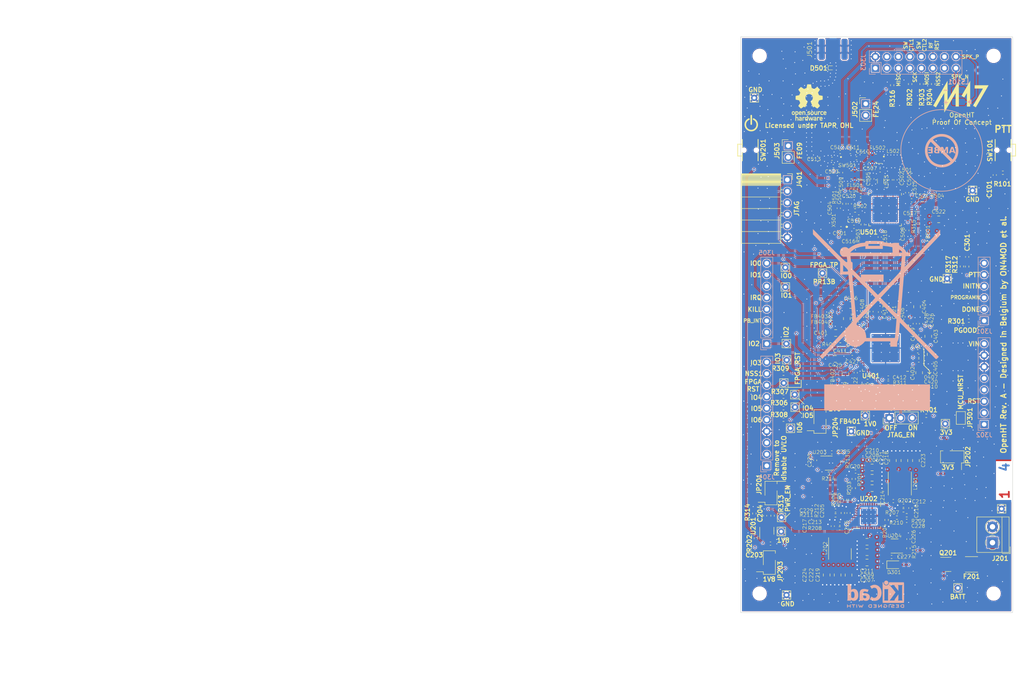
<source format=kicad_pcb>
(kicad_pcb (version 20221018) (generator pcbnew)
  (layers (0 "F.Cu" signal) (1 "In1.Cu" signal) (2 "In2.Cu" signal) (31 "B.Cu" signal) (34 "B.Paste" user) (35 "F.Paste" user) (36 "B.SilkS" user "B.Silkscreen") (37 "F.SilkS" user "F.Silkscreen") (38 "B.Mask" user) (39 "F.Mask" user) (44 "Edge.Cuts" user))
  (net 0 "")
  (net 1 "/Connectors/PTT")
  (net 2 "GND")
  (net 3 "+BATT")
  (net 4 "/Power supply/SS_CAP")
  (net 5 "Net-(U201-ONT)")
  (net 6 "Net-(U201-PDT)")
  (net 7 "Net-(U202A-V7V)")
  (net 8 "Net-(U202B-COMP1)")
  (net 9 "Net-(U202C-COMP2)")
  (net 10 "Net-(U202B-BST1)")
  (net 12 "Net-(U202C-BST2)")
  (net 13 "+1V8")
  (net 14 "Net-(C216-Pad1)")
  (net 15 "Net-(C217-Pad1)")
  (net 16 "+1V0")
  (net 17 "/FPGA/VCC")
  (net 18 "/FPGA/VCCAUX")
  (net 19 "/FPGA/VCCIO_3V3")
  (net 20 "Net-(U401F-VCCADC18)")
  (net 21 "+3V3")
  (net 22 "/RF/RF24_P")
  (net 23 "Net-(L502-OUT1)")
  (net 24 "/RF/RF24_N")
  (net 25 "Net-(L502-OUT2)")
  (net 26 "Net-(X501-OUT)")
  (net 27 "Net-(U501-TCXO)")
  (net 28 "Net-(C505-Pad1)")
  (net 29 "Net-(C507-Pad1)")
  (net 30 "Net-(FL501-IN)")
  (net 31 "Net-(U501-DVDD)")
  (net 32 "Net-(FL501-OUT)")
  (net 33 "Net-(SW501-RF2)")
  (net 34 "Net-(FL502-OUT)")
  (net 35 "Net-(SW501-RF1)")
  (net 36 "/Connectors/SW_CTL1")
  (net 37 "/Connectors/SW_CTL2")
  (net 38 "Net-(SW501-ANT)")
  (net 39 "Net-(D501-A2)")
  (net 40 "Net-(U501-AVDD0)")
  (net 41 "Net-(U501-AVDD1)")
  (net 42 "/FPGA/CLK_IN")
  (net 43 "Net-(D301-A)")
  (net 44 "/RF/DEVDD")
  (net 45 "Net-(FL502-IN)")
  (net 46 "/Connectors/IO6")
  (net 47 "Net-(U204-CT)")
  (net 50 "Net-(J302-Pin_3)")
  (net 54 "Net-(U401B-PR10B{slash}TDO{slash}SSO)")
  (net 56 "Net-(J303-Pin_7)")
  (net 57 "Net-(J303-Pin_9)")
  (net 58 "Net-(J303-Pin_11)")
  (net 59 "Net-(J303-Pin_12)")
  (net 62 "/Connectors/SPK_N")
  (net 63 "/Connectors/SPK_P")
  (net 67 "Net-(J304-Pin_5)")
  (net 68 "Net-(J304-Pin_6)")
  (net 69 "Net-(J304-Pin_7)")
  (net 70 "Net-(J304-Pin_9)")
  (net 71 "Net-(J305-Pin_3)")
  (net 72 "Net-(J305-Pin_4)")
  (net 73 "Net-(J305-Pin_5)")
  (net 74 "/Connectors/IO2")
  (net 75 "/Connectors/IO1")
  (net 76 "/Connectors/IO0")
  (net 77 "/FPGA/TCK{slash}SCLK")
  (net 78 "/FPGA/TMS{slash}SCSN")
  (net 79 "/FPGA/TDI{slash}SSI")
  (net 80 "/FPGA/TDO{slash}SSO")
  (net 81 "Net-(J502-Pin_1)")
  (net 82 "Net-(J502-Pin_2)")
  (net 83 "Net-(J503-Pin_1)")
  (net 84 "Net-(J503-Pin_2)")
  (net 85 "Net-(JP201-B)")
  (net 86 "/Connectors/MCU_NRST")
  (net 87 "Net-(JP401-C)")
  (net 88 "Net-(JP401-B)")
  (net 89 "Net-(U202B-LX1)")
  (net 90 "Net-(U202C-LX2)")
  (net 92 "/RF/RF09_N")
  (net 93 "/RF/RF09_P")
  (net 94 "Net-(R101-Pad1)")
  (net 95 "Net-(U202A-VDIV)")
  (net 96 "Net-(U201-V_{in})")
  (net 97 "Net-(U202A-ROSC)")
  (net 98 "/Connectors/PGOOD")
  (net 99 "Net-(U202B-FB1)")
  (net 100 "Net-(U202C-FB2)")
  (net 101 "Net-(U203-ADJ)")
  (net 102 "/Connectors/IO5")
  (net 103 "/Connectors/IO4")
  (net 104 "/Connectors/IO3")
  (net 105 "/Connectors/INITN")
  (net 106 "/Connectors/SPI_NSS2")
  (net 107 "/Connectors/PROGRAMN")
  (net 108 "/Connectors/DONE")
  (net 109 "/Connectors/PB_INT")
  (net 110 "/Connectors/MAIN_KILL")
  (net 111 "/Connectors/IRQ_AT86RF215")
  (net 112 "/Connectors/RF_RST")
  (net 113 "Net-(U501-XTAL2)")
  (net 114 "Net-(U501-CLKO)")
  (net 115 "/Power supply/PWR_EN")
  (net 116 "Net-(U401B-PR13B)")
  (net 117 "Net-(U201-~{PB})")
  (net 137 "/FPGA/LVDS_RXCLK_P")
  (net 138 "/FPGA/LVDS_RXCLK_N")
  (net 139 "/FPGA/LVDS_RX09_P")
  (net 140 "/FPGA/LVDS_RX09_N")
  (net 141 "/FPGA/LVDS_RX24_P")
  (net 142 "/FPGA/LVDS_RX24_N")
  (net 143 "/FPGA/LVDS_TXCLK_P")
  (net 144 "/FPGA/LVDS_TXCLK_N")
  (net 145 "/FPGA/LVDS_TX_P")
  (net 146 "/FPGA/LVDS_TX_N")
  (net 160 "Net-(U501-MISO)")
  (net 161 "Net-(J301-Pin_1)")
  (net 162 "Net-(J301-Pin_2)")
  (net 163 "Net-(J301-Pin_3)")
  (net 165 "Net-(J301-Pin_4)")
  (net 167 "Net-(J301-Pin_6)")
  (net 168 "VDD")
  (net 169 "Net-(U204-QOD)")
  (net 170 "/Connectors/FPGA_RST")
  (net 171 "Net-(JP202-A)")
  (net 172 "Net-(JP203-A)")
  (net 173 "Net-(JP204-A)")
  (net 174 "Net-(Q201-D)")
  (net 175 "Net-(J201-Pin_1)")
  (footprint "Connector_Pin:Pin_D0.7mm_L6.5mm_W1.8mm_FlatFork" (layer "F.Cu") (at 215.6714 114.7064 180)
    (fp_text reference "TP207" hide)
    (fp_text value "TestPoint")
  )
  (footprint "Capacitor_SMD:C_0402_1005Metric" (layer "F.Cu") (at 223.483733 130.4824 90)
    (fp_text reference "C214")
    (fp_text value "47nF")
  )
  (footprint "Connector_Pin:Pin_D0.7mm_L6.5mm_W1.8mm_FlatFork" (layer "F.Cu") (at 201.4018 150.8252 180)
    (fp_text reference "TP204" hide)
    (fp_text value "TestPoint")
  )
  (footprint "Capacitor_SMD:C_0402_1005Metric" (layer "F.Cu") (at 224.9678 130.0988)
    (fp_text reference "C202")
    (fp_text value "18nF")
  )
  (footprint "Capacitor_SMD:C_0402_1005Metric" (layer "F.Cu") (at 241.2544 76.228 90)
    (fp_text reference "C301")
    (fp_text value "100nF")
  )
  (footprint "Inductor_SMD:L_0402_1005Metric" (layer "F.Cu") (at 212.5218 89.377)
    (fp_text reference "FB403")
    (fp_text value "BLM15AG121SN1D")
  )
  (footprint "Connector_PinHeader_2.54mm:PinHeader_1x02_P2.54mm_Vertical" (layer "F.Cu") (at 201.7828 51.7094)
    (fp_text reference "J503")
    (fp_text value "Conn_01x02")
  )
  (footprint "Resistor_SMD:R_0402_1005Metric" (layer "F.Cu") (at 213.1346 136.116 180)
    (fp_text reference "R208")
    (fp_text value "3.16kR")
  )
  (footprint "Capacitor_SMD:C_0402_1005Metric" (layer "F.Cu") (at 197.8686 139.4769)
    (fp_text reference "C203")
    (fp_text value "0.15uF")
  )
  (footprint "MountingHole:MountingHole_2.7mm_M2.5" (layer "F.Cu") (at 247.0974 31.876 180)
    (fp_text reference "H301" hide)
    (fp_text value "M2.5")
  )
  (footprint "Resistor_SMD:R_0402_1005Metric" (layer "F.Cu") (at 219.2834 103.601)
    (fp_text reference "R305")
    (fp_text value "100R")
  )
  (footprint "Capacitor_SMD:C_0805_2012Metric" (layer "F.Cu") (at 214.7114 89.842 90)
    (fp_text reference "C423")
    (fp_text value "10uF")
  )
  (footprint "Fiducial:Fiducial_1mm_Mask2mm" (layer "F.Cu") (at 243.9214 35.052 180)
    (fp_text reference "FID101" hide)
    (fp_text value "Fiducial")
  )
  (footprint "Capacitor_SMD:C_0805_2012Metric" (layer "F.Cu") (at 220.287733 127.245833)
    (fp_text reference "C206")
    (fp_text value "4.7uF")
  )
  (footprint "Package_TO_SOT_SMD:SOT-23" (layer "F.Cu") (at 237.0611 144.0688)
    (fp_text reference "Q201")
    (fp_text value "DMP3099L-7")
  )
  (footprint "Capacitor_SMD:C_0805_2012Metric" (layer "F.Cu") (at 230.2054 87.2236 90)
    (fp_text reference "C404")
    (fp_text value "10uF")
  )
  (footprint "Connector_Pin:Pin_D0.7mm_L6.5mm_W1.8mm_FlatFork" (layer "F.Cu") (at 201.4474 98.9584 -90)
    (fp_text reference "TP304" hide)
    (fp_text value "TestPoint")
  )
  (footprint "Capacitor_SMD:C_0402_1005Metric" (layer "F.Cu") (at 221.9758 71.854 -90)
    (fp_text reference "C518")
    (fp_text value "0.1uF")
  )
  (footprint "Capacitor_SMD:C_0805_2012Metric" (layer "F.Cu") (at 210.2664 146.4056 -90)
    (fp_text reference "C224")
    (fp_text value "4.7uF")
  )
  (footprint "Connector_Pin:Pin_D0.7mm_L6.5mm_W1.8mm_FlatFork" (layer "F.Cu") (at 200.2842 133.7056 180)
    (fp_text reference "TP205" hide)
    (fp_text value "TestPoint")
  )
  (footprint "M17_misc_passive:MS338-10F" (layer "F.Cu") (at 218.327126 133.906756 -90)
    (fp_text reference "J202" hide)
    (fp_text value "MS338-10F" hide)
  )
  (footprint "Capacitor_SMD:C_0402_1005Metric" (layer "F.Cu") (at 215.8238 92.636 180)
    (fp_text reference "C424")
    (fp_text value "0.1uF")
  )
  (footprint "Capacitor_SMD:C_0402_1005Metric" (layer "F.Cu") (at 216.2862 69.596 180)
    (fp_text reference "C516")
    (fp_text value "2.2pF")
  )
  (footprint "Connector_Pin:Pin_D0.7mm_L6.5mm_W1.8mm_FlatFork" (layer "F.Cu") (at 200.2334 136.8044 180)
    (fp_text reference "TP203" hide)
    (fp_text value "TestPoint")
  )
  (footprint "Inductor_SMD:L_0402_1005Metric" (layer "F.Cu") (at 233.5736 71.0946 90)
    (fp_text reference "FB501")
    (fp_text value "BLM15AG121SN1D")
  )
  (footprint "Package_TO_SOT_SMD:SOT-23-6" (layer "F.Cu") (at 225.2469 140.013 180)
    (fp_text reference "U204")
    (fp_text value "TPS22810DBVR")
  )
  (footprint "Resistor_SMD:R_0402_1005Metric" (layer "F.Cu") (at 216.2354 127.254 90)
    (fp_text reference "R203")
    (fp_text value "47.5kR")
  )
  (footprint "Capacitor_SMD:C_0805_2012Metric" (layer "F.Cu") (at 232.673 93.7496 -90)
    (fp_text reference "C403")
    (fp_text value "10uF")
  )
  (footprint "Connector_PinHeader_2.54mm:PinHeader_1x02_P2.54mm_Vertical_SMD_Pin1Right" (layer "F.Cu") (at 237.9778 120.3452 -90)
    (fp_text reference "JP202")
    (fp_text value "Jumper_2_Bridged")
  )
  (footprint "Capacitor_SMD:C_0402_1005Metric" (layer "F.Cu") (at 215.6004 96.954 180)
    (fp_text reference "C411")
    (fp_text value "0.1uF")
  )
  (footprint "Resistor_SMD:R_0402_1005Metric" (layer "F.Cu") (at 223.483733 134.257333 -90)
    (fp_text reference "R204")
    (fp_text value "110kR")
  )
  (footprint "Resistor_SMD:R_0402_1005Metric" (layer "F.Cu") (at 231.3758 63.7032)
    (fp_text reference "R504")
    (fp_text value "100R")
  )
  (footprint "Resistor_SMD:R_0402_1005Metric" (layer "F.Cu") (at 218.2166 69.088 90)
    (fp_text reference "R503")
    (fp_text value "220R")
  )
  (footprint "Capacitor_SMD:C_0805_2012Metric" (layer "F.Cu") (at 212.1714 98.732 180)
    (fp_text reference "C425")
    (fp_text value "10uF")
  )
  (footprint "Resistor_SMD:R_0402_1005Metric" (layer "F.Cu") (at 227.9214 133.223 180)
    (fp_text reference "R209")
    (fp_text value "43kR")
  )
  (footprint "Capacitor_SMD:C_0402_1005Metric" (layer "F.Cu") (at 228.2949 138.489 90)
    (fp_text reference "C226")
    (fp_text value "6.8nF")
  )
  (footprint "Capacitor_SMD:C_0402_1005Metric" (layer "F.Cu") (at 213.4134 69.9008)
    (fp_text reference "C501")
    (fp_text value "0.1uF")
  )
  (footprint "Capacitor_SMD:C_0805_2012Metric" (layer "F.Cu") (at 214.4144 102.034 -90)
    (fp_text reference "C419")
    (fp_text value "10uF")
  )
  (footprint "Connector_Pin:Pin_D0.7mm_L6.5mm_W1.8mm_FlatFork" (layer "F.Cu") (at 201.1478 78.5622 -90)
    (fp_text reference "TP301" hide)
    (fp_text value "TestPoint")
  )
  (footprint "Resistor_SMD:R_0402_1005Metric" (layer "F.Cu") (at 200.7414 107.061)
    (fp_text reference "R307")
    (fp_text value "100R")
  )
  (footprint "Resistor_SMD:R_0402_1005Metric" (layer "F.Cu") (at 241.6354 90.297 180)
    (fp_text reference "R301")
    (fp_text value "100R")
  )
  (footprint "Capacitor_SMD:C_0402_1005Metric" (layer "F.Cu") (at 217.7594 62.568 180)
    (fp_text reference "C514")
    (fp_text value "1uF")
  )
  (footprint "Filter:Filter_Mini-Circuits_FV1206" (layer "F.Cu") (at 220.3502 54.4576 180)
    (fp_text reference "FL502")
    (fp_text value "LFCN-2500+")
  )
  (footprint "Capacitor_SMD:C_0402_1005Metric" (layer "F.Cu") (at 231.0944 90.9556 90)
    (fp_text reference "C426")
    (fp_text value "1uF")
  )
  (footprint "Capacitor_SMD:C_0402_1005Metric" (layer "F.Cu") (at 228.7322 131.632133 90)
    (fp_text reference "C216")
    (fp_text value "1.2nF")
  )
  (footprint "Capacitor_SMD:C_0402_1005Metric" (layer "F.Cu") (at 227.9194 89.4596 90)
    (fp_text reference "C406")
    (fp_text value "0.1uF")
  )
  (footprint "Capacitor_SMD:C_0402_1005Metric" (layer "F.Cu") (at 218.068 89.5586 90)
    (fp_text reference "C408")
    (fp_text value "0.1uF")
  )
  (footprint "Capacitor_SMD:C_0402_1005Metric" (layer "F.Cu") (at 211.4348 54.5846 180)
    (fp_text reference "C513")
    (fp_text value "100pF")
  )
  (footprint "Capacitor_SMD:C_0402_1005Metric" (layer "F.Cu") (at 213.1646 135.1 180)
    (fp_text reference "C213")
    (fp_text value "4.5pF")
  )
  (footprint "Capacitor_SMD:C_0402_1005Metric" (layer "F.Cu") (at 215.4988 53.086)
    (fp_text reference "C511")
    (fp_text value "220pF")
  )
  (footprint "Resistor_SMD:R_0402_1005Metric" (layer "F.Cu") (at 230.4086 68.8868 90)
    (fp_text reference "R315")
    (fp_text value "100R")
  )
  (footprint "Connector_PinHeader_2.54mm:PinHeader_1x02_P2.54mm_Vertical_SMD_Pin1Right" (layer "F.Cu") (at 197.9874 128.326 180)
    (fp_text reference "JP201")
    (fp_text value "Jumper_2_Bridged")
  )
  (footprint "Capacitor_SMD:C_0402_1005Metric" (layer "F.Cu") (at 217.3456 67.31 180)
    (fp_text reference "C519")
    (fp_text value "0.1uF")
  )
  (footprint "Resistor_SMD:R_0402_1005Metric" (layer "F.Cu") (at 240.1062 78.3356 -90)
    (fp_text reference "R317")
    (fp_text value "100kR")
  )
  (footprint "Inductor_SMD:L_0402_1005Metric" (layer "F.Cu") (at 212.5218 90.52)
    (fp_text reference "FB404")
    (fp_text value "BLM15AG121SN1D")
  )
  (footprint "Resistor_SMD:R_0402_1005Metric" (layer "F.Cu") (at 213.2714 95.557 180)
    (fp_text reference "R402")
    (fp_text value "100R")
  )
  (footprint "Resistor_SMD:R_0402_1005Metric" (layer "F.Cu") (at 231.2214 38.1 90)
    (fp_text reference "R303")
    (fp_text value "100R")
  )
  (footprint "Symbol:OSHW-Logo_7.5x8mm_SilkScreen" (layer "F.Cu") (at 206.3874 42.164)
    (fp_text reference "SYM101" hide)
    (fp_text value "Logo_Open_Hardware_Small" hide)
  )
  (footprint "Capacitor_SMD:C_0402_1005Metric" (layer "F.Cu") (at 207.7209 121.1072 -90)
    (fp_text reference "C220")
    (fp_text value "1uF")
  )
  (footprint "Capacitor_SMD:C_0402_1005Metric" (layer "F.Cu") (at 227.9194 134.4676 180)
    (fp_text reference "C228")
    (fp_text value "470pF")
  )
  (footprint "Resistor_SMD:R_0402_1005Metric" (layer "F.Cu") (at 223.8554 105.252 180)
    (fp_text reference "R310")
    (fp_text value "100R")
  )
  (footprint "Resistor_SMD:R_0402_1005Metric" (layer "F.Cu") (at 212.2222 133.2484)
    (fp_text reference "R211")
    (fp_text value "20kR")
  )
  (footprint "Connector_Pin:Pin_D0.7mm_L6.5mm_W1.8mm_FlatFork" (layer "F.Cu") (at 200.7922 104.0638 180)
    (fp_text reference "TP308" hide)
    (fp_text value "TestPoint")
  )
  (footprint "Capacitor_SMD:C_0402_1005Metric" (layer "F.Cu") (at 230.5864 99.0836)
    (fp_text reference "C410")
    (fp_text value "0.1uF")
  )
  (footprint "M17_misc_passive:2450FB15A050" (layer "F.Cu") (at 224.9078 55.1076 90)
    (fp_text reference "L502")
    (fp_text value "2450FB15A050")
  )
  (footprint "Capacitor_SMD:C_0402_1005Metric" (layer "F.Cu") (at 228.021 62.06 90)
    (fp_text reference "C515")
    (fp_text value "1uF")
  )
  (footprint "Resistor_SMD:R_0402_1005Metric" (layer "F.Cu") (at 200.7414 109.601)
    (fp_text reference "R306")
    (fp_text value "100R")
  )
  (footprint "Fiducial:Fiducial_1mm_Mask2mm" (layer "F.Cu") (at 198.938 35.3314 180)
    (fp_text reference "FID103" hide)
    (fp_text value "Fiducial")
  )
  (footprint "Resistor_SMD:R_0402_1005Metric" (layer "F.Cu") (at 198.3336 133.322 -90)
    (fp_text reference "R313")
    (fp_text value "100R")
  )
  (footprint "Resistor_SMD:R_0402_1005Metric" (layer "F.Cu") (at 214.3304 129.794 -90)
    (fp_text reference "R206")
    (fp_text value "100kR")
  )
  (footprint "Connector_Pin:Pin_D0.7mm_L6.5mm_W1.8mm_FlatFork" (layer "F.Cu") (at 242.443 61.5696 180)
    (fp_text reference "TP210" hide)
    (fp_text value "TestPoint")
  )
  (footprint "M17_misc_passive:L_Taiyo-Yuden_NR-5030" (layer "F.Cu") (at 226.3954 126.238 90)
    (fp_text reference "L201")
    (fp_text value "33uH")
  )
  (footprint "M17_QFN:QFN-72-1EP_10x10mm_P0.5mm_EP6.2x6.2mm_ThermalVias" (layer "F.Cu") (at 223.259 96.3576 180)
    (fp_text reference "U401")
    (fp_text value "LIFCL-40-9SG72C")
  )
  (footprint "Resistor_SMD:R_0402_1005Metric" (layer "F.Cu") (at 213.7153 121.3612 -90)
    (fp_text reference "R213")
    (fp_text value "2.55kR")
  )
  (footprint "Inductor_SMD:L_0402_1005Metric" (layer "F.Cu") (at 212.5524 101.95 90)
    (fp_text reference "FB402")
    (fp_text value "BLM15AG121SN1D")
  )
  (footprint "Connector_PinHeader_2.54mm:PinHeader_1x02_P2.54mm_Vertical_SMD_Pin1Right" (layer "F.Cu") (at 208.7874 112.5474 180)
    (fp_text reference "JP204")
    (fp_text value "Jumper_2_Bridged")
  )
  (footprint "Capacitor_SMD:C_0402_1005Metric" (layer "F.Cu") (at 212.2222 132.1816)
    (fp_text reference "C229")
    (fp_text value "470pF")
  )
  (footprint "TerminalBlock_4Ucon:TerminalBlock_4Ucon_1x02_P3.50mm_Horizontal" (layer "F.Cu") (at 246.844 139.2656 90)
    (fp_text reference "J201")
    (fp_text value "Conn_01x02")
  )
  (footprint "Capacitor_SMD:C_0805_2012Metric" (layer "F.Cu") (at 212.6794 146.4056 -90)
    (fp_text reference "C222")
    (fp_text value "4.7uF")
  )
  (footprint "M17_misc_passive:MS300-10F" (layer "F.Cu") (at 223.8374 62.626 180)
    (fp_text reference "J504" hide)
    (fp_text value "MS300-10F" hide)
  )
  (footprint "Resistor_SMD:R_0402_1005Metric" (layer "F.Cu") (at 194.31 132.842 -90)
    (fp_text reference "R314")
    (fp_text value "100R")
  )
  (footprint "Capacitor_SMD:C_0402_1005Metric" (layer "F.Cu") (at 224.5839 142.426)
    (fp_text reference "C227")
    (fp_text value "100nF")
  )
  (footprint "M17_connectors:SMA_Taoglas_EMPCB.CSMAFSTJ.A" (layer "F.Cu") (at 211.6784 27.6792 -90)
    (fp_text reference "J501")
    (fp_text value "EMPCB.CSMAFSTJ.A")
  )
  (footprint "Connector_Pin:Pin_D0.7mm_L6.5mm_W1.8mm_FlatFork" (layer "F.Cu") (at 248.849 131.8006 180)
    (fp_text reference "TP206" hide)
    (fp_text value "TestPoint")
  )
  (footprint "Capacitor_SMD:C_0402_1005Metric" (layer "F.Cu") (at 220.147 88.293 90)
    (fp_text reference "C418")
    (fp_text value "0.1uF")
  )
  (footprint "Capacitor_SMD:C_0402_1005Metric" (layer "F.Cu") (at 225.4456 59.2328 90)
    (fp_text reference "C503")
    (fp_text value "1.8pF")
  )
  (footprint "Capacitor_SMD:C_0402_1005Metric" (layer "F.Cu") (at 224.3788 59.2328 90)
    (fp_text reference "C502")
    (fp_text value "1.8pF")
  )
  (footprint "Connector_Pin:Pin_D0.7mm_L6.5mm_W1.8mm_FlatFork" (layer "F.Cu") (at 201.3764 95.377 -90)
    (fp_text reference "TP303" hide)
    (fp_text value "TestPoint")
  )
  (footprint "Resistor_SMD:R_0402_1005Metric" (layer "F.Cu") (at 228.6814 38.1 90)
    (fp_text reference "R302")
    (fp_text value "100R")
  )
  (footprint "Capacitor_SMD:C_0402_1005Metric" (layer "F.Cu") (at 227.2082 131.1148)
    (fp_text reference "C212")
    (fp_text value "3.9pF")
  )
  (footprint "Connector_Pin:Pin_D0.7mm_L6.5mm_W1.8mm_FlatFork" (layer "F.Cu") (at 236.4284 113.03 180)
    (fp_text reference "TP202" hide)
    (fp_text value "TestPoint")
  )
  (footprint "Capacitor_SMD:C_0402_1005Metric" (layer "F.Cu") (at 247.3504 58.166 -90)
    (fp_text reference "C101")
    (fp_text value "1uF")
  )
  (footprint "Capacitor_SMD:C_0805_2012Metric" (layer "F.Cu") (at 219.165733 143.653333 180)
    (fp_text reference "C207")
    (fp_text value "4.7uF")
  )
  (footprint "M17_misc_passive:ATB2012" (layer "F.Cu") (at 222.161 59.505 -90)
    (fp_text reference "L503")
    (fp_text value "ATB2012-50011")
  )
  (footprint "Capacitor_SMD:C_0402_1005Metric" (layer "F.Cu") (at 213.2408 53.086 180)
    (fp_text reference "C512")
    (fp_text value "82pF")
  )
  (footprint "Capacitor_SMD:C_0402_1005Metric" (layer "F.Cu") (at 216.671 101.78 -90)
    (fp_text reference "C422")
    (fp_text value "0.1uF")
  )
  (footprint "M17_misc_passive:D_Toshiba_CST2" (layer "F.Cu") (at 211.3624 34.526 180)
    (fp_text reference "D501")
    (fp_text value "D_TVS")
  )
  (footprint "M17_misc_passive:MS300-10F" (layer "F.Cu") (at 220.7374 95.926 180)
    (fp_text reference "J402" hide)
    (fp_text value "MS300-10F" hide)
  )
  (footprint "Capacitor_SMD:C_0402_1005Metric" (layer "F.Cu") (at 228.0464 70.3834 -90)
    (fp_text reference "C508")
    (fp_text value "1uF")
  )
  (footprint "Capacitor_SMD:C_0805_2012Metric" (layer "F.Cu") (at 220.287733 124.959833)
    (fp_text reference "C208")
    (fp_text value "4.7uF")
  )
  (footprint "Capacitor_SMD:C_0402_1005Metric" (layer "F.Cu") (at 215.101733 132.731333 90)
    (fp_text reference "C205")
    (fp_text value "1uF")
  )
  (footprint "Connector_PinHeader_2.54mm:PinHeader_1x02_P2.54mm_Vertical_SMD_Pin1Right" (layer "F.Cu") (at 197.6172 143.6624 180)
    (fp_text reference "JP203")
    (fp_text value "Jumper_2_Bridged")
  )
  (footprint "Capacitor_SMD:C_0805_2012Metric" (layer "F.Cu") (at 224.8714 121.158 90)
    (fp_text reference "C221")
    (fp_text value "4.7uF")
  )
  (footprint "Capacitor_SMD:C_0402_1005Metric" (layer "F.Cu") (at 216.8476 54.4576 180)
    (fp_text reference "C510")
    (fp_text value "100pF")
  )
  (footprint "M17_QFN:VQFN-48-1EP_7x7mm_P0.5mm_EP5.6x5.6mm_ThermalVias" (layer "F.Cu") (at 223.1556 65.782 -90)
    (fp_text reference "U501")
    (fp_text value "AT86RF215")
  )
  (footprint "Connector_Pin:Pin_D0.7mm_L6.5mm_W1.8mm_FlatFork" (layer "F.Cu") (at 236.855 81.026 180)
    (fp_text reference "TP208" hide)
    (fp_text value "TestPoint")
  )
  (footprint "Capacitor_SMD:C_0805_2012Metric" (layer "F.Cu") (at 219.165733 139.081333 180)
    (fp_text reference "C211")
    (fp_text value "4.7uF")
  )
  (footprint "Resistor_SMD:R_0402_1005Metric" (layer "F.Cu") (at 200.7414 101.981)
    (fp_text reference "R309")
    (fp_text value "100R")
  )
  (footprint "Capacitor_SMD:C_0402_1005Metric" (layer "F.Cu") (at 215.6766 136.3472 -90)
    (fp_text reference "C215")
    (fp_text value "47nF")
  )
  (footprint "Inductor_SMD:L_0402_1005Metric" (layer "F.Cu") (at 213.7462 111.2266)
    (fp_text reference "FB401")
    (fp_text value "BLM15AG121SN1D")
  )
  (footprint "Capacitor_SMD:C_0805_2012Metric" (layer "F.Cu") (at 220.287733 122.673833)
    (fp_text reference "C210")
    (fp_text value "4.7uF")
  )
  (footprint "Capacitor_SMD:C_0402_1005Metric" (layer "F.Cu") (at 222.0546 57.15 180)
    (fp_text reference "C507")
    (fp_text value "0.8pF")
  )
  (footprint "Capacitor_SMD:C_0402_1005Metric" (layer "F.Cu") (at 216.6444 123.587333 180)
    (fp_text reference "C201")
    (fp_text value "1uF")
  )
  (footprint "Capacitor_SMD:C_0805_2012Metric" (layer "F.Cu") (at 215.0924 146.421933 -90)
    (fp_text reference "C219")
    (fp_text value "4.7uF")
  )
  (footprint "Resistor_SMD:R_0402_1005Metric" (layer "F.Cu") (at 213.831733 132.731333 90)
    (fp_text reference "R212")
    (fp_text value "10kR")
  )
  (footprint "Resistor_SMD:R_0402_1005Metric" (layer "F.Cu") (at 232.2374 111.276 180)
    (fp_text reference "R401")
    (fp_text value "10kR")
  )
  (footprint "MountingHole:MountingHole_2.7mm_M2.5" (layer "F.Cu") (at 195.4774 31.876 180)
    (fp_text reference "H302" hide)
    (fp_text value "M2.5")
  )
  (footprint "Resistor_SMD:R_0402_1005Metric" (layer "F.Cu") (at 223.8554 103.982 180)
    (fp_text reference "R311")
    (fp_text value "100R")
  )
  (footprint "M17_misc_passive:SW_SPST_436351045816" (layer "F.Cu") (at 193.3874 52.676 -90)
    (fp_text reference "SW201")
    (fp_text value "436351045816")
  )
  (footprint "Resistor_SMD:R_0402_1005Metric" (layer "F.Cu") (at 200.7414 112.141)
    (fp_text reference "R308")
    (fp_text value "100R")
  )
  (footprint "Jumper:SolderJumper-2_P1.3mm_Open_TrianglePad1.0x1.5mm" (layer "F.Cu") (at 239.8574 111.76 90)
    (fp_text reference "JP301")
    (fp_text value "SolderJumper_2_Bridged")
  )
  (footprint "Capacitor_SMD:C_0402_1005Metric" (layer "F.Cu") (at 212.9334 65.504 90)
    (fp_text reference "C504")
    (fp_text value "1nF")
  )
  (footprint "Resistor_SMD:R_0402_1005Metric" (layer "F.Cu") (at 210.6982 124.0536 180)
    (fp_text reference "R214")
    (fp_text value "10.2kR")
  )
  (footprint "Capacitor_SMD:C_0805_2012Metric" (layer "F.Cu") (at 229.9514 121.158 90)
    (fp_text reference "C223")
    (fp_text value "4.7uF")
  )
  (footprint "Capacitor_SMD:C_0805_2012Metric" (layer "F.Cu") (at 227.4114 121.158 90)
    (fp_text reference "C218")
    (fp_text value "4.7uF")
  )
  (footprint "Resistor_SMD:R_0402_1005Metric" (layer "F.Cu") (at 228.2949 140.521 -90)
    (fp_text reference "R215")
    (fp_text value "100R")
  )
  (footprint "Capacitor_SMD:C_0402_1005Metric" (layer "F.Cu") (at 216.925 90.604 90)
    (fp_text reference "C415")
    (fp_text value "0.1uF")
  )
  (footprint "Capacitor_SMD:C_0402_1005Metric" (layer "F.Cu") (at 211.6126 135.636 90)
    (fp_text reference "C217")
    (fp_text value "1nF")
  )
  (footprint "Resistor_SMD:R_0402_1005Metric" (layer "F.Cu") (at 216.5402 65.9892)
    (fp_text reference "R502")
    (fp_text value "100kR")
  )
  (footprint "Fuse:Fuse_1812_4532Metric" (layer "F.Cu") (at 242.2235 144.0688 180)
    (fp_text reference "F201")
    (fp_text value "Polyfuse")
  )
  (footprint "Capacitor_SMD:C_0402_1005Metric" (layer "F.Cu") (at 217.7594 63.6524 180)
    (fp_text reference "C520")
    (fp_text value "0.1uF")
  )
  (footprint "Capacitor_SMD:C_0805_2012Metric" (layer "F.Cu") (at 233.1874 97.726 -90)
    (fp_text reference "C405")
    (fp_text value "10uF")
  )
  (footprint "Capacitor_SMD:C_0402_1005Metric" (layer "F.Cu") (at 223.8554 102.839)
    (fp_text reference "C412")
    (fp_text value "0.1uF")
  )
  (footprint "Capacitor_SMD:C_0402_1005Metric" (layer "F.Cu") (at 224.0078 88.4708 90)
    (fp_text reference "C421")
    (fp_text value "0.1uF")
  )
  (footprint "Capacitor_SMD:C_0402_1005Metric" (layer "F.Cu") (at 215.8114 93.652 180)
    (fp_text reference "C414")
    (fp_text value "0.1uF")
  )
  (footprint "Capacitor_SMD:C_0805_2012Metric" (layer "F.Cu") (at 212.2554 93.017 180)
    (fp_text reference "C401")
    (fp_text value "10uF")
  )
  (footprint "Connector_PinSocket_2.54mm:PinSocket_1x06_P2.54mm_Horizontal" (layer "F.Cu") (at 201.5854 59.207)
    (fp_text reference "J401")
    (fp_text value "Conn_01x06")
  )
  (footprint "Resistor_SMD:R_0402_1005Metric" (layer "F.Cu") (at 249.1284 57.658 180)
    (fp_text reference "R101")
    (fp_text value "1kR")
  )
  (footprint "Resistor_SMD:R_0402_1005Metric" (layer "F.Cu") (at 233.7614 38.1 90)
    (fp_text reference "R304")
    (fp_text value "100R")
  )
  (footprint "M17_QFN:VQFN-32-1EP_5x5mm_P0.5mm_EP3.45x3.45mm_ThermalVias" (layer "F.Cu") (at 219.553733 133.493333)
    (fp_text reference "U202")
    (fp_text value "TPS65261RHBx")
  )
  (footprint "Fiducial:Fiducial_1mm_Mask2mm" (layer "F.Cu") (at 238.4604 139.2936 180)
    (fp_text reference "FID102" hide)
    (fp_text value "Fiducial")
  )
  (footprint "Capacitor_SMD:C_0402_1005Metric" (layer "F.Cu") (at 220.345 59.0296 -90)
    (fp_text reference "C505")
    (fp_text value "1nF")
  )
  (footprint "Resistor_SMD:R_0402_1005Metric" (layer "F.Cu") (at 194.6506 138.305 90)
    (fp_text reference "R202")
    (fp_text value "1kR")
  )
  (footprint "Connector_PinHeader_2.54mm:PinHeader_1x02_P2.54mm_Vertical" (layer "F.Cu") (at 218.8718 42.451)
    (fp_text reference "J502")
    (fp_text value "Conn_01x02")
  )
  (footprint "Capacitor_SMD:C_0805_2012Metric" (layer "F.Cu") (at 234.9806 67.945)
    (fp_text reference "C522")
    (fp_text value "10uF")
  )
  (footprint "Connector_Pin:Pin_D0.7mm_L6.5mm_W1.8mm_FlatFork" (layer "F.Cu") (at 202.2654 114.046 180)
    (fp_text reference "TP307" hide)
    (fp_text value "TestPoint")
  )
  (footprint "Capacitor_SMD:C_0402_1005Metric" (layer "F.Cu") (at 230.5864 98.0676)
    (fp_text reference "C420")
    (fp_text value "0.1uF")
  )
  (footprint "Resistor_SMD:R_0402_1005Metric" (layer "F.Cu") (at 225.767733 133.747333 180)
    (fp_text reference "R210")
    (fp_text value "9.53kR")
  )
  (footprint "Connector_Pin:Pin_D0.7mm_L6.5mm_W1.8mm_FlatFork" (layer "F.Cu") (at 203.2052 106.6038 180)
    (fp_text reference "TP305" hide)
    (fp_text value "TestPoint")
  )
  (footprint "Inductor_SMD:L_0402_1005Metric" (layer "F.Cu") (at 224.91331 57.6072)
    (fp_text reference "L501")
    (fp_text value "5.6nH")
  )
  (footprint "Connector_Pin:Pin_D0.7mm_L6.5mm_W1.8mm_FlatFork" (layer "F.Cu") (at 194.2846 41.146 180)
    (fp_text reference "TP209" hide)
    (fp_text value "TestPoint")
  )
  (footprint "MountingHole:MountingHole_2.7mm_M2.5" (layer "F.Cu") (at 195.4774 150.496 180)
    (fp_text reference "H304" hide)
    (fp_text value "M2.5")
  )
  (footprint "Capacitor_SMD:C_0402_1005Metric" (layer "F.Cu") (at 211.392843 119.360328 180)
    (fp_text reference "C225")
    (fp_text value "1uF")
  )
  (footprint "Capacitor_SMD:C_0402_1005Metric" (layer "F.Cu") (at 228.6306 67.648)
    (fp_text reference "C517")
    (fp_text value "0.1uF")
  )
  (footprint "Capacitor_SMD:C_0805_2012Metric" (layer "F.Cu") (at 219.165733 141.367333 180)
    (fp_text reference "C209")
    (fp_text value "4.7uF")
  )
  (footprint "Capacitor_SMD:C_0805_2012Metric" (layer "F.Cu") (at 215.6004 86.837)
    (fp_text reference "C416")
    (fp_text value "10uF")
  )
  (footprint "Capacitor_SMD:C_0402_1005Metric" (layer "F.Cu") (at 229.0016 63.754)
    (fp_text reference "C521")
    (fp_text value "0.1uF")
  )
  (footprint "Resistor_SMD:R_0402_1005Metric" (layer "F.Cu") (at 241.2544 78.361 90)
    (fp_text reference "R312")
    (fp_text value "200kR")
  )
  (footprint "Resistor_SMD:R_0402_1005Metric" (layer "F.Cu") (at 216.2354 125.211833 -90)
    (fp_text reference "R201")
    (fp_text value "200kR")
  )
  (footprint "Package_TO_SOT_SMD:TSOT-23-8" (layer "F.Cu") (at 197.0636 136.652 90)
    (fp_text reference "U201")
    (fp_text value "LTC2954-1")
  )
  (footprint "Capacitor_SMD:C_0402_1005Metric" (layer "F.Cu") (at 215.3718 64.516 90)
    (fp_text reference "C506")
    (fp_text value "10pF")
  )
  (footprint "Resistor_SMD:R_0402_1005Metric" (layer "F.Cu") (at 224.719 38.354 -90)
    (fp_text reference "R316")
    (fp_text value "100R")
  )
  (footprint "Connector_Pin:Pin_D0.7mm_L6.5mm_W1.8mm_FlatFork" (layer "F.Cu") (at 203.2814 109.3724 180)
    (fp_text reference "TP306" hide)
    (fp_text value "TestPoint")
  )
  (footprint "Capacitor_SMD:C_0402_1005Metric" (layer "F.Cu") (at 211.7396 56.2356 180)
    (fp_text reference "C523")
    (fp_text value "1nF")
  )
  (footprint "M17_misc_active:ECS-TXO-20CSMV" (layer "F.Cu") (at 213.4334 67.9704 90)
    (fp_text reference "X501")
    (fp_text value "ECS-TXO-20CSMV")
  )
  (footprint "M17_logos:M17_logo_20mmx15mm" (layer "F.Cu") (at 240.0874 40.746)
    (fp_text reference "LOGO101" hide)
    (fp_text value "M17_logo_20mmx15mm")
  )
  (footprint "Filter:Filter_Mini-Circuits_FV1206" (layer "F.Cu") (at 216.464 58.1152 180)
    (fp_text reference "FL501")
    (fp_text value "LFCN-490+")
  )
  (footprint "Capacitor_SMD:C_0402_1005Metric" (layer "F.Cu") (at 230.2054 93.441 -90)
    (fp_text reference "C409")
    (fp_text value "0.1uF")
  )
  (footprint "M17_misc_passive:SW_SPST_436351045816" (layer "F.Cu") (at 249.1874 52.676 90)
    (fp_text reference "SW101")
    (fp_text value "436351045816")
  )
  (footprint "Capacitor_SMD:C_0402_1005Metric" (layer "F.Cu") (at 230.359 95.0196)
    (fp_text reference "C417")
    (fp_text value "0.1uF")
  )
  (footprint "Resistor_SMD:R_0402_1005Metric" (layer "F.Cu") (at 214.1526 64.514 90)
    (fp_text reference "R501")
    (fp_text value "10kR")
  )
  (footprint "Diode_SMD:D_SOD-323" (layer "F.Cu") (at 225.1449 144.145)
    (fp_text reference "D301")
    (fp_text value "BAT60A")
  )
  (footprint "Capacitor_SMD:C_0402_1005Metric" (layer "F.Cu") (at 230.359 97.0516)
    (fp_text reference "C407")
    (fp_text value "0.1uF")
  )
  (footprint "Connector_Pin:Pin_D0.7mm_L6.5mm_W1.8mm_FlatFork" (layer "F.Cu") (at 239.197 149.2504 180)
    (fp_text reference "TP201" hide)
    (fp_text value "TestPoint")
  )
  (footprint "Connector_Pin:Pin_D0.7mm_L6.5mm_W1.8mm_FlatFork" (layer "F.Cu") (at 218.7754 111.252 180)
    (fp_text reference "TP402" hide)
    (fp_text value "TestPoint")
  )
  (footprint "Capacitor_SMD:C_0402_1005Metric" (layer "F.Cu") (at 215.909 98.3216 180)
    (fp_text reference "C427")
    (fp_text value "0.1uF")
  )
  (footprint "Resistor_SMD:R_0402_1005Metric" (layer "F.Cu") (at 215.4734 129.796 -90)
    (fp_text reference "R205")
    (fp_text value "100kR")
  )
  (footprint "Capacitor_SMD:C_0402_1005Metric" (layer "F.Cu") (at 222.0266 88.3946 90)
    (fp_text reference "C413")
    (fp_text value "0.1uF")
  )
  (footprint "Resistor_SMD:R_0402_1005Metric" (layer "F.Cu") (at 227.2082 132.1308)
    (fp_text reference "R207")
    (fp_text value "1.6kR")
  )
  (footprint "M17_misc_active:RFSW8008" (layer "F.Cu") (at 214.4496 54.8326)
    (fp_text reference "SW501")
    (fp_text value "RFSW8008")
  )
  (footprint "Connector_PinHeader_2.54mm:PinHeader_1x03_P2.54mm_Vertical" (layer "F.Cu") (at 224.0574 111.76 90)
    (fp_text reference "JP401")
    (fp_text value "Jumper_3_Bridged12")
  )
  (footprint "Connector_Pin:Pin_D0.7mm_L6.5mm_W1.8mm_FlatFork" (layer "F.Cu") (at 201.1478 82.8802 -90)
    (fp_text reference "TP302" hide)
    (fp_text value "TestPoint")
  )
  (footprint "Connector_Pin:Pin_D0.7mm_L6.5mm_W1.8mm_FlatFork" (layer "F.Cu") (at 209.3266 79.8322 180)
    (fp_text reference "TP401" hide)
    (fp_text value "TestPoint")
  )
  (footprint "MountingHole:MountingHole_2.7mm_M2.5" (layer "F.Cu") (at 247.0974 150.496 180)
    (fp_text reference "H303" hide)
    (fp_text value "M2.5")
  )
  (footprint "Package_TO_SOT_SMD:SOT-23-5" (layer "F.Cu") (at 210.7181 121.7168)
    (fp_text reference "U203")
    (fp_text value "AP7330-W5-7")
  )
  (footprint "Capacitor_SMD:C_0402_1005Metric" (layer "F.Cu") (at 196.6826 133.322 90)
    (fp_text reference "C204")
    (fp_text value "0.15uF")
  )
  (footprint "Capacitor_SMD:C_0805_2012Metric" (layer "F.Cu") (at 230.6704 101.78 -90)
    (fp_text reference "C402")
    (fp_text value "10uF")
  )
  (footprint "Capacitor_SMD:C_0402_1005Metric" (layer "F.Cu") (at 229.6974 90.9556 90)
    (fp_text reference "C428")
    (fp_text value "0.1uF")
  )
  (footprint "Capacitor_SMD:C_0402_1005Metric" (layer "F.Cu") (at 213.4414 57.6352 90)
    (fp_text reference "C509")
    (fp_text value "100pF")
  )
  (footprint "M17_misc_passive:L_Wurth_WE-LQSF-4828" (layer "F.Cu") (at 213.1874 140.5636 -90)
    (fp_text reference "L202")
    (fp_text value "47uH")
  )
  (footprint "M17_connectors:Pin_1x02_P2.54mm_horizontal_SMD" (layer "B.Cu") (at 239.3494 40.767)
    (fp_text reference "LS101")
    (fp_text value "SP-1605")
  )
  (footprint "Symbol:KiCad-Logo2_5mm_SilkScreen" (layer "B.Cu") (at 221.0562 150.622 180)
    (fp_text reference "G1" hide)
    (fp_text value "KiCad-Logo2_5mm_SilkScreen" hide)
  )
  (footprint "Connector_PinHeader_2.54mm:PinHeader_1x08_P2.54mm_Vertical" (layer "B.Cu") (at 245.0069 113.1745)
    (fp_text reference "J302")
    (fp_text value "Conn_01x08")
  )
  (footprint "Symbol:WEEE-Logo_28.1x40mm_SilkScreen" (layer "B.Cu") (at 221.3102 90.1192 180)
    (fp_text reference "WEEE01" hide)
    (fp_text value "WEEE-Logo_28.1x40mm_SilkScreen" hide)
  )
  (footprint "Connector_PinHeader_2.54mm:PinHeader_1x08_P2.54mm_Vertical" (layer "B.Cu") (at 197.0469 95.3945)
    (fp_text reference "J305")
    (fp_text value "Conn_01x08")
  )
  (footprint "Connector_PinSocket_2.54mm:PinSocket_2x08_P2.54mm_Vertical" (layer "B.Cu") (at 221.0044 34.595 -90)
    (fp_text reference "J303")
    (fp_text value "Conn_02x08_Odd_Even")
  )
  (footprint "M17_logos:No_AMBE" (layer "B.Cu") (at 235.628026 52.743374 180)
    (fp_text reference "#G101" hide)
    (fp_text value "No_AMBE")
  )
  (footprint "Connector_PinHeader_2.54mm:PinHeader_1x06_P2.54mm_Vertical" (layer "B.Cu") (at 245.0069 90.3145)
    (fp_text reference "J301")
    (fp_text value "Conn_01x06")
  )
  (footprint "Connector_PinHeader_2.54mm:PinHeader_1x10_P2.54mm_Vertical" (layer "B.Cu") (at 197.0469 122.3145)
    (fp_text reference "J304")
    (fp_text value "Conn_01x10")
  )
  (gr_circle (center 235.628026 52.743374) (end 244.628026 52.743374) (stroke (width 0.15)) (fill none) (layer "B.SilkS"))
  (gr_line (start 204.6478 105.0138) (end 204.6478 103.378) (stroke (width 0.15)) (layer "F.SilkS"))
  (gr_line (start 193.6242 45.0596) (end 193.6242 46.9392) (stroke (width 0.35)) (layer "F.SilkS"))
  (gr_line (start 232.9434 102.0572) (end 232.5878 101.7016) (stroke (width 0.15)) (layer "F.SilkS"))
  (gr_line (start 231.7242 96.6724) (end 231.7242 99.6188) (stroke (width 0.15)) (layer "F.SilkS"))
  (gr_line (start 243.967 91.44) (end 243.3574 92.0496) (stroke (width 0.15)) (layer "F.SilkS"))
  (gr_line (start 204.2314 110.3224) (end 204.7494 110.8404) (stroke (width 0.15)) (layer "F.SilkS"))
  (gr_line (start 232.9434 102.0572) (end 233.299 101.7016) (stroke (width 0.15)) (layer "F.SilkS"))
  (gr_line (start 199.3174 125.726) (end 201.2442 125.726) (stroke (width 0.15)) (layer "F.SilkS"))
  (gr_line (start 231.7242 99.6188) (end 231.7242 100.1268) (stroke (width 0.15)) (layer "F.SilkS"))
  (gr_arc (start 194.127789 45.82989) (mid 193.6242 48.3616) (end 193.120611 45.82989) (stroke (width 0.35)) (layer "F.SilkS"))
  (gr_line (start 204.1552 107.5538) (end 205.2626 108.6612) (stroke (width 0.15)) (layer "F.SilkS"))
  (gr_line (start 201.7422 105.0138) (end 204.6478 105.0138) (stroke (width 0.15)) (layer "F.SilkS"))
  (gr_line (start 231.7242 96.6724) (end 231.5718 96.6724) (stroke (width 0.15)) (layer "F.SilkS"))
  (gr_line (start 231.7242 99.7712) (end 231.5718 99.7712) (stroke (width 0.15)) (layer "F.SilkS"))
  (gr_line (start 232.9434 101.346) (end 232.9434 102.0572) (stroke (width 0.15)) (layer "F.SilkS"))
  (gr_line (start 231.7242 100.1268) (end 232.9434 101.346) (stroke (width 0.15)) (layer "F.SilkS"))
  (gr_line (start 201.2342 133.7056) (end 202.1586 132.7812) (stroke (width 0.15)) (layer "F.SilkS"))
  (gr_rect (start 191.2874 27.686) (end 251.2874 154.686) (stroke (width 0.1)) (fill none) (layer "Edge.Cuts"))
  (gr_text locked "1" (at 249.5374 128.626 90) (layer "F.Cu") (effects (font (size 2 2) (thickness 0.4) bold)))
  (gr_text locked "4" (at 249.5374 122.626 90) (layer "B.Cu") (effects (font (size 2 2) (thickness 0.4) bold)))
  (gr_text "+" (at 237.3122 42.672) (layer "B.SilkS") (effects (font (size 1 1) (thickness 0.2) bold) (justify left bottom mirror)))
  (gr_text "-" (at 237.3122 39.9796) (layer "B.SilkS") (effects (font (size 1 1) (thickness 0.2) bold) (justify left bottom mirror)))
  (gr_text "IO6" (at 193.421 112.776) (layer "F.SilkS") (effects (font (size 1 1) (thickness 0.2) bold) (justify left bottom)))
  (gr_text "1V0" (at 210.5406 110.3376) (layer "F.SilkS") (effects (font (size 1 1) (thickness 0.2) bold) (justify left bottom)))
  (gr_text "IO4" (at 193.421 107.8484) (layer "F.SilkS") (effects (font (size 1 1) (thickness 0.2) bold) (justify left bottom)))
  (gr_text "INITN" (at 240.157 83.2612) (layer "F.SilkS") (effects (font (size 1 1) (thickness 0.2) bold) (justify left bottom)))
  (gr_text "PR13B" (at 207.137 82.296) (layer "F.SilkS") (effects (font (size 1 1) (thickness 0.2) bold) (justify left bottom)))
  (gr_text "SPK_P" (at 240.0046 32.5628) (layer "F.SilkS") (effects (font (size 0.8 0.8) (thickness 0.16) bold) (justify left bottom)))
  (gr_text "GND" (at 232.791 81.7372) (layer "F.SilkS") (effects (font (size 1 1) (thickness 0.2) bold) (justify left bottom)))
  (gr_text "1V8" (at 196.0626 147.9296) (layer "F.SilkS") (effects (font (size 1 1) (thickness 0.2) bold) (justify left bottom)))
  (gr_text "FE24" (at 221.7674 45.6184 90) (layer "F.SilkS") (effects (font (size 1 1) (thickness 0.2) bold) (justify left bottom)))
  (gr_text "BATT" (at 237.363 151.7904) (layer "F.SilkS") (effects (font (size 1 1) (thickness 0.2) bold) (justify left bottom)))
  (gr_text "IO1" (at 200.025 85.2932) (layer "F.SilkS") (effects (font (size 1 1) (thickness 0.2) bold) (justify left bottom)))
  (gr_text "3V3" (at 235.1278 115.5192) (layer "F.SilkS") (effects (font (size 1 1) (thickness 0.2) bold) (justify left bottom)))
  (gr_text "NSS1" (at 192.1002 102.5652) (layer "F.SilkS") (effects (font (size 1 1) (thickness 0.2) bold) (justify left bottom)))
  (gr_text "DONE" (at 239.9538 88.392) (layer "F.SilkS") (effects (font (size 1 1) (thickness 0.2) bold) (justify left bottom)))
  (gr_text "PGOOD" (at 238.1758 93.0148) (layer "F.SilkS") (effects (font (size 1 1) (thickness 0.2) bold) (justify left bottom)))
  (gr_text "JTAG" (at 204.2414 67.4116 90) (layer "F.SilkS") (effects (font (size 1 1) (thickness 0.2) bold) (justify left bottom)))
  (gr_text "MISO" (at 226.5934 38.7096 90) (layer "F.SilkS") (effects (font (size 0.8 0.8) (thickness 0.16) bold) (justify left bottom)))
  (gr_text "GND" (at 216.6214 115.6564) (layer "F.SilkS") (effects (font (size 1 1) (thickness 0.2) bold) (justify left bottom)))
  (gr_text "NSS2" (at 235.331 38.6588 90) (layer "F.SilkS") (effects (font (size 0.8 0.8) (thickness 0.16) bold) (justify left bottom)))
  (gr_text "FPGA_RST" (at 204.4446 104.5464 90) (layer "F.SilkS") (effects (font (size 1 1) (thickness 0.2) bold) (justify left bottom)))
  (gr_text "RF\nRST" (at 233.9594 29.5148 90) (layer "F.SilkS") (effects (font (size 0.8 0.8) (thickness 0.16) bold)))
  (gr_text "IO4" (at 204.7494 110.1852) (layer "F.SilkS") (effects (font (size 1 1) (thickness 0.2) bold) (justify left bottom)))
  (gr_text "IO5" (at 193.421 110.2868) (layer "F.SilkS") (effects (font (size 1 1) (thickness 0.2) bold) (justify left bottom)))
  (gr_text "FPGA\nRST" (at 194.0306 104.5972) (layer "F.SilkS") (effects (font (size 1 1) (thickness 0.2) bold)))
  (gr_text "IO0" (at 193.2686 78.232) (layer "F.SilkS") (effects (font (size 1 1) (thickness 0.2) bold) (justify left bottom)))
  (gr_text "PWR_EN" (at 202.2602 132.588 90) (layer "F.SilkS") (effects (font (size 1 1) (thickness 0.2) bold) (justify left bottom)))
  (gr_text locked "OpenHT\nProof Of Concept" (at 240.0874 45.746) (layer "F.SilkS") (effects (font (size 1 1))))
  (gr_text "PROGRAMN" (at 237.4646 85.6488) (layer "F.SilkS") (effects (font (size 0.8 0.8) (thickness 0.16) bold) (justify left bottom)))
  (gr_text "IO3" (at 200.0758 100.0252 90) (layer "F.SilkS") (effects (font (size 1 1) (thickness 0.2) bold) (justify left bottom)))
  (gr_text "1V0" (at 218.3638 113.6396) (layer "F.SilkS") (effects (font (size 1 1) (thickness 0.2) bold) (justify left bottom)))
  (gr_text "SPK_N" (at 237.6678 36.9824) (layer "F.SilkS") (effects (font (size 0.8 0.8) (thickness 0.16) bold) (justify left bottom)))
  (gr_text "KILL" (at 192.7098 88.392) (layer "F.SilkS") (effects (font (size 1 1) (thickness 0.2) bold) (justify left bottom)))
  (gr_text "Licensed under TAPR OHL" (at 206.3874 47.244) (layer "F.SilkS") (effects (font (size 1 1) (thickness 0.2) bold)))
  (gr_text locked "OpenHT Rev. A - Designed in Belgium by ON4MOD et al." (at 249.2874 93.376 90) (layer "F.SilkS") (effects (font (size 1.2 1.2) (thickness 0.24) bold)))
  (gr_text "MOSI" (at 232.8418 38.4048 90) (layer "F.SilkS") (effects (font (size 0.8 0.8) (thickness 0.16) bold) (justify left bottom)))
  (gr_text "IO3" (at 193.3194 100.1776) (layer "F.SilkS") (effects (font (size 1 1) (thickness 0.2) bold) (justify left bottom)))
  (gr_text "IO0" (at 199.9742 80.9752) (layer "F.SilkS") (effects (font (size 1 1) (thickness 0.2) bold) (justify left bottom)))
  (gr_text "RST" (at 241.2238 108.6612) (layer "F.SilkS") (effects (font (size 1 1) (thickness 0.2) bold) (justify left bottom)))
  (gr_text "3V3" (at 235.4834 123.2408) (layer "F.SilkS") (effects (font (size 1 1) (thickness 0.2) bold) (justify left bottom)))
  (gr_text "IRQ" (at 193.2686 85.8012) (layer "F.SilkS") (effects (font (size 1 1) (thickness 0.2) bold) (justify left bottom)))
  (gr_text "IO6" (at 204.9018 115.2144 90) (layer "F.SilkS") (effects (font (size 1 1) (thickness 0.2) bold) (justify left bottom)))
  (gr_text "IO1" (at 193.2686 80.772) (layer "F.SilkS") (effects (font (size 1 1) (thickness 0.2) bold) (justify left bottom)))
  (gr_text "1V8" (at 199.1614 139.3444) (layer "F.SilkS") (effects (font (size 1 1) (thickness 0.2) bold) (justify left bottom)))
  (gr_text "MCU_NRST" (at 240.411 110.0328 90) (layer "F.SilkS") (effects (font (size 1 1) (thickness 0.2) bold) (justify left bottom)))
  (gr_text "PTT" (at 241.427 80.772) (layer "F.SilkS") (effects (font (size 1 1) (thickness 0.2) bold) (justify left bottom)))
  (gr_text "SCK" (at 230.2002 37.846 90) (layer "F.SilkS") (effects (font (size 0.8 0.8) (thickness 0.16) bold) (justify left bottom)))
  (gr_text "PB_INT" (at 191.7954 90.7796) (layer "F.SilkS") (effects (font (size 0.8 0.8) (thickness 0.16) bold) (justify left bottom)))
  (gr_text "JTAG_EN" (at 223.4946 116.078) (layer "F.SilkS") (effects (font (size 1 1) (thickness 0.2) bold) (justify left bottom)))
  (gr_text "GND" (at 192.8874 39.946) (layer "F.SilkS") (effects (font (size 1 1) (thickness 0.2) bold) (justify left bottom)))
  (gr_text "IO2" (at 201.3458 92.8116 90) (layer "F.SilkS") (effects (font (size 1 1) (thickness 0.2) bold)))
  (gr_text "ON" (at 228.1174 114.5032) (layer "F.SilkS") (effects (font (size 1 1) (thickness 0.2) bold) (justify left bottom)))
  (gr_text "IO5" (at 204.7494 111.8108) (layer "F.SilkS") (effects (font (size 1 1) (thickness 0.2) bold) (justify left bottom)))
  (gr_text "IO2" (at 192.8622 95.9612) (layer "F.SilkS") (effects (font (size 1 1) (thickness 0.2) bold) (justify left bottom)))
  (gr_text "SW\nCTL1" (at 228.3206 29.5148 90) (layer "F.SilkS") (effects (font (size 0.8 0.8) (thickness 0.16) bold)))
  (gr_text "FE09" (at 204.8874 54.746 90) (layer "F.SilkS") (effects (font (size 1 1) (thickness 0.2) bold) (justify left bottom)))
  (gr_text "VIN" (at 241.4778 96.012) (layer "F.SilkS") (effects (font (size 1 1) (thickness 0.2) bold) (justify left bottom)))
  (gr_text "PTT" (at 247.0874 48.946) (layer "F.SilkS") (effects (font (size 1.5 1.5) (thickness 0.3) bold) (justify left bottom)))
  (gr_text "FPGA_TP" (at 206.4258 78.5876) (layer "F.SilkS") (effects (font (size 1 1) (thickness 0.2) bold) (justify left bottom)))
  (gr_text "GND" (at 199.9742 153.3652) (layer "F.SilkS") (effects (font (size 1 1) (thickness 0.2) bold) (justify left bottom)))
  (gr_text "GND" (at 242.443 63.5696) (layer "F.SilkS") (effects (font (size 1 1) (thickness 0.2) bold)))
  (gr_text "SW\nCTL2" (at 231.2162 29.5148 90) (layer "F.SilkS") (effects (font (size 0.8 0.8) (thickness 0.16) bold)))
  (gr_text "Remove to\ndisable UVLO" (at 200.025 120.5992 90) (layer "F.SilkS") (effects (font (size 1 1) (thickness 0.2) bold)))
  (gr_text "OFF" (at 222.9358 114.554) (layer "F.SilkS") (effects (font (size 1 1) (thickness 0.2) bold) (justify left bottom)))
  (segment (start 247.3329 80.1545) (end 245.0069 80.1545) (width 0.15) (layer "F.Cu") (net 1))
  (segment (start 248.6184 57.658) (end 247.3784 57.658) (width 0.15) (layer "F.Cu") (net 1))
  (segment (start 247.3784 57.658) (end 247.3504 57.686) (width 0.15) (layer "F.Cu") (net 1))
  (segment (start 248.6184 57.658) (end 248.6184 78.869) (width 0.15) (layer "F.Cu") (net 1))
  (segment (start 248.6184 78.869) (end 247.3329 80.1545) (width 0.15) (layer "F.Cu") (net 1))
  (segment (start 234.6198 93.0148) (end 234.631 93.026) (width 0.15) (layer "F.Cu") (net 2))
  (segment (start 230.7874 115.876) (end 230.7874 118.11) (width 0.15) (layer "F.Cu") (net 2))
  (segment (start 234.307 119.626) (end 234.315 119.634) (width 0.15) (layer "F.Cu") (net 2))
  (segment (start 220.303733 136.808733) (end 220.303733 135.930833) (width 0.25) (layer "F.Cu") (net 2))
  (segment (start 216.6374 73.676) (end 216.6374 75.6412) (width 0.15) (layer "F.Cu") (net 2))
  (segment (start 217.116233 133.243333) (end 219.303733 133.243333) (width 0.25) (layer "F.Cu") (net 2))
  (segment (start 235.7374 73.676) (end 235.7374 75.692) (width 0.15) (layer "F.Cu") (net 2))
  (segment (start 222.9056 65.532) (end 223.1556 65.782) (width 0.15) (layer "F.Cu") (net 2))
  (segment (start 218.2874 149.626) (end 218.2874 151.638) (width 0.15) (layer "F.Cu") (net 2))
  (segment (start 209.5874 84.8868) (end 209.5874 82.826) (width 0.15) (layer "F.Cu") (net 2))
  (segment (start 207.9498 56.076) (end 209.9818 56.076) (width 0.15) (layer "F.Cu") (net 2))
  (segment (start 232.2874 136.126) (end 234.315 136.126) (width 0.15) (layer "F.Cu") (net 2))
  (segment (start 220.303733 129.515833) (end 220.541733 129.277833) (width 0.25) (layer "F.Cu") (net 2))
  (segment (start 202.2874 137.626) (end 204.2414 137.626) (width 0.15) (layer "F.Cu") (net 2))
  (segment (start 232.2874 148.126) (end 234.2574 148.126) (width 0.15) (layer "F.Cu") (net 2))
  (segment (start 204.8374 104.376) (end 206.8322 104.376) (width 0.15) (layer "F.Cu") (net 2))
  (segment (start 210.7874 49.5372) (end 210.7946 49.53) (width 0.15) (layer "F.Cu") (net 2))
  (segment (start 208.2874 115.876) (end 208.2874 118.2116) (width 0.15) (layer "F.Cu") (net 2))
  (segment (start 215.129733 132.251333) (end 215.101733 132.251333) (width 0.15) (layer "F.Cu") (net 2))
  (segment (start 212.4374 109.026) (end 212.4374 107.0356) (width 0.15) (layer "F.Cu") (net 2))
  (segment (start 208.9874 56.076) (end 208.9874 62.626) (width 0.15) (layer "F.Cu") (net 2))
  (segment (start 215.2874 149.6344) (end 215.3158 149.606) (width 0.15) (layer "F.Cu") (net 2))
  (segment (start 202.2874 119.626) (end 204.2922 119.626) (width 0.15) (layer "F.Cu") (net 2))
  (segment (start 219.7181 66.032) (end 222.9056 66.032) (width 0.15) (layer "F.Cu") (net 2))
  (segment (start 225.9056 63.032) (end 223.1556 65.782) (width 0.15) (layer "F.Cu") (net 2))
  (segment (start 234.6282 90.026) (end 236.5874 90.026) (width 0.15) (layer "F.Cu") (net 2))
  (segment (start 237.6874 58.126) (end 239.7506 58.126) (width 0.15) (layer "F.Cu") (net 2))
  (segment (start 221.9056 64.532) (end 223.1556 65.782) (width 0.15) (layer "F.Cu") (net 2))
  (segment (start 226.9998 55.0672) (end 226.949 55.118) (width 0.15) (layer "F.Cu") (net 2))
  (segment (start 226.5931 63.032) (end 225.9056 63.032) (width 0.15) (layer "F.Cu") (net 2))
  (segment (start 216.7874 51.576) (end 216.7874 49.4808) (width 0.15) (layer "F.Cu") (net 2))
  (segment (start 220.528 137.033) (end 220.303733 136.808733) (width 0.25) (layer "F.Cu") (net 2))
  (segment (start 234.631 93.026) (end 236.5874 93.026) (width 0.15) (layer "F.Cu") (net 2))
  (segment (start 237.6758 55.126) (end 239.7374 55.126) (width 0.15) (layer "F.Cu") (net 2))
  (segment (start 202.2874 125.626) (end 204.343 125.626) (width 0.15) (layer "F.Cu") (net 2))
  (segment (start 202.2874 128.626) (end 204.3426 128.626) (width 0.15) (layer "F.Cu") (net 2))
  (segment (start 221.4056 62.3445) (end 221.4056 64.032) (width 0.15) (layer "F.Cu") (net 2))
  (segment (start 219.7181 68.032) (end 219.7181 68.532) (width 0.15) (layer "F.Cu") (net 2))
  (segment (start 202.2602 148.126) (end 204.5874 148.126) (width 0.15) (layer "F.Cu") (net 2))
  (segment (start 232.2874 119.626) (end 234.307 119.626) (width 0.15) (layer "F.Cu") (net 2))
  (segment (start 230.2874 149.6568) (end 230.2874 151.876) (width 0.15) (layer "F.Cu") (net 2))
  (segment (start 204.8374 99.226) (end 206.8322 99.226) (width 0.15) (layer "F.Cu") (net 2))
  (segment (start 202.2874 140.626) (end 204.3938 140.626) (width 0.15) (layer "F.Cu") (net 2))
  (segment (start 234.5874 96.026) (end 236.5502 96.026) (width 0.15) (layer "F.Cu") (net 2))
  (segment (start 219.303733 133.243333) (end 219.553733 133.493333) (width 0.15) (layer "F.Cu") (net 2))
  (segment (start 202.2874 146.626) (end 204.2922 146.626) (width 0.15) (layer "F.Cu") (net 2))
  (segment (start 221.7874 116.1288) (end 221.7874 118.11) (width 0.15) (layer "F.Cu") (net 2))
  (segment (start 207.9874 52.876) (end 209.975 52.876) (width 0.15) (layer "F.Cu") (net 2))
  (segment (start 227.7874 115.876) (end 227.7874 118.1608) (width 0.15) (layer "F.Cu") (net 2))
  (segment (start 220.303733 131.055833) (end 220.303733 132.743333) (width 0.25) (layer "F.Cu") (net 2))
  (segment (start 224.2874 151.626) (end 224.2874 149.6568) (width 0.15) (layer "F.Cu") (net 2))
  (segment (start 229.7374 73.676) (end 229.7374 75.7428) (width 0.15) (layer "F.Cu") (net 2))
  (segment (start 237.6874 73.126) (end 239.6998 73.126) (width 0.15) (layer "F.Cu") (net 2))
  (segment (start 218.1374 106.976) (end 218.1374 108.9152) (width 0.15) (layer "F.Cu") (net 2))
  (segment (start 227.547733 130.951333) (end 227.519733 130.923333) (width 0.15) (layer "F.Cu") (net 2))
  (segment (start 221.1374 106.587452) (end 221.1374 108.9152) (width 0.15) (layer "F.Cu") (net 2))
  (segment (start 220.303733 132.743333) (end 219.553733 133.493333) (width 0.25) (layer "F.Cu") (net 2))
  (segment (start 232.7402 73.66) (end 232.7374 73.6628) (width 0.15) (layer "F.Cu") (net 2))
  (segment (start 207.9874 61.126) (end 209.9818 61.126) (width 0.15) (layer "F.Cu") (net 2))
  (segment (start 225.7874 49.576) (end 225.7874 51.562) (width 0.15) (layer "F.Cu") (net 2))
  (segment (start 222.9056 62.3445) (end 222.9056 65.532) (width 0.15) (layer "F.Cu") (net 2))
  (segment (start 202.311 143.626) (end 204.5374 143.626) (width 0.15) (layer "F.Cu") (net 2))
  (segment (start 224.4056 64.532) (end 223.1556 65.782) (width 0.15) (layer "F.Cu") (net 2))
  (segment (start 215.7528 55.0296) (end 215.5558 54.8326) (width 0.15) (layer "F.Cu") (net 2))
  (segment (start 233.5374 84.926) (end 233.5374 82.9056) (width 0.15) (layer "F.Cu") (net 2))
  (segment (start 217.116233 133.243333) (end 216.121733 133.243333) (width 0.15) (layer "F.Cu") (net 2))
  (segment (start 232.2874 145.126) (end 234.315 145.126) (width 0.15) (layer "F.Cu") (net 2))
  (segment (start 224.9056 64.032) (end 223.1556 65.782) (width 0.15) (layer "F.Cu") (net 2))
  (segment (start 230.5374 82.8548) (end 230.5374 84.836) (width 0.15) (layer "F.Cu") (net 2))
  (segment (start 221.991233 133.243333) (end 219.803733 133.243333) (width 0.25) (layer "F.Cu") (net 2))
  (segment (start 212.2874 151.626) (end 212.2874 149.6568) (width 0.15) (layer "F.Cu") (net 2))
  (segment (start 222.7874 49.526) (end 222.7874 51.6128) (width 0.15) (layer "F.Cu") (net 2))
  (segment (start 227.1522 107.0356) (end 227.1374 107.0504) (width 0.15) (layer "F.Cu") (net 2))
  (segment (start 221.2874 149.626) (end 221.2874 151.638) (width 0.15) (layer "F.Cu") (net 2))
  (segment (start 219.7874 49.576) (end 219.7874 51.562) (width 0.15) (layer "F.Cu") (net 2))
  (segment (start 207.9874 64.126) (end 209.931 64.126) (width 0.15) (layer "F.Cu") (net 2))
  (segment (start 237.5874 70.126) (end 239.6998 70.126) (width 0.15) (layer "F.Cu") (net 2))
  (segment (start 204.8874 101.376) (end 206.8322 101.376) (width 0.15) (layer "F.Cu") (net 2))
  (segment (start 209.2874 149.626) (end 209.2874 151.5872) (width 0.15) (layer "F.Cu") (net 2))
  (segment (start 215.5874 82.8548) (end 215.5874 84.926) (width 0.15) (layer "F.Cu") (net 2))
  (segment (start 232.2874 133.126) (end 234.315 133.126) (width 0.15) (layer "F.Cu") (net 2))
  (segment (start 210.7874 51.576) (end 210.7874 49.5372) (width 0.15) (layer "F.Cu") (net 2))
  (segment (start 204.8874 91.526) (end 206.8322 91.526) (width 0.15) (layer "F.Cu") (net 2))
  (segment (start 212.5874 84.836) (end 212.5874 82.826) (width 0.15) (layer "F.Cu") (net 2))
  (segment (start 223.4056 65.532) (end 223.1556 65.782) (width 0.15) (layer "F.Cu") (net 2))
  (segment (start 232.2874 122.626) (end 234.3606 122.626) (width 0.15) (layer "F.Cu") (net 2))
  (segment (start 215.5558 54.8326) (end 214.9146 54.8326) (width 0.15) (layer "F.Cu") (net 2))
  (segment (start 234.6198 99.026) (end 236.5874 99.026) (width 0.15) (layer "F.Cu") (net 2))
  (segment (start 234.4374 49.576) (end 234.4374 51.6128) (width 0.15) (layer "F.Cu") (net 2))
  (segment (start 227.2874 149.626) (end 227.2874 151.6888) (width 0.15) (layer "F.Cu") (net 2))
  (segment (start 234.5874 102.026) (end 236.5502 102.026) (width 0.15) (layer "F.Cu") (net 2))
  (segment (start 210.6374 75.726) (end 210.6374 73.614) (width 0.15) (layer "F.Cu") (net 2))
  (segment (start 221.4056 64.032) (end 223.1556 65.782) (width 0.15) (layer "F.Cu") (net 2))
  (segment (start 202.2874 122.626) (end 204.287 122.626) (width 0.15) (layer "F.Cu") (net 2))
  (segment (start 218.803733 134.243333) (end 219.553733 133.493333) (width 0.15) (layer "F.Cu") (net 2))
  (segment (start 204.8874 88.526) (end 206.8646 88.526) (width 0.15) (layer "F.Cu") (net 2))
  (segment (start 207.9374 58.126) (end 209.971 58.126) (width 0.15) (layer "F.Cu") (net 2))
  (segment (start 219.7181 64.532) (end 221.9056 64.532) (width 0.15) (layer "F.Cu") (net 2))
  (segment (start 209.975 52.876) (end 209.9818 52.8828) (width 0.15) (layer "F.Cu") (net 2))
  (segment (start 232.2874 130.126) (end 234.315 130.126) (width 0.15) (layer "F.Cu") (net 2))
  (segment (start 222.9056 66.032) (end 223.1556 65.782) (width 0.15) (layer "F.Cu") (net 2))
  (segment (start 226.949 55.118) (end 222.9701 55.118) (width 0.15) (layer "F.Cu") (net 2))
  (segment (start 226.5931 64.532) (end 224.4056 64.532) (width 0.15) (layer "F.Cu") (net 2))
  (segment (start 207.9874 70.126) (end 209.9818 70.126) (width 0.15) (layer "F.Cu") (net 2))
  (segment (start 204.3426 128.626) (end 204.343 128.6256) (width 0.15) (layer "F.Cu") (net 2))
  (segment (start 204.287 122.626) (end 204.2922 122.6312) (width 0.15) (layer "F.Cu") (net 2))
  (segment (start 224.9056 62.3445) (end 224.9056 64.032) (width 0.15) (layer "F.Cu") (net 2))
  (segment (start 221.4678 137.033) (end 220.528 137.033) (width 0.25) (layer "F.Cu") (net 2))
  (segment (start 230.1374 106.9848) (end 230.1374 109.026) (width 0.15) (layer "F.Cu") (net 2))
  (segment (start 222.9447 55.0926) (end 222.9447 55.0296) (width 0.15) (layer "F.Cu") (net 2))
  (segment (start 216.121733 133.243333) (end 215.129733 132.251333) (width 0.15) (layer "F.Cu") (net 2))
  (segment (start 209.971 58.126) (end 209.9818 58.1152) (width 0.15) (layer "F.Cu") (net 2))
  (segment (start 224.7874 116.1288) (end 224.7874 118.1608) (width 0.15) (layer "F.Cu") (net 2))
  (segment (start 223.4056 62.3445) (end 223.4056 65.532) (width 0.15) (layer "F.Cu") (net 2))
  (segment (start 219.803733 135.930833) (end 219.803733 133.743333) (width 0.25) (layer "F.Cu") (net 2))
  (segment (start 202.3558 134.626) (end 204.5374 134.626) (width 0.15) (layer "F.Cu") (net 2))
  (segment (start 202.311 134.6708) (end 202.3558 134.626) (width 0.15) (layer "F.Cu") (net 2))
  (segment (start 222.9701 55.118) (end 222.9447 55.0926) (width 0.15) (layer "F.Cu") (net 2))
  (segment (start 237.6374 61.126) (end 239.7506 61.126) (width 0.15) (layer "F.Cu") (net 2))
  (segment (start 232.3338 142.126) (end 234.2874 142.126) (width 0.15) (layer "F.Cu") (net 2))
  (segment (start 204.8874 94.526) (end 206.883 94.526) (width 0.15) (layer "F.Cu") (net 2))
  (segment (start 215.7874 118.376) (end 215.7874 116.194) (width 0.15) (layer "F.Cu") (net 2))
  (segment (start 237.6374 67.126) (end 239.6998 67.126) (width 0.15) (layer "F.Cu") (net 2))
  (segment (start 215.7874 116.194) (end 215.773 116.1796) (width 0.15) (layer "F.Cu") (net 2))
  (segment (start 237.6874 52.126) (end 239.6998 52.126) (width 0.15) (layer "F.Cu") (net 2))
  (segment (start 233.1374 106.926) (end 233.1374 108.966) (width 0.15) (layer "F.Cu") (net 2))
  (segment (start 217.803733 131.743333) (end 219.553733 133.493333) (width 0.15) (layer "F.Cu") (net 2))
  (segment (start 210.6374 73.614) (end 210.6422 73.6092) (width 0.15) (layer "F.Cu") (net 2))
  (segment (start 202.2874 131.626) (end 204.343 131.626) (width 0.15) (layer "F.Cu") (net 2))
  (segment (start 234.6198 90.0176) (end 234.6282 90.026) (width 0.15) (layer "F.Cu") (net 2))
  (segment (start 208.0514 67.126) (end 210.0374 67.126) (width 0.15) (layer "F.Cu") (net 2))
  (segment (start 204.8874 97.526) (end 206.8322 97.526) (width 0.15) (layer "F.Cu") (net 2))
  (segment (start 215.4374 108.976) (end 215.4374 107.0356) (width 0.15) (layer "F.Cu") (net 2))
  (segment (start 237.6374 64.126) (end 239.6998 64.126) (width 0.15) (layer "F.Cu") (net 2))
  (segment (start 211.2874 118.376) (end 211.2874 116.2304) (width 0.15) (layer "F.Cu") (net 2))
  (segment (start 234.5874 87.026) (end 236.5502 87.026) (width 0.15) (layer "F.Cu") (net 2))
  (segment (start 219.803733 133.743333) (end 219.553733 133.493333) (width 0.15) (layer "F.Cu") (net 2))
  (segment (start 232.7374 73.6628) (end 232.7374 75.726) (width 0.15) (layer "F.Cu") (net 2))
  (segment (start 232.2874 127.126) (end 234.315 127.126) (width 0.15) (layer "F.Cu") (net 2))
  (segment (start 224.1374 106.976) (end 224.1374 108.966) (width 0.15) (layer "F.Cu") (net 2))
  (segment (start 215.2874 151.626) (end 215.2874 149.6344) (width 0.15) (layer "F.Cu") (net 2))
  (segment (start 216.7874 49.4808) (end 216.789 49.4792) (width 0.15) (layer "F.Cu") (net 2))
  (segment (start 227.1374 107.0504) (end 227.1374 109.026) (width 0.15) (layer "F.Cu") (net 2))
  (segment (start 218.7874 118.376) (end 218.7874 116.1796) (width 0.15) (layer "F.Cu") (net 2))
  (segment (start 204.8874 85.526) (end 206.883 85.526) (width 0.15) (layer "F.Cu") (net 2))
  (segment (start 221.184537 106.540315) (end 221.1374 106.587452) (width 0.15) (layer "F.Cu") (net 2))
  (segment (start 232.2874 139.126) (end 234.3658 139.126) (width 0.15) (layer "F.Cu") (net 2))
  (segment (start 217.116233 131.743333) (end 217.803733 131.743333) (width 0.15) (layer "F.Cu") (net 2))
  (segment (start 234.3606 122.626) (end 234.3658 122.6312) (width 0.15) (layer "F.Cu") (net 2))
  (segment (start 220.303733 131.055833) (end 220.303733 129.515833) (width 0.25) (layer "F.Cu") (net 2))
  (segment (start 209.0874 108.976) (end 209.0874 107.0356) (width 0.15) (layer "F.Cu") (net 2))
  (segment (start 226.949 55.118) (end 226.7002 55.118) (width 0.15) (layer "F.Cu") (net 2))
  (segment (start 219.803733 133.243333) (end 219.553733 133.493333) (width 0.15) (layer "F.Cu") (net 2))
  (segment (start 236.9374 49.5808) (end 236.9374 51.676) (width 0.15) (layer "F.Cu") (net 2))
  (segment (start 218.803733 134.243333) (end 218.803733 135.930833) (width 0.25) (layer "F.Cu") (net 2))
  (segment (start 206.2874 151.626) (end 206.2874 149.6568) (width 0.15) (layer "F.Cu") (net 2))
  (segment (start 213.6374 73.676) (end 213.6374 75.6412) (width 0.15) (layer "F.Cu") (net 2))
  (segment (start 234.2574 148.126) (end 234.2642 148.1328) (width 0.15) (layer "F.Cu") (net 2))
  (via (at 209.5874 83.876) (size 0.6) (drill 0.2) (layers "F.Cu" "B.Cu") (net 2))
  (via (at 222.0266 87.0712) (size 0.6) (drill 0.2) (layers "F.Cu" "B.Cu") (net 2))
  (via (at 197.408314 70.63136) (size 0.6) (drill 0.2) (layers "F.Cu" "B.Cu") (net 2))
  (via (at 243.039625 56.191735) (size 0.6) (drill 0.2) (layers "F.Cu" "B.Cu") (net 2))
  (via (at 228.5874 75.876) (size 0.6) (drill 0.2) (layers "F.Cu" "B.Cu") (net 2))
  (via (at 200.4874 145.6436) (size 0.6) (drill 0.2) (layers "F.Cu" "B.Cu") (net 2))
  (via (at 221.548922 105.064478) (size 0.6) (drill 0.2) (layers "F.Cu" "B.Cu") (net 2))
  (via (at 203.303971 30.981525) (size 0.6) (drill 0.2) (layers "F.Cu" "B.Cu") (net 2))
  (via (at 210.847943 152.482923) (size 0.6) (drill 0.2) (layers "F.Cu" "B.Cu") (net 2))
  (via (at 222.4584 126.365) (size 0.7) (drill 0.3) (layers "F.Cu" "B.Cu") (net 2))
  (via (at 194.1374 75.626) (size 0.6) (drill 0.2) (layers "F.Cu" "B.Cu") (net 2))
  (via (at 206.6088 38.481) (size 0.6) (drill 0.2) (layers "F.Cu" "B.Cu") (net 2))
  (via (at 208.1836 38.7604) (size 0.6) (drill 0.2) (layers "F.Cu" "B.Cu") (net 2))
  (via (at 212.1206 100.172) (size 0.6) (drill 0.2) (layers "F.Cu" "B.Cu") (net 2))
  (via (at 218.910136 57.034183) (size 0.6) (drill 0.2) (layers "F.Cu" "B.Cu") (net 2))
  (via (at 226.0144 87.9856) (size 0.6) (drill 0.2) (layers "F.Cu" "B.Cu") (net 2))
  (via (at 220.1216 84.6074) (size 0.6) (drill 0.2) (layers "F.Cu" "B.Cu") (net 2))
  (via (at 199.648164 121.657375) (size 0.6) (drill 0.2) (layers "F.Cu" "B.Cu") (net 2))
  (via (at 203.2874 119.626) (size 0.6) (drill 0.2) (layers "F.Cu" "B.Cu") (net 2))
  (via (at 226.1922 82.3214) (size 0.6) (drill 0.2) (layers "F.Cu" "B.Cu") (net 2))
  (via (at 217.6526 53.0352) (size 0.6) (drill 0.2) (layers "F.Cu" "B.Cu") (net 2))
  (via (at 215.6874 31.526) (size 0.6) (drill 0.2) (layers "F.Cu" "B.Cu") (net 2))
  (via (at 213.3398 54.229) (size 0.6) (drill 0.2) (layers "F.Cu" "B.Cu") (net 2))
  (via (at 240.718919 126.494527) (size 0.6) (drill 0.2) (layers "F.Cu" "B.Cu") (net 2))
  (via (at 233.8874 106.526) (size 0.6) (drill 0.2) (layers "F.Cu" "B.Cu") (net 2))
  (via (at 218.2674 145.161) (size 0.7) (drill 0.3) (layers "F.Cu" "B.Cu") (net 2))
  (via (at 203.6874 102.626) (size 0.6) (drill 0.2) (layers "F.Cu" "B.Cu") (net 2))
  (via (at 226.1668 58.2676) (size 0.6) (drill 0.2) (layers "F.Cu" "B.Cu") (net 2))
  (via (at 231.3738 112.903) (size 0.6) (drill 0.2) (layers "F.Cu" "B.Cu") (net 2))
  (via (at 218.115 66.0908) (size 0.6) (drill 0.2) (layers "F.Cu" "B.Cu") (net 2))
  (via (at 215.5874 83.876) (size 0.6) (drill 0.2) (layers "F.Cu" "B.Cu") (net 2))
  (via (at 230.6874 43.476) (size 0.6) (drill 0.2) (layers "F.Cu" "B.Cu") (net 2))
  (via (at 248.917331 93.400295) (size 0.6) (drill 0.2) (layers "F.Cu" "B.Cu") (net 2))
  (via (at 242.987109 129.974233) (size 0.6) (drill 0.2) (layers "F.Cu" "B.Cu") (net 2))
  (via (at 211.5872 126.0094) (size 0.6) (drill 0.2) (layers "F.Cu" "B.Cu") (net 2))
  (via (at 210.4188 56.2356) (size 0.6) (drill 0.2) (layers "F.Cu" "B.Cu") (net 2))
  (via (at 228.7874 102.826) (size 0.6) (drill 0.2) (layers "F.Cu" "B.Cu") (net 2))
  (via (at 209.8545 118.872) (size 0.6) (drill 0.2) (layers "F.Cu" "B.Cu") (net 2))
  (via (at 223.957 135.6868) (size 0.7) (drill 0.3) (layers "F.Cu" "B.Cu") (net 2))
  (via (at 214.8586 59.5376) (size 0.6) (drill 0.2) (layers "F.Cu" "B.Cu") (net 2))
  (via (at 192.410307 139.149218) (size 0.6) (drill 0.2) (layers "F.Cu" "B.Cu") (net 2))
  (via (at 218.3436 52.9844) (size 0.6) (drill 0.2) (layers "F.Cu" "B.Cu") (net 2))
  (via (at 229.2874 137.876) (size 0.6) (drill 0.2) (layers "F.Cu" "B.Cu") (net 2))
  (via (at 206.9776 43.882919) (size 0.6) (drill 0.2) (layers "F.Cu" "B.Cu") (net 2))
  (via (at 213.9494 65.9384) (size 0.6) (drill 0.2) (layers "F.Cu" "B.Cu") (net 2))
  (via (at 206.939 137.7188) (size 0.6) (drill 0.2) (layers "F.Cu" "B.Cu") (net 2))
  (via (at 206.6088 57.9882) (size 0.6) (drill 0.2) (layers "F.Cu" "B.Cu") (net 2))
  (via (at 222.179 79.4512) (size 0.6) (drill 0.2) (layers "F.Cu" "B.Cu") (net 2))
  (via (at 220.1216 86.9696) (size 0.6) (drill 0.2) (layers "F.Cu" "B.Cu") (net 2))
  (via (at 215.9206 67.31) (size 0.6) (drill 0.2) (layers "F.Cu" "B.Cu") (net 2))
  (via (at 213.069549 114.20375) (size 0.6) (drill 0.2) (layers "F.Cu" "B.Cu") (net 2))
  (via (at 243.012164 70.884863) (size 0.6) (drill 0.2) (layers "F.Cu" "B.Cu") (net 2))
  (via (at 205.8874 101.376) (size 0.6) (drill 0.2) (layers "F.Cu" "B.Cu") (net 2))
  (via (at 212.0138 131.318) (size 0.7) (drill 0.3) (layers "F.Cu" "B.Cu") (net 2))
  (via (at 224.2872 152.9334) (size 0.6) (drill 0.2) (layers "F.Cu" "B.Cu") (net 2))
  (via (at 228.5798 114.4778) (size 0.6) (drill 0.2) (layers "F.Cu" "B.Cu") (net 2))
  (via (at 206.9776 41.882919) (size 0.6) (drill 0.2) (layers "F.Cu" "B.Cu") (net 2))
  (via (at 215.4374 107.976) (size 0.6) (drill 0.2) (layers "F.Cu" "B.Cu") (net 2))
  (via (at 216.8196 53.0606) (size 0.6) (drill 0.2) (layers "F.Cu" "B.Cu") (net 2))
  (via (at 235.800649 81.738707) (size 0.6) (drill 0.2) (layers "F.Cu" "B.Cu") (net 2))
  (via (at 230.2874 150.626) (size 0.6) (drill 0.2) (layers "F.Cu" "B.Cu") (net 2))
  (via (at 224.1374 107.976) (size 0.6) (drill 0.2) (layers "F.Cu" "B.Cu") (net 2))
  (via (at 219.0548 53.0352) (size 0.6) (drill 0.2) (layers "F.Cu" "B.Cu") (net 2))
  (via (at 206.6874 121.676) (size 0.6) (drill 0.2) (layers "F.Cu" "B.Cu") (net 2))
  (via (at 195.599788 45.08593) (size 0.6) (drill 0.2) (layers "F.Cu" "B.Cu") (net 2))
  (via (at 206.9776 50.882919) (size 0.6) (drill 0.2) (layers "F.Cu" "B.Cu") (net 2))
  (via (at 217.469383 152.099822) (size 0.6) (drill 0.2) (layers "F.Cu" "B.Cu") (net 2))
  (via (at 238.047851 124.867082) (size 0.6) (drill 0.2) (layers "F.Cu" "B.Cu") (net 2))
  (via (at 217.6324 101.442) (size 0.6) (drill 0.2) (layers "F.Cu" "B.Cu") (net 2))
  (via (at 221.8182 55.8071) (size 0.6) (drill 0.2) (layers "F.Cu" "B.Cu") (net 2))
  (via (at 243.498156 53.83682) (size 0.6) (drill 0.2) (layers "F.Cu" "B.Cu") (net 2))
  (via (at 199.2682 139.5277) (size 0.6) (drill 0.2) (layers "F.Cu" "B.Cu") (net 2))
  (via (at 203.2874 148.126) (size 0.6) (drill 0.2) (layers "F.Cu" "B.Cu") (net 2))
  (via (at 202.642752 40.491184) (size 0.6) (drill 0.2) (layers "F.Cu" "B.Cu") (net 2))
  (via (at 216.98741 55.182068) (size 0.6) (drill 0.2) (layers "F.Cu" "B.Cu") (net 2))
  (via (at 236.146597 129.998318) (size 0.6) (drill 0.2) (layers "F.Cu" "B.Cu") (net 2))
  (via (at 215.8238 56.1848) (size 0.6) (drill 0.2) (layers "F.Cu" "B.Cu") (net 2))
  (via (at 226.8474 54.356) (size 0.6) (drill 0.2) (layers "F.Cu" "B.Cu") (net 2))
  (via (at 192.0374 100.376) (size 0.6) (drill 0.2) (layers "F.Cu" "B.Cu") (net 2))
  (via (at 225.1202 53.7464) (size 0.6) (drill 0.2) (layers "F.Cu" "B.Cu") (net 2))
  (via (at 215.575 59.5884) (size 0.6) (drill 0.2) (layers "F.Cu" "B.Cu") (net 2))
  (via (at 206.4056 54.4576) (size 0.6) (drill 0.2) (layers "F.Cu" "B.Cu") (net 2))
  (via (at 213.5886 96.9805) (size 0.6) (drill 0.2) (layers "F.Cu" "B.Cu") (net 2))
  (via (at 195.740811 68.254943) (size 0.6) (drill 0.2) (layers "F.Cu" "B.Cu") (net 2))
  (via (at 212.651919 78.767927) (size 0.6) (drill 0.2) (layers "F.Cu" "B.Cu") (net 2))
  (via (at 247.998874 43.40976) (size 0.6) (drill 0.2) (layers "F.Cu" "B.Cu") (net 2))
  (via (at 210.8962 68.7324) (size 0.6) (drill 0.2) (layers "F.Cu" "B.Cu") (net 2))
  (via (at 213.8426 58.8264) (size 0.6) (drill 0.2) (layers "F.Cu" "B.Cu") (net 2))
  (via (at 233.1374 107.976) (size 0.6) (drill 0.2) (layers "F.Cu" "B.Cu") (net 2))
  (via (at 221.2646 114.3) (size 0.6) (drill 0.2) (layers "F.Cu" "B.Cu") (net 2))
  (via (at 233.2874 145.126) (size 0.6) (drill 0.2) (layers "F.Cu" "B.Cu") (net 2))
  (via (at 193.5874 113.776) (size 0.6) (drill 0.2) (layers "F.Cu" "B.Cu") (net 2))
  (via (at 214.2998 96.9805) (size 0.6) (drill 0.2) (layers "F.Cu" "B.Cu") (net 2))
  (via (at 217.3276 59.563) (size 0.6) (drill 0.2) (layers "F.Cu" "B.Cu") (net 2))
  (via (at 206.9776 44.882919) (size 0.6) (drill 0.2) (layers "F.Cu" "B.Cu") (net 2))
  (via (at 230.434905 78.982415) (size 0.6) (drill 0.2) (layers "F.Cu" "B.Cu") (net 2))
  (via (at 218.2874 150.626) (size 0.6) (drill 0.2) (layers "F.Cu" "B.Cu") (net 2))
  (via (at 247.170519 124.005327) (size 0.6) (drill 0.2) (layers "F.Cu" "B.Cu") (net 2))
  (via (at 212.3874 34.1376) (size 0.6) (drill 0.2) (layers "F.Cu" "B.Cu") (net 2))
  (via (at 208.7678 77.5208) (size 0.6) (drill 0.2) (layers "F.Cu" "B.Cu") (net 2))
  (via (at 226.2378 59.0296) (size 0.6) (drill 0.2) (layers "F.Cu" "B.Cu") (net 2))
  (via (at 224.3126 73.152) (size 0.6) (drill 0.2) (layers "F.Cu" "B.Cu") (net 2))
  (via (at 238.014533 47.922568) (size 0.6) (drill 0.2) (layers "F.Cu" "B.Cu") (net 2))
  (via (at 215.272049 56.750135) (size 0.6) (drill 0.2) (layers "F.Cu" "B.Cu") (net 2))
  (via (at 222.052 52.9844) (size 0.6) (drill 0.2) (layers "F.Cu" "B.Cu") (net 2))
  (via (at 216.6374 74.676) (size 0.6) (drill 0.2) (layers "F.Cu" "B.Cu") (net 2))
  (via (at 205.8214 40.8828) (size 0.6) (drill 0.2) (layers "F.Cu" "B.Cu") (net 2))
  (via (at 226.4716 79.9084) (size 0.6) (drill 0.2) (layers "F.Cu" "B.Cu") (net 2))
  (via (at 200.229592 93.90765) (size 0.6) (drill 0.2) (layers "F.Cu" "B.Cu") (net 2))
  (via (at 211.7904 103.601) (size 0.6) (drill 0.2) (layers "F.Cu" "B.Cu") (net 2))
  (via (at 204.806783 70.691744) (size 0.6) (drill 0.2) (layers "F.Cu" "B.Cu") (net 2))
  (via (at 231.9326 89.5858) (size 0.6) (drill 0.2) (layers "F.Cu" "B.Cu") (net 2))
  (via (at 208.387616 146.633491) (size 0.6) (drill 0.2) (layers "F.Cu" "B.Cu") (net 2))
  (via (at 220.782 52.3494) (size 0.6) (drill 0.2) (layers "F.Cu" "B.Cu") (net 2))
  (via (at 227.1374 107.976) (size 0.6) (drill 0.2) (layers "F.Cu" "B.Cu") (net 2))
  (via (at 209.999186 92.405295) (size 0.6) (drill 0.2) (layers "F.Cu" "B.Cu") (net 2))
  (via (at 192.551716 38.56453) (size 0.6) (drill 0.2) (layers "F.Cu" "B.Cu") (net 2))
  (via (at 224.409 53.7464) (size 0.6) (drill 0.2) (layers "F.Cu" "B.Cu") (net 2))
  (via (at 205.77341 141.840771) (size 0.6) (drill 0.2) (layers "F.Cu" "B.Cu") (net 2))
  (via (at 240.993587 152.330867) (size 0.6) (drill 0.2) (layers "F.Cu" "B.Cu") (net 2))
  (via (at 215.8544 102.966) (size 0.6) (drill 0.2) (layers "F.Cu" "B.Cu") (net 2))
  (via (at 205.8214 41.8828) (size 0.6) (drill 0.2) (layers "F.Cu" "B.Cu") (net 2))
  (via (at 212.6286 58.3184) (size 0.6) (drill 0.2) (layers "F.Cu" "B.Cu") (net 2))
  (via (at 250.3374 79.326) (size 0.6) (drill 0.2) (layers "F.Cu" "B.Cu") (net 2))
  (via (at 230.6118 58.293) (size 0.6) (drill 0.2) (layers "F.Cu" "B.Cu") (net 2))
  (via (at 240.439519 118.315727) (size 0.6) (drill 0.2) (layers "F.Cu" "B.Cu") (net 2))
  (via (at 216.9974 141.605) (size 0.7) (drill 0.3) (layers "F.Cu" "B.Cu") (net 2))
  (via (at 245.680519 116.387785) (size 0.6) (drill 0.2) (layers "F.Cu" "B.Cu") (net 2))
  (via (at 224.3126 133.317833) (size 0.7) (drill 0.3) (layers "F.Cu" "B.Cu") (net 2))
  (via (at 231.163835 81.536017) (size 0.6) (drill 0.2) (layers "F.Cu" "B.Cu") (net 2))
  (via (at 238.854423 45.910924) (size 0.6) (drill 0.2) (layers "F.Cu" "B.Cu") (net 2))
  (via (at 240.3119 91.2876) (size 0.6) (drill 0.2) (layers "F.Cu" "B.Cu") (net 2))
  (via (at 243.426743 127.45027) (size 0.6) (drill 0.2) (layers "F.Cu" "B.Cu") (net 2))
  (via (at 225.4302 37.0586) (size 0.6) (drill 0.2) (layers "F.Cu" "B.Cu") (net 2))
  (via (at 231.0009 70.4189) (size 0.6) (drill 0.2) (layers "F.Cu" "B.Cu") (net 2))
  (via (at 236.003381 57.829649) (size 0.6) (drill 0.2) (layers "F.Cu" "B.Cu") (net 2))
  (via (at 219.4306 56.4896) (size 0.6) (drill 0.2) (layers "F.Cu" "B.Cu") (net 2))
  (via (at 199.688986 152.494237) (size 0.6) (drill 0.2) (layers "F.Cu" "B.Cu") (net 2))
  (via (at 250.1874 102.326) (size 0.6) (drill 0.2) (layers "F.Cu" "B.Cu") (net 2))
  (via (at 241.14851 35.144608) (size 0.6) (drill 0.2) (layers "F.Cu" "B.Cu") (net 2))
  (via (at 235.346115 149.613404) (size 0.6) (drill 0.2) (layers "F.Cu" "B.Cu") (net 2))
  (via (at 245.439507 127.092897) (size 0.6) (drill 0.2) (layers "F.Cu" "B.Cu") (net 2))
  (via (at 232.4914 72.5932) (size 0.6) (drill 0.2) (layers "F.Cu" "B.Cu") (net 2))
  (via (at 228.7322 130.2004) (size 0.7) (drill 0.3) (layers "F.Cu" "B.Cu") (net 2))
  (via (at 210.2664 88.392) (size 0.6) (drill 0.2) (layers "F.Cu" "B.Cu") (net 2))
  (via (at 231.964351 65.63995) (size 0.6) (drill 0.2) (layers "F.Cu" "B.Cu") (net 2))
  (via (at 241.6874 83.926) (size 0.6) (drill 0.2) (layers "F.Cu" "B.Cu") (net 2))
  (via (at 214.5844 136.144) (size 0.6) (drill 0.2) (layers "F.Cu" "B.Cu") (net 2))
  (via (at 215.9814 133.096) (size 0.7) (drill 0.3) (layers "F.Cu" "B.Cu") (net 2))
  (via (at 249.003938 96.376448) (size 0.6) (drill 0.2) (layers "F.Cu" "B.Cu") (net 2))
  (via (at 238.840602 132.320771) (size 0.6) (drill 0.2) (layers "F.Cu" "B.Cu") (net 2))
  (via (at 245.594941 73.20342) (size 0.6) (drill 0.2) (layers "F.Cu" "B.Cu") (net 2))
  (via (at 203.211643 33.347799) (size 0.6) (drill 0.2) (layers "F.Cu" "B.Cu") (net 2))
  (via (at 226.8982 55.7276) (size 0.6) (drill 0.2) (layers "F.Cu" "B.Cu") (net 2))
  (via (at 197.356051 68.459551) (size 0.6) (drill 0.2) (layers "F.Cu" "B.Cu") (net 2))
  (via (at 210.9522 134.2136) (size 0.7) (drill 0.3) (layers "F.Cu" "B.Cu") (net 2))
  (via (at 215.0162 68.4784) (size 0.6) (drill 0.2) (layers "F.Cu" "B.Cu") (net 2))
  (via (at 250.3374 108.976) (size 0.6) (drill 0.2) (layers "F.Cu" "B.Cu") (net 2))
  (via (at 206.939 141.6812) (size 0.6) (drill 0.2) (layers "F.Cu" "B.Cu") (net 2))
  (via (at 193.063768 35.235147) (size 0.6) (drill 0.2) (layers "F.Cu" "B.Cu") (net 2))
  (via (at 246.438787 51.083952) (size 0.6) (drill 0.2) (layers "F.Cu" "B.Cu") (net 2))
  (via (at 193.5874 119.726) (size 0.6) (drill 0.2) (layers "F.Cu" "B.Cu") (net 2))
  (via (at 213.6394 103.9876) (size 0.6) (drill 0.2) (layers "F.Cu" "B.Cu") (net 2))
  (via (at 221.1578 59.2328) (size 0.6) (drill 0.2) (layers "F.Cu" "B.Cu") (net 2))
  (via (at 223.6978 58.2168) (size 0.6) (drill 0.2) (layers "F.Cu" "B.Cu") (net 2))
  (via (at 250.0374 59.076) (size 0.6) (drill 0.2) (layers "F.Cu" "B.Cu") (net 2))
  (via (at 223.635082 37.662352) (size 0.6) (drill 0.2) (layers "F.Cu" "B.Cu") (net 2))
  (via (at 219.4814 58.4708) (size 0.6) (drill 0.2) (layers "F.Cu" "B.Cu") (net 2))
  (via (at 216.535 55.9816) (size 0.6) (drill 0.2) (layers "F.Cu" "B.Cu") (net 2))
  (via (at 230.5374 83.876) (size 0.6) (drill 0.2) (layers "F.Cu" "B.Cu") (net 2))
  (via (at 248.701309 85.852549) (size 0.6) (drill 0.2) (layers "F.Cu" "B.Cu") (net 2))
  (via (at 248.583569 84.242594) (size 0.6) (drill 0.2) (layers "F.Cu" "B.Cu") (net 2))
  (via (at 216.9974 145.161) (size 0.7) (drill 0.3) (layers "F.Cu" "B.Cu") (net 2))
  (via (at 224.459119 148.653127) (size 0.6) (drill 0.2) (layers "F.Cu" "B.Cu") (net 2))
  (via (at 248.007021 144.115662) (size 0.6) (drill 0.2) (layers "F.Cu" "B.Cu") (net 2))
  (via (at 217.732842 55.164801) (size 0.6) (drill 0.2) (layers "F.Cu" "B.Cu") (net 2))
  (via (at 233.1264 61.0616) (size 0.6) (drill 0.2) (layers "F.Cu" "B.Cu") (net 2))
  (via (at 226.5426 53.7464) (size 0.6) (drill 0.2) (layers "F.Cu" "B.Cu") (net 2))
  (via (at 214.6046 98.7044) (size 0.6) (drill 0.2) (layers "F.Cu" "B.Cu") (net 2))
  (via (at 206.9136 126.1618) (size 0.6) (drill 0.2) (layers "F.Cu" "B.Cu") (net 2))
  (via (at 215.9814 90.17) (size 0.6) (drill 0.2) (layers "F.Cu" "B.Cu") (net 2))
  (via (at 238.610474 129.965677) (size 0.6) (drill 0.2) (layers "F.Cu" "B.Cu") (net 2))
  (via (at 199.2174 138.5625) (size 0.6) (drill 0.2) (layers "F.Cu" "B.Cu") (net 2))
  (via (at 233.2874 119.626) (size 0.6) (drill 0.2) (layers "F.Cu" "B.Cu") (net 2))
  (via (at 210.8705 121.7168) (size 0.6) (drill 0.2) (layers "F.Cu" "B.Cu") (net 2))
  (via (at 219.9271 71.700193) (size 0.6) (drill 0.2) (layers "F.Cu" "B.Cu") (net 2))
  (via (at 249.042785 47.671737) (size 0.6) (drill 0.2) (layers "F.Cu" "B.Cu") (net 2))
  (via (at 204.78 111.633) (size 0.6) (drill 0.2) (layers "F.Cu" "B.Cu") (net 2))
  (via (at 210.5458 55.499) (size 0.6) (drill 0.2) (layers "F.Cu" "B.Cu") (net 2))
  (via (at 197.210041 48.764395) (size 0.6) (drill 0.2) (layers "F.Cu" "B.Cu") (net 2))
  (via (at 238.6874 73.126) (size 0.6) (drill 0.2) (layers "F.Cu" "B.Cu") (net 2))
  (via (at 207.447 39.3192) (size 0.6) (drill 0.2) (layers "F.Cu" "B.Cu") (net 2))
  (via (at 226.3954 72.4408) (size 0.6) (drill 0.2) (layers "F.Cu" "B.Cu") (net 2))
  (via (at 236.2506 69.342) (size 0.6) (drill 0.2) (layers "F.Cu" "B.Cu") (net 2))
  (via (at 215.2874 150.626) (size 0.6) (drill 0.2) (layers "F.Cu" "B.Cu") (net 2))
  (via (at 236.052768 47.855897) (size 0.6) (drill 0.2) (layers "F.Cu" "B.Cu") (net 2))
  (via (at 208.209 106.172) (size 0.6) (drill 0.2) (layers "F.Cu" "B.Cu") (net 2))
  (via (at 223.5374 137.876) (size 0.6) (drill 0.2) (layers "F.Cu" "B.Cu") (net 2))
  (via (at 225.49912 137.217586) (size 0.6) (drill 0.2) (layers "F.Cu" "B.Cu") (net 2))
  (via (at 235.5874 90.026) (size 0.6) (drill 0.2) (layers "F.Cu" "B.Cu") (net 2))
  (via (at 217.1244 89.154) (size 0.6) (drill 0.2) (layers "F.Cu" "B.Cu") (net 2))
  (via (at 210.670297 48.786902) (size 0.6) (drill 0.2) (layers "F.Cu" "B.Cu") (net 2))
  (via (at 229.8498 131.064) (size 0.7) (drill 0.3) (layers "F.Cu" "B.Cu") (net 2))
  (via (at 243.657936 57.78195) (size 0.6) (drill 0.2) (layers "F.Cu" "B.Cu") (net 2))
  (via (at 210.4442 127.3302) (size 0.6) (drill 0.2) (layers "F.Cu" "B.Cu") (net 2))
  (via (at 226.317202 56.95682) (size 0.6) (drill 0.2) (layers "F.Cu" "B.Cu") (net 2))
  (via (at 217.3365 55.7784) (size 0.6) (drill 0.2) (layers "F.Cu" "B.Cu") (net 2))
  (via (at 233.0874 53.876) (size 0.6) (drill 0.2) (layers "F.Cu" "B.Cu") (net 2))
  (via (at 212.571332 47.846048) (size 0.6) (drill 0.2) (layers "F.Cu" "B.Cu") (net 2))
  (via (at 214.432 40.259) (size 0.6) (drill 0.2) (layers "F.Cu" "B.Cu") (net 2))
  (via (at 202.4178 76.6064) (size 0.6) (drill 0.2) (layers "F.Cu" "B.Cu") (net 2))
  (via (at 212.9334 148.5646) (size 0.7) (drill 0.3) (layers "F.Cu" "B.Cu") (net 2))
  (via (at 212.9588 56.3118) (size 0.6) (drill 0.2) (layers "F.Cu" "B.Cu") (net 2))
  (via (at 220.657497 111.282391) (size 0.6) (drill 0.2) (layers "F.Cu" "B.Cu") (net 2))
  (via (at 218.7874 117.126) (size 0.6) (drill 0.2) (layers "F.Cu" "B.Cu") (net 2))
  (via (at 208.9964 38.5826) (size 0.6) (drill 0.2) (layers "F.Cu" "B.Cu") (net 2))
  (via (at 224.2872 76.962) (size 0.6) (drill 0.2) (layers "F.Cu" "B.Cu") (net 2))
  (via (at 216.337 63.6524) (size 0.6) (drill 0.2) (layers "F.Cu" "B.Cu") (net 2))
  (via (at 228.1734 119.0244) (size 0.7) (drill 0.3) (layers "F.Cu" "B.Cu") (net 2))
  (via (at 204.817741 108.666335) (size 0.6) (drill 0.2) (layers "F.Cu" "B.Cu") (net 2))
  (via (at 238.6874 61.126) (size 0.6) (drill 0.2) (layers "F.Cu" "B.Cu") (net 2))
  (via (at 195.124431 71.083421) (size 0.6) (drill 0.2) (layers "F.Cu" "B.Cu") (net 2))
  (via (at 225.933 131.0132) (size 0.7) (drill 0.3) (layers "F.Cu" "B.Cu") (net 2))
  (via (at 243.485859 152.20556) (size 0.6) (drill 0.2) (layers "F.Cu" "B.Cu") (net 2))
  (via (at 197.159288 61.107192) (size 0.6) (drill 0.2) (layers "F.Cu" "B.Cu") (net 2))
  (via (at 200.031166 149.573601) (size 0.6) (drill 0.2) (layers "F.Cu" "B.Cu") (net 2))
  (via (at 223.5454 61.0108) (size 0.6) (drill 0.2) (layers "F.Cu" "B.Cu") (net 2))
  (via (at 229.3926 60.2234) (size 0.6) (drill 0.2) (layers "F.Cu" "B.Cu") (net 2))
  (via (at 205.8214 46.8828) (size 0.6) (drill 0.2) (layers "F.Cu" "B.Cu") (net 2))
  (via (at 202.386583 45.962201) (size 0.6) (drill 0.2) (layers "F.Cu" "B.Cu") (net 2))
  (via (at 226.501688 56.302473) (size 0.6) (drill 0.2) (layers "F.Cu" "B.Cu") (net 2))
  (via (at 208.235913 54.010917) (size 0.6) (drill 0.2) (layers "F.Cu" "B.Cu") (net 2))
  (via (at 213.304734 81.418128) (size 0.6) (drill 0.2) (layers "F.Cu" "B.Cu") (net 2))
  (via (at 222.7124 52.9844) (size 0.6) (drill 0.2) (layers "F.Cu" "B.Cu") (net 2))
  (via (at 217.8558 105.8672) (size 0.6) (drill 0.2) (layers "F.Cu" "B.Cu") (net 2))
  (via (at 228.175746 71.727254) (size 0.6) (drill 0.2) (layers "F.Cu" "B.Cu") (net 2))
  (via (at 208.9874 61.126) (size 0.6) (drill 0.2) (layers "F.Cu" "B.Cu") (net 2))
  (via (at 228.8874 45.476) (size 0.6) (drill 0.2) (layers "F.Cu" "B.Cu") (net 2))
  (via (at 213.8224 148.5646) (size 0.7) (drill 0.3) (layers "F.Cu" "B.Cu") (net 2))
  (via (at 212.150935 95.032039) (size 0.6) (drill 0.2) (layers "F.Cu" "B.Cu") (net 2))
  (via (at 221.9374 43.676) (size 0.6) (drill 0.2) (layers "F.Cu" "B.Cu") (net 2))
  (via (at 231.8818 69.1896) (size 0.6) (drill 0.2) (layers "F.Cu" "B.Cu") (net 2))
  (via (at 243.02658 30.488291) (size 0.6) (drill 0.2) (layers "F.Cu" "B.Cu") (net 2))
  (via (at 207.452269 35.259566) (size 0.6) (drill 0.2) (layers "F.Cu" "B.Cu") (net 2))
  (via (at 215.6004 148.5646) (size 0.7) (drill 0.3) (layers "F.Cu" "B.Cu") (net 2))
  (via (at 224.5374 137.876) (size 0.6) (drill 0.2) (layers "F.Cu" "B.Cu") (net 2))
  (via (at 223.6776 57.3278) (size 0.6) (drill 0.2) (layers "F.Cu" "B.Cu") (net 2))
  (via (at 192.221547 145.102242) (size 0.6) (drill 0.2) (layers "F.Cu" "B.Cu") (net 2))
  (via (at 241.4119 95.885) (size 0.6) (drill 0.2) (layers "F.Cu" "B.Cu") (net 2))
  (via (at 216.1084 122.682) (size 0.7) (drill 0.3) (layers "F.Cu" "B.Cu") (net 2))
  (via (at 224.3126 75.4888) (size 0.6) (drill 0.2) (layers "F.Cu" "B.Cu") (net 2))
  (via (at 206.939 134.112) (size 0.6) (drill 0.2) (layers "F.Cu" "B.Cu") (net 2))
  (via (at 229.759119 148.603127) (size 0.6) (drill 0.2) (layers "F.Cu" "B.Cu") (net 2))
  (via (at 208.2874 117.126) (size 0.6) (drill 0.2) (layers "F.Cu" "B.Cu") (net 2))
  (via (at 205.8214 51.8828) (size 0.6) (drill 0.2) (layers "F.Cu" "B.Cu") (net 2))
  (via (at 206.9776 46.882919) (size 0.6) (drill 0.2) (layers "F.Cu" "B.Cu") (net 2))
  (via (at 223.182356 46.164002) (size 0.6) (drill 0.2) (layers "F.Cu" "B.Cu") (net 2))
  (via (at 194.88531 147.147308) (size 0.6) (drill 0.2) (layers "F.Cu" "B.Cu") (net 2))
  (via (at 212.4374 107.976) (size 0.6) (drill 0.2) (layers "F.Cu" "B.Cu") (net 2))
  (via (at 207.6874 32.526) (size 0.6) (drill 0.2) (layers "F.Cu" "B.Cu") (net 2))
  (via (at 235.5874 99.026) (size 0.6) (drill 0.2) (layers "F.Cu" "B.Cu") (net 2))
  (via (at 197.3764 58.514237) (size 0.6) (drill 0.2) (layers "F.Cu" "B.Cu") (net 2))
  (via (at 205.383602 81.188707) (size 0.6) (drill 0.2) (layers "F.Cu" "B.Cu") (net 2))
  (via (at 221.2874 150.626) (size 0.6) (drill 0.2) (layers "F.Cu" "B.Cu") (net 2))
  (via (at 201.5542 75.184) (size 0.6) (drill 0.2) (layers "F.Cu" "B.Cu") (net 2))
  (via (at 213.6954 88.107) (size 0.6) (drill 0.2) (layers "F.Cu" "B.Cu") (net 2))
  (via (at 213.1874 64.008) (size 0.6) (drill 0.2) (layers "F.Cu" "B.Cu") (net 2))
  (via (at 246.4614 58.674) (size 0.6) (drill 0.2) (layers "F.Cu" "B.Cu") (net 2))
  (via (at 216.4894 85.44) (size 0.6) (drill 0.2) (layers "F.Cu" "B.Cu") (net 2))
  (via (at 227.9874 29.726) (size 0.6) (drill 0.2) (layers "F.Cu" "B.Cu") (net 2))
  (via (at 214.3304 55.88) (size 0.6) (drill 0.2) (layers "F.Cu" "B.Cu") (net 2))
  (via (at 226.497 61.4934) (size 0.6) (drill 0.2) (layers "F.Cu" "B.Cu") (net 2))
  (via (at 222.2806 137.033) (size 0.6) (drill 0.2) (layers "F.Cu" "B.Cu") (net 2))
  (via (at 227.2336 62.357) (size 0.6) (drill 0.2) (layers "F.Cu" "B.Cu") (net 2))
  (via (at 208.0566 37.5412) (size 0.6) (drill 0.2) (layers "F.Cu" "B.Cu") (net 2))
  (via (at 230.5874 104.526) (size 0.6) (drill 0.2) (layers "F.Cu" "B.Cu") (net 2))
  (via (at 211.3026 53.848) (size 0.6) (drill 0.2) (layers "F.Cu" "B.Cu") (net 2))
  (via (at 225.1374 104.576) (size 0.6) (drill 0.2) (layers "F.Cu" "B.Cu") (net 2))
  (via (at 236.7874 105.926) (size 0.6) (drill 0.2) (layers "F.Cu" "B.Cu") (net 2))
  (via (at 219.875865 57.73509) (size 0.6) (drill 0.2) (layers "F.Cu" "B.Cu") (net 2))
  (via (at 211.5872 129.159) (size 0.6) (drill 0.2) (layers "F.Cu" "B.Cu") (net 2))
  (via (at 224.5666 56.5658) (size 0.6) (drill 0.2) (layers "F.Cu" "B.Cu") (net 2))
  (via (at 216.8704 130.81) (size 0.7) (drill 0.3) (layers "F.Cu" "B.Cu") (net 2))
  (via (at 212.803882 152.188269) (size 0.6) (drill 0.2) (layers "F.Cu" "B.Cu") (net 2))
  (via (at 193.138078 141.760397) (size 0.6) (drill 0.2) (layers "F.Cu" "B.Cu") (net 2))
  (via (at 214.7114 148.5646) (size 0.7) (drill 0.3) (layers "F.Cu" "B.Cu") (net 2))
  (via (at 221.1578 56.4388) (size 0.6) (drill 0.2) (layers "F.Cu" "B.Cu") (net 2))
  (via (at 217.3784 146.558) (size 0.7) (drill 0.3) (layers "F.Cu" "B.Cu") (net 2))
  (via (at 232.3874 47.776) (size 0.6) (drill 0.2) (layers "F.Cu" "B.Cu") (net 2))
  (via (at 246.471284 55.522352) (size 0.6) (drill 0.2) (layers "F.Cu" "B.Cu") (net 2))
  (via (at 227.4368 59.5884) (size 0.6) (drill 0.2) (layers "F.Cu" "B.Cu") (net 2))
  (via (at 243.007185 119.204792) (size 0.6) (drill 0.2) (layers "F.Cu" "B.Cu") (net 2))
  (via (at 242.1434 75.692) (size 0.6) (drill 0.2) (layers "F.Cu" "B.Cu") (net 2))
  (via (at 248.929604 142.172989) (size 0.6) (drill 0.2) (layers "F.Cu" "B.Cu") (net 2))
  (via (at 216.337 62.5348) (size 0.6) (drill 0.2) (layers "F.Cu" "B.Cu") (net 2))
  (via (at 229.0624 119.0244) (size 0.7) (drill 0.3) (layers "F.Cu" "B.Cu") (net 2))
  (via (at 244.884519 120.398527) (size 0.6) (drill 0.2) (layers "F.Cu" "B.Cu") (net 2))
  (via (at 218.6738 64.4995) (size 0.6) (drill 0.2) (layers "F.Cu" "B.Cu") (net 2))
  (via (at 233.2874 122.626) (size 0.6) (drill 0.2) (layers "F.Cu" "B.Cu") (net 2))
  (via (at 211.4874 96.126) (size 0.6) (drill 0.2) (layers "F.Cu" "B.Cu") (net 2))
  (via (at 214.4066 93.599) (size 0.6) (drill 0.2) (layers "F.Cu" "B.Cu") (net 2))
  (via (at 200.1318 139.1412) (size 0.6) (drill 0.2) (layers "F.Cu" "B.Cu") (net 2))
  (via (at 220.8074 129.159) (size 0.7) (drill 0.3) (layers "F.Cu" "B.Cu") (net 2))
  (via (at 250.2374 65.576) (size 0.6) (drill 0.2) (layers "F.Cu" "B.Cu") (net 2))
  (via (at 232.3874 102.726) (size 0.6) (drill 0.2) (layers "F.Cu" "B.Cu") (net 2))
  (via (at 247.6374 104.776) (size 0.6) (drill 0.2) (layers "F.Cu" "B.Cu") (net 2))
  (via (at 232.1104 90.647) (size 0.6) (drill 0.2) (layers "F.Cu" "B.Cu") (net 2))
  (via (at 192.92234 137.09891) (size 0.6) (drill 0.2) (layers "F.Cu" "B.Cu") (net 2))
  (via (at 224.1874 29.726) (size 0.6) (drill 0.2) (layers "F.Cu" "B.Cu") (net 2))
  (via (at 193.5374 100.276) (size 0.6) (drill 0.2) (layers "F.Cu" "B.Cu") (net 2))
  (via (at 223.2406 58.7248) (size 0.6) (drill 0.2) (layers "F.Cu" "B.Cu") (net 2))
  (via (at 219.7914 72.8472) (size 0.6) (drill 0.2) (layers "F.Cu" "B.Cu") (net 2))
  (via (at 218.3944 137.541) (size 0.7) (drill 0.3) (layers "F.Cu" "B.Cu") (net 2))
  (via (at 243.207444 124.638139) (size 0.6) (drill 0.2) (layers "F.Cu" "B.Cu") (net 2))
  (via (at 197.556399 37.387276) (size 0.6) (drill 0.2) (layers "F.Cu" "B.Cu") (net 2))
  (via (at 243.591417 68.493794) (size 0.6) (drill 0.2) (layers "F.Cu" "B.Cu") (net 2))
  (via (at 240.871319 129.542527) (size 0.6) (drill 0.2) (layers "F.Cu" "B.Cu") (net 2))
  (via (at 218.337467 114.534678) (size 0.6) (drill 0.2) (layers "F.Cu" "B.Cu") (net 2))
  (via (at 213.6374 74.676) (size 0.6) (drill 0.2) (layers "F.Cu" "B.Cu") (net 2))
  (via (at 212.0444 148.5646) (size 0.7) (drill 0.3) (layers "F.Cu" "B.Cu") (net 2))
  (via (at 221.4678 137.033) (size 0.6) (drill 0.2) (layers "F.Cu" "B.Cu") (net 2))
  (via (at 238.1629 95.226) (size 0.6) (drill 0.2) (layers "F.Cu" "B.Cu") (net 2))
  (via (at 214.059659 98.1321) (size 0.6) (drill 0.2) (layers "F.Cu" "B.Cu") (net 2))
  (via (at 205.8214 50.8828) (size 0.6) (drill 0.2) (layers "F.Cu" "B.Cu") (net 2))
  (via (at 237.86621 151.760237) (size 0.6) (drill 0.2) (layers "F.Cu" "B.Cu") (net 2))
  (via (at 224.211 81.28) (size 0.6) (drill 0.2) (layers "F.Cu" "B.Cu") (net 2))
  (via (at 202.470195 152.393978) (size 0.6) (drill 0.2) (layers "F.Cu" "B.Cu") (net 2))
  (via (at 229.5615 69.148708) (size 0.6) (drill 0.2) (layers "F.Cu" "B.Cu") (net 2))
  (via (at 197.657289 63.299924) (size 0.6) (drill 0.2) (layers "F.Cu" "B.Cu") (net 2))
  (via (at 246.084402 65.52237) (size 0.6) (drill 0.2) (layers "F.Cu" "B.Cu") (net 2))
  (via (at 233.9874 45.676) (size 0.6) (drill 0.2) (layers "F.Cu" "B.Cu") (net 2))
  (via (at 223.0934 135.6868) (size 0.7) (drill 0.3) (layers "F.Cu" "B.Cu") (net 2))
  (via (at 231.2162 95.9104) (size 0.6) (drill 0.2) (layers "F.Cu" "B.Cu") (net 2))
  (via (at 222.1282 78.105) (size 0.6) (drill 0.2) (layers "F.Cu" "B.Cu") (net 2))
  (via (at 248.988127 91.874666) (size 0.6) (drill 0.2) (layers "F.Cu" "B.Cu") (net 2))
  (via (at 221.195811 55.587242) (size 0.6) (drill 0.2) (layers "F.Cu" "B.Cu") (net 2))
  (via (at 238.2374 28.526) (size 0.6) (drill 0.2) (layers "F.Cu" "B.Cu") (net 2))
  (via (at 212.7048 57.5564) (size 0.6) (drill 0.2) (layers "F.Cu" "B.Cu") (net 2))
  (via (at 227.3098 37.211) (size 0.6) (drill 0.2) (layers "F.Cu" "B.Cu") (net 2))
  (via (at 228.329198 84.080327) (size 0.6) (drill 0.2) (layers "F.Cu" "B.Cu") (net 2))
  (via (at 221.236272 57.875137) (size 0.6) (drill 0.2) (layers "F.Cu" "B.Cu") (net 2))
  (via (at 207.066 40.0304) (size 0.6) (drill 0.2) (layers "F.Cu" "B.Cu") (net 2))
  (via (at 223.394228 40.32434) (size 0.6) (drill 0.2) (layers "F.Cu" "B.Cu") (net 2))
  (via (at 220.361374 151.958152) (size 0.6) (drill 0.2) (layers "F.Cu" "B.Cu") (net 2))
  (via (at 219.639 78.1304) (size 0.6) (drill 0.2) (layers "F.Cu" "B.Cu") (net 2))
  (via (at 243.666583 73.544767) (size 0.6) (drill 0.2) (layers "F.Cu" "B.Cu") (net 2))
  (via (at 241.331358 57.708993) (size 0.6) (drill 0.2) (layers "F.Cu" "B.Cu") (net 2))
  (via (at 219.7874 50.576) (size 0.6) (drill 0.2) (layers "F.Cu" "B.Cu") (net 2))
  (via (at 237.1396 67.945) (size 0.6) (drill 0.2) (layers "F.Cu" "B.Cu") (net 2))
  (via (at 238.6874 67.126) (size 0.6) (drill 0.2) (layers "F.Cu" "B.Cu") (net 2))
  (via (at 210.622 37.1602) (size 0.6) (drill 0.2) (layers "F.Cu" "B.Cu") (net 2))
  (via (at 221.7874 117.126) (size 0.6) (drill 0.2) (layers "F.Cu" "B.Cu") (net 2))
  (via (at 195.588171 48.380851) (size 0.6) (drill 0.2) (layers "F.Cu" "B.Cu") (net 2))
  (via (at 205.8874 88.526) (size 0.6) (drill 0.2) (layers "F.Cu" "B.Cu") (net 2))
  (via (at 207.2692 37.9222) (size 0.6) (drill 0.2) (layers "F.Cu" "B.Cu") (net 2))
  (via (at 200.368842 30.857129) (size 0.6) (drill 0.2) (layers "F.Cu" "B.Cu") (net 2))
  (via (at 222.179 75.3618) (size 0.6) (drill 0.2) (layers "F.Cu" "B.Cu") (net 2))
  (via (at 205.713713 66.409371) (size 0.6) (drill 0.2) (layers "F.Cu" "B.Cu") (net 2))
  (via (at 216.9974 143.383) (size 0.7) (drill 0.3) (layers "F.Cu" "B.Cu") (net 2))
  (via (at 249.5874 62.326) (size 0.6) (drill 0.2) (layers "F.Cu" "B.Cu") (net 2))
  (via (at 228.399007 50.975222) (size 0.6) (drill 0.2) (layers "F.Cu" "B.Cu") (net 2))
  (via (at 201.247319 34.648127) (size 0.6) (drill 0.2) (layers "F.Cu" "B.Cu") (net 2))
  (via (at 231.9072 61.8236) (size 0.6) (drill 0.2) (layers "F.Cu" "B.Cu") (net 2))
  (via (at 242.5752 108.619) (size 0.6) (drill 0.2) (layers "F.Cu" "B.Cu") (net 2))
  (via (at 209.793191 45.649436) (size 0.6) (drill 0.2) (layers "F.Cu" "B.Cu") (net 2))
  (via (at 220.345 56.578) (size 0.6) (drill 0.2) (layers "F.Cu" "B.Cu") (net 2))
  (via (at 216.0322 52.197) (size 0.6) (drill 0.2) (layers "F.Cu" "B.Cu") (net 2))
  (via (at 248.823712 40.709682) (size 0.6) (drill 0.2) (layers "F.Cu" "B.Cu") (net 2))
  (via (at 218.3855 56.5912) (size 0.6) (drill 0.2) (layers "F.Cu" "B.Cu") (net 2))
  (via (at 233.449471 152.790085) (size 0.6) (drill 0.2) (layers "F.Cu" "B.Cu") (net 2))
  (via (at 242.892524 47.938205) (size 0.6) (drill 0.2) (layers "F.Cu" "B.Cu") (net 2))
  (via (at 217.3365 56.6928) (size 0.6) (drill 0.2) (layers "F.Cu" "B.Cu") (net 2))
  (via (at 203.2874 140.626) (size 0.6) (drill 0.2) (layers "F.Cu" "B.Cu") (net 2))
  (via (at 239.649 76.1492) (size 0.6) (drill 0.2) (layers "F.Cu" "B.Cu") (net 2))
  (via (at 206.1262 39.2176) (size 0.6) (drill 0.2) (layers "F.Cu" "B.Cu") (net 2))
  (via (at 231.577 86.2838) (size 0.6) (drill 0.2) (layers "F.Cu" "B.Cu") (net 2))
  (via (at 249.126319 37.010327) (size 0.6) (drill 0.2) (layers "F.Cu" "B.Cu") (net 2))
  (via (at 205.8214 49.8828) (size 0.6) (drill 0.2) (layers "F.Cu" "B.Cu") (net 2))
  (via (at 229.2148 52.324) (size 0.6) (drill 0.2) (layers "F.Cu" "B.Cu") (net 2))
  (via (at 220.2942 60.452) (size 0.6) (drill 0.2) (layers "F.Cu" "B.Cu") (net 2))
  (via (at 243.1594 96.6724) (size 0.6) (drill 0.2) (layers "F.Cu" "B.Cu") (net 2))
  (via (at 211.2874 117.126) (size 0.6) (drill 0.2) (layers "F.Cu" "B.Cu") (net 2))
  (via (at 243.868042 60.988818) (size 0.6) (drill 0.2) (layers "F.Cu" "B.Cu") (net 2))
  (via (at 214.4522 91.948) (size 0.6) (drill 0.2) (layers "F.Cu" "B.Cu") (net 2))
  (via (at 241.4874 86.526) (size 0.6) (drill 0.2) (layers "F.Cu" "B.Cu") (net 2))
  (via (at 203.2874 122.626) (size 0.6) (drill 0.2) (layers "F.Cu" "B.Cu") (net 2))
  (via (at 214.2542 92.7608) (size 0.6) (drill 0.2) (layers "F.Cu" "B.Cu") (net 2))
  (via (at 193.7374 82.376) (size 0.6) (drill 0.2) (layers "F.Cu" "B.Cu") (net 2))
  (via (at 203.2874 134.626) (size 0.6) (drill 0.2) (layers "F.Cu" "B.Cu") (net 2))
  (via (at 212.2476 36.5252) (size 0.6) (drill 0.2) (layers "F.Cu" "B.Cu") (net 2))
  (via (at 205.8874 99.226) (size 0.6) (drill 0.2) (layers "F.Cu" "B.Cu") (net 2))
  (via (at 192.349396 147.714613) (size 0.6) (drill 0.2) (layers "F.Cu" "B.Cu") (net 2))
  (via (at 241.011246 55.815169) (size 0.6) (drill 0.2) (layers "F.Cu" "B.Cu") (net 2))
  (via (at 192.18806 41.01398) (size 0.6) (drill 0.2) (layers "F.Cu" "B.Cu") (net 2))
  (via (at 240.541119 124.106927) (size 0.6) (drill 0.2) (layers "F.Cu" "B.Cu") (net 2))
  (via (at 222.4584 121.031) (size 0.7) (drill 0.3) (layers "F.Cu" "B.Cu") (net 2))
  (via (at 193.8874 134.876) (size 0.6) (drill 0.2) (layers "F.Cu" "B.Cu") (net 2))
  (via (at 237.880682 127.313973) (size 0.6) (drill 0.2) (layers "F.Cu" "B.Cu") (net 2))
  (via (at 211.9682 55.4482) (size 0.6) (drill 0.2) (layers "F.Cu" "B.Cu") (net 2))
  (via (at 214.8638 69.596) (size 0.6) (drill 0.2) (layers "F.Cu" "B.Cu") (net 2))
  (via (at 249.6374 67.776) (size 0.6) (drill 0.2) (layers "F.Cu" "B.Cu") (net 2))
  (via (at 248.261794 99.225205) (size 0.6) (drill 0.2) (layers "F.Cu" "B.Cu") (net 2))
  (via (at 225.5064 119.0244) (size 0.7) (drill 0.3) (layers "F.Cu" "B.Cu") (net 2))
  (via (at 243.558838 150.383645) (size 0.6) (drill 0.2) (layers "F.Cu" "B.Cu") (net 2))
  (via (at 222.4584 123.698) (size 0.7) (drill 0.3) (layers "F.Cu" "B.Cu") (net 2))
  (via (at 243.631938 117.035158) (size 0.6) (drill 0.2) (layers "F.Cu" "B.Cu") (net 2))
  (via (at 233.2874 127.126) (size 0.6) (drill 0.2) (layers "F.Cu" "B.Cu") (net 2))
  (via (at 200.416066 116.961403) (size 0.6) (drill 0.2) (layers "F.Cu" "B.Cu") (net 2))
  (via (at 215.7874 117.126) (size 0.6) (drill 0.2) (layers "F.Cu" "B.Cu") (net 2))
  (via (at 223.647 59.3344) (size 0.6) (drill 0.2) (layers "F.Cu" "B.Cu") (net 2))
  (via (at 215.7936 70.5612) (size 0.6) (drill 0.2) (layers "F.Cu" "B.Cu") (net 2))
  (via (at 193.5874 126.326) (size 0.6) (drill 0.2) (layers "F.Cu" "B.Cu") (net 2))
  (via (at 222.7874 50.576) (size 0.6) (drill 0.2) (layers "F.Cu" "B.Cu") (net 2))
  (via (at 204.822719 73.469617) (size 0.6) (drill 0.2) (layers "F.Cu" "B.Cu") (net 2))
  (via (at 245.580135 53.527912) (size 0.6) (drill 0.2) (layers "F.Cu" "B.Cu") (net 2))
  (via (at 210.653419 80.916939) (size 0.6) (drill 0.2) (layers "F.Cu" "B.Cu") (net 2))
  (via (at 236.9374 50.576) (size 0.6) (drill 0.2) (layers "F.Cu" "B.Cu") (net 2))
  (via (at 220.1216 52.2732) (size 0.6) (drill 0.2) (layers "F.Cu" "B.Cu") (net 2))
  (via (at 214.3874 109.776) (size 0.6) (drill 0.2) (layers "F.Cu" "B.Cu") (net 2))
  (via (at 243.147316 46.120625) (size 0.6) (drill 0.2) (layers "F.Cu" "B.Cu") (net 2))
  (via (at 242.900798 147.528519) (size 0.6) (drill 0.2) (layers "F.Cu" "B.Cu") (net 2))
  (via (at 247.5874 113.526) (size 0.6) (drill 0.2) (layers "F.Cu" "B.Cu") (net 2))
  (via (at 238.6874 64.126) (size 0.6) (drill 0.2) (layers "F.Cu" "B.Cu") (net 2))
  (via (at 238.6874 58.126) (size 0.6) (drill 0.2) (layers "F.Cu" "B.Cu") (net 2))
  (via (at 228.604166 142.322283) (size 0.6) (drill 0.2) (layers "F.Cu" "B.Cu") (net 2))
  (via (at 238.5552 111.125335) (size 0.6) (drill 0.2) (layers "F.Cu" "B.Cu") (net 2))
  (via (at 215.2194 126.0856) (size 0.6) (drill 0.2) (layers "F.Cu" "B.Cu") (net 2))
  (via (at 240.3119 101.326) (size 0.6) (drill 0.2) (layers "F.Cu" "B.Cu") (net 2))
  (via (at 205.8214 52.8828) (size 0.6) (drill 0.2) (layers "F.Cu" "B.Cu") (net 2))
  (via (at 224.359119 146.003127) (size 0.6) (drill 0.2) (layers "F.Cu" "B.Cu") (net 2))
  (via (at 217.404712 68.7985) (size 0.6) (drill 0.2) (layers "F.Cu" "B.Cu") (net 2))
  (via (at 207.6874 30.526) (size 0.6) (drill 0.2) (layers "F.Cu" "B.Cu") (net 2))
  (via (at 207.5119 88.326) (size 0.6) (drill 0.2) (layers "F.Cu" "B.Cu") (net 2))
  (via (at 205.8214 42.8828) (size 0.6) (drill 0.2) (layers "F.Cu" "B.Cu") (net 2))
  (via (at 235.952425 121.536993) (size 0.6) (drill 0.2) (layers "F.Cu" "B.Cu") (net 2))
  (via (at 214.9602 104.14) (size 0.6) (drill 0.2) (layers "F.Cu" "B.Cu") (net 2))
  (via (at 220.1216 82.7532) (size 0.6) (drill 0.2) (layers "F.Cu" "B.Cu") (net 2))
  (via (at 225.2977 56.563222) (size 0.6) (drill 0.2) (layers "F.Cu" "B.Cu") (net 2))
  (via (at 241.190172 68.681793) (size 0.6) (drill 0.2) (layers "F.Cu" "B.Cu") (net 2))
  (via (at 231.7874 99.826) (size 0.6) (drill 0.2) (layers "F.Cu" "B.Cu") (net 2))
  (via (at 218.5214 146.558) (size 0.7) (drill 0.3) (layers "F.Cu" "B.Cu") (net 2))
  (via (at 230.4594 53.467) (size 0.6) (drill 0.2) (layers "F.Cu" "B.Cu") (net 2))
  (via (at 219.3798 55.7276) (size 0.6) (drill 0.2) (layers "F.Cu" "B.Cu") (net 2))
  (via (at 215.2194 123.571) (size 0.7) (drill 0.3) (layers "F.Cu" "B.Cu") (net 2))
  (via (at 195.366324 35.884496) (size 0.6) (drill 0.2) (layers "F.Cu" "B.Cu") (net 2))
  (via (at 233.083197 86.745037) (size 0.6) (drill 0.2) (layers "F.Cu" "B.Cu") (net 2))
  (via (at 212.273 33.401) (size 0.6) (drill 0.2) (layers "F.Cu" "B.Cu") (net 2))
  (via (at 218.597945 37.61273) (size 0.6) (drill 0.2) (layers "F.Cu" "B.Cu") (net 2))
  (via (at 222.3261 73.152) (size 0.6) (drill 0.2) (layers "F.Cu" "B.Cu") (net 2))
  (via (at 211.3078 55.372) (size 0.6) (drill 0.2) (layers "F.Cu" "B.Cu") (net 2))
  (via (at 199.64675 132.186144) (size 0.6) (drill 0.2) (layers "F.Cu" "B.Cu") (net 2))
  (via (at 233.9874 94.726) (size 0.6) (drill 0.2) (layers "F.Cu" "B.Cu") (net 2))
  (via (at 205.709317 122.061001) (size 0.6) (drill 0.2) (layers "F.Cu" "B.Cu") (net 2))
  (via (at 241.467213 45.452309) (size 0.6) (drill 0.2) (layers "F.Cu" "B.Cu") (net 2))
  (via (at 212.3874 35.026) (size 0.6) (drill 0.2) (layers "F.Cu" "B.Cu") (net 2))
  (via (at 200.755918 147.295696) (size 0.6) (drill 0.2) (layers "F.Cu" "B.Cu") (net 2))
  (via (at 194.666531 142.751021) (size 0.6) (drill 0.2) (layers "F.Cu" "B.Cu") (net 2))
  (via (at 218.5468 59.6138) (size 0.6) (drill 0.2) (layers "F.Cu" "B.Cu") (net 2))
  (via (at 197.639665 65.499694) (size 0.6) (drill 0.2) (layers "F.Cu" "B.Cu") (net 2))
  (via (at 214.4574 52.4002) (size 0.6) (drill 0.2) (layers "F.Cu" "B.Cu") (net 2))
  (via (at 226.4462 75.8444) (size 0.6) (drill 0.2) (layers "F.Cu" "B.Cu") (net 2))
  (via (at 208.9874 56.076) (size 0.6) (drill 0.2) (layers "F.Cu" "B.Cu") (net 2))
  (via (at 240.1062 79.8576) (size 0.6) (drill 0.2) (layers "F.Cu" "B.Cu") (net 2))
  (via (at 207.5119 91.926) (size 0.6) (drill 0.2) (layers "F.Cu" "B.Cu") (net 2))
  (via (at 206.9776 45.882919) (size 0.6) (drill 0.2) (layers "F.Cu" "B.Cu") (net 2))
  (via (at 222.8342 56.388) (size 0.6) (drill 0.2) (layers "F.Cu" "B.Cu") (net 2))
  (via (at 226.5478 77.8256) (size 0.6) (drill 0.2) (layers "F.Cu" "B.Cu") (net 2))
  (via (at 235.270034 71.288418) (size 0.6) (drill 0.2) (layers "F.Cu" "B.Cu") (net 2))
  (via (at 227.538028 68.170402) (size 0.6) (drill 0.2) (layers "F.Cu" "B.Cu") (net 2))
  (via (at 211.0284 57.15) (size 0.6) (drill 0.2) (layers "F.Cu" "B.Cu") (net 2))
  (via (at 216.4894 148.5646) (size 0.7) (drill 0.3) (layers "F.Cu" "B.Cu") (net 2))
  (via (at 235.5874 96.026) (size 0.6) (drill 0.2) (layers "F.Cu" "B.Cu") (net 2))
  (via (at 204.864 63.836956) (size 0.6) (drill 0.2) (layers "F.Cu" "B.Cu") (net 2))
  (via (at 210.935923 71.00662) (size 0.6) (drill 0.2) (layers "F.Cu" "B.Cu") (net 2))
  (via (at 249.5874 75.426) (size 0.6) (drill 0.2) (layers "F.Cu" "B.Cu") (net 2))
  (via (at 229.7374 74.676) (size 0.6) (drill 0.2) (layers "F.Cu" "B.Cu") (net 2))
  (via (at 200.664286 37.400856) (size 0.6) (drill 0.2) (layers "F.Cu" "B.Cu") (net 2))
  (via (at 220.759858 147.682617) (size 0.6) (drill 0.2) (layers "F.Cu" "B.Cu") (net 2))
  (via (at 226.854946 70.406454) (size 0.6) (drill 0.2) (layers "F.Cu" "B.Cu") (net 2))
  (via (at 208.9456 37.4142) (size 0.6) (drill 0.2) (layers "F.Cu" "B.Cu") (net 2))
  (via (at 205.9738 53.7464) (size 0.6) (drill 0.2) (layers "F.Cu" "B.Cu") (net 2))
  (via (at 233.2874 136.126) (size 0.6) (drill 0.2) (layers "F.Cu" "B.Cu") (net 2))
  (via (at 241.409119 133.753127) (size 0.6) (drill 0.2) (layers "F.Cu" "B.Cu") (net 2))
  (via (at 233.0874 29.276) (size 0.6) (drill 0.2) (layers "F.Cu" "B.Cu") (net 2))
  (via (at 205.8214 48.8828) (size 0.6) (drill 0.2) (layers "F.Cu" "B.Cu") (net 2))
  (via (at 226.0874 106.626) (size 0.6) (drill 0.2) (layers "F.Cu" "B.Cu") (net 2))
  (via (at 221.3408 52.9844) (size 0.6) (drill 0.2) (layers "F.Cu" "B.Cu") (net 2))
  (via (at 233.3804 78.5114) (size 0.6) (drill 0.2) (layers "F.Cu" "B.Cu") (net 2))
  (via (at 207.0914 131.0894) (size 0.6) (drill 0.2) (layers "F.Cu" "B.Cu") (net 2))
  (via (at 218.9278 69.1388) (size 0.6) (drill 0.2) (layers "F.Cu" "B.Cu") (net 2))
  (via (at 215.6874 28.526) (size 0.6) (drill 0.2) (layers "F.Cu" "B.Cu") (net 2))
  (via (at 209.9108 38.5826) (size 0.6) (drill 0.2) (layers "F.Cu" "B.Cu") (net 2))
  (via (at 217.6324 53.6956) (size 0.6) (drill 0.2) (layers "F.Cu" "B.Cu") (net 2))
  (via (at 240.515719 116.410727) (size 0.6) (drill 0.2) (layers "F.Cu" "B.Cu") (net 2))
  (via (at 210.3172 59.6646) (size 0.6) (drill 0.2) (layers "F.Cu" "B.Cu") (net 2))
  (via (at 224.6174 119.0244) (size 0.7) (drill 0.3) (layers "F.Cu" "B.Cu") (net 2))
  (via (at 229.0878 57.785) (size 0.6) (drill 0.2) (layers "F.Cu" "B.Cu") (net 2))
  (via (at 209.3774 148.5646) (size 0.7) (drill 0.3) (layers "F.Cu" "B.Cu") (net 2))
  (via (at 201.4018 140.5636) (size 0.6) (drill 0.2) (layers "F.Cu" "B.Cu") (net 2))
  (via (at 230.0276 37.1348) (size 0.6) (drill 0.2) (layers "F.Cu" "B.Cu") (net 2))
  (via (at 222.7124 118.999) (size 0.7) (drill 0.3) (layers "F.Cu" "B.Cu") (net 2))
  (via (at 224.0332 86.4616) (size 0.6) (drill 0.2) (layers "F.Cu" "B.Cu") (net 2))
  (via (at 225.7874 50.576) (size 0.6) (drill 0.2) (layers "F.Cu" "B.Cu") (net 2))
  (via (at 210.2874 34.526) (size 0.6) (drill 0.2) (layers "F.Cu" "B.Cu") (net 2))
  (via (at 245.598409 61.340794) (size 0.6) (drill 0.2) (layers "F.Cu" "B.Cu") (net 2))
  (via (at 228.2874 137.126) (size 0.6) (drill 0.2) (layers "F.Cu" "B.Cu") (net 2))
  (via (at 223.7284 119.0244) (size 0.7) (drill 0.3) (layers "F.Cu" "B.Cu") (net 2))
  (via (at 229.811458 62.3316) (size 0.6) (drill 0.2) (layers "F.Cu" "B.Cu") (net 2))
  (via (at 249.4874 105.826) (size 0.6) (drill 0.2) (layers "F.Cu" "B.Cu") (net 2))
  (via (at 215.1178 63.0936) (size 0.6) (drill 0.2) (layers "F.Cu" "B.Cu") (net 2))
  (via (at 245.976192 45.00715) (size 0.6) (drill 0.2) (layers "F.Cu" "B.Cu") (net 2))
  (via (at 237.951327 118.758152) (size 0.6) (drill 0.2) (layers "F.Cu" "B.Cu") (net 2))
  (via (at 231.0182 71.6179) (size 0.6) (drill 0.2) (layers "F.Cu" "B.Cu") (net 2))
  (via (at 221.184537 106.540315) (size 0.6) (drill 0.2) (layers "F.Cu" "B.Cu") (net 2))
  (via (at 238.049557 80.979405) (size 0.6) (drill 0.2) (layers "F.Cu" "B.Cu") (net 2))
  (via (at 214.1474 59.5376) (size 0.6) (drill 0.2) (layers "F.Cu" "B.Cu") (net 2))
  (via (at 241.305819 149.162503) (size 0.6) (drill 0.2) (layers "F.Cu" "B.Cu") (net 2))
  (via (at 207.6874 102.476) (size 0.6) (drill 0.2) (layers "F.Cu" "B.Cu") (net 2))
  (via (at 203.2874 131.626) (size 0.6) (drill 0.2) (layers "F.Cu" "B.Cu") (net 2))
  (via (at 215.6874 30.526) (size 0.6) (drill 0.2) (layers "F.Cu" "B.Cu") (net 2))
  (via (at 206.9776 47.882919) (size 0.6) (drill 0.2) (layers "F.Cu" "B.Cu") (net 2))
  (via (at 192.093469 48.562906) (size 0.6) (drill 0.2) (layers "F.Cu" "B.Cu") (net 2))
  (via (at 245.834724 43.476111) (size 0.6) (drill 0.2) (layers "F.Cu" "B.Cu") (net 2))
  (via (at 225.3794 131.668833) (size 0.7) (drill 0.3) (layers "F.Cu" "B.Cu") (net 2))
  (via (at 209.2874 150.626) (size 0.6) (drill 0.2) (layers "F.Cu" "B.Cu") (net 2))
  (via (at 229.359119 145.553127) (size 0.6) (drill 0.2) (layers "F.Cu" "B.Cu") (net 2))
  (via (at 227.7874 117.126) (size 0.6) (drill 0.2) (layers "F.Cu" "B.Cu") (net 2))
  (via (at 207.5942 68.7675) (size 0.6) (drill 0.2) (layers "F.Cu" "B.Cu") (net 2))
  (via (at 238.359119 136.703127) (size 0.6) (drill 0.2) (layers "F.Cu" "B.Cu") (net 2))
  (via (at 218.115843 48.030406) (size 0.6) (drill 0.2) (layers "F.Cu" "B.Cu") (net 2))
  (via (at 213.5378 91.694) (size 0.6) (drill 0.2) (layers "F.Cu" "B.Cu") (net 2))
  (via (at 217.3784 147.955) (size 0.7) (drill 0.3) (layers "F.Cu" "B.Cu") (net 2))
  (via (at 193.5874 95.226) (size 0.6) (drill 0.2) (layers "F.Cu" "B.Cu") (net 2))
  (via (at 210.7874 50.576) (size 0.6) (drill 0.2) (layers "F.Cu" "B.Cu") (net 2))
  (via (at 210.502588 40.976536) (size 0.6) (drill 0.2) (layers "F.Cu" "B.Cu") (net 2))
  (via (at 233.2874 142.126) (size 0.6) (drill 0.2) (layers "F.Cu" "B.Cu") (net 2))
  (via (at 205.8874 94.526) (size 0.6) (drill 0.2) (layers "F.Cu" "B.Cu") (net 2))
  (via (at 232.0874 41.526) (size 0.6) (drill 0.2) (layers "F.Cu" "B.Cu") (net 2))
  (via (at 228.9862 61.5696) (size 0.6) (drill 0.2) (layers "F.Cu" "B.Cu") (net 2))
  (via (at 218.6738 66.4464) (size 0.6) (drill 0.2) (layers "F.Cu" "B.Cu") (net 2))
  (via (at 230.8404 119.0244) (size 0.7) (drill 0.3) (layers "F.Cu" "B.Cu") (net 2))
  (via (at 217.2514 130.048) (size 0.7) (drill 0.3) (layers "F.Cu" "B.Cu") (net 2))
  (via (at 211.1554 148.5646) (size 0.7) (drill 0.3) (layers "F.Cu" "B.Cu") (net 2))
  (via (at 216.8096 61.722) (size 0.6) (drill 0.2) (layers "F.Cu" "B.Cu") (net 2))
  (via (at 240.344859 37.444649) (size 0.6) (drill 0.2) (layers "F.Cu" "B.Cu") (net 2))
  (via (at 241.2544 74.803) (size 0.6) (drill 0.2) (layers "F.Cu" "B.Cu") (net 2))
  (via (at 209.225 123.6472) (size 0.6) (drill 0.2) (layers "F.Cu" "B.Cu") (net 2))
  (via (at 210.0124 98.775) (size 0.6) (drill 0.2) (layers "F.Cu" "B.Cu") (net 2))
  (via (at 240.439519 113.896127) (size 0.6) (drill 0.2) (layers "F.Cu" "B.Cu") (net 2))
  (via (at 247.3504 59.563) (size 0.6) (drill 0.2) (layers "F.Cu" "B.Cu") (net 2))
  (via (at 222.4584 127.254) (size 0.7) (drill 0.3) (layers "F.Cu" "B.Cu") (net 2))
  (via (at 227.7162 130.2004) (size 0.6) (drill 0.2) (layers "F.Cu" "B.Cu") (net 2))
  (via (at 216.9974 138.938) (size 0.7) (drill 0.3) (layers "F.Cu" "B.Cu") (net 2))
  (via (at 195.656426 63.76033) (size 0.6) (drill 0.2) (layers "F.Cu" "B.Cu") (net 2))
  (via (at 218.519728 55.861428) (size 0.6) (drill 0.2) (layers "F.Cu" "B.Cu") (net 2))
  (via (at 210.583229 42.805922) (size 0.6) (drill 0.2) (layers "F.Cu" "B.Cu") (net 2))
  (via (at 222.1282 76.962) (size 0.6) (drill 0.2) (layers "F.Cu" "B.Cu") (net 2))
  (via (at 229.7482 89.6366) (size 0.6) (drill 0.2) (layers "F.Cu" "B.Cu") (net 2))
  (via (at 230.815 62.484) (size 0.6) (drill 0.2) (layers "F.Cu" "B.Cu") (net 2))
  (via (at 233.4874 105.176) (size 0.6) (drill 0.2) (layers "F.Cu" "B.Cu") (net 2))
  (via (at 229.5374 76.976) (size 0.6) (drill 0.2) (layers "F.Cu" "B.Cu") (net 2))
  (via (at 235.5342 63.3476) (size 0.6) (drill 0.2) (layers "F.Cu" "B.Cu") (net 2))
  (via (at 229.0878 48.2346) (size 0.6) (drill 0.2) (layers "F.Cu" "B.Cu") (net 2))
  (via (at 215.6004 85.44) (size 0.6) (drill 0.2) (layers "F.Cu" "B.Cu") (net 2))
  (via (at 219.6846 105.8672) (size 0.6) (drill 0.2) (layers "F.Cu" "B.Cu") (net 2))
  (via (at 237.9874 83.726) (size 0.6) (drill 0.2) (layers "F.Cu" "B.Cu") (net 2))
  (via (at 227.2874 150.626) (size 0.6) (drill 0.2) (layers "F.Cu" "B.Cu") (net 2))
  (via (at 208.9874 67.126) (size 0.6) (drill 0.2) (layers "F.Cu" "B.Cu") (net 2))
  (via (at 226.0374 142.376) (size 0.6) (drill 0.2) (layers "F.Cu" "B.Cu") (net 2))
  (via (at 231.8874 98.026) (size 0.6) (drill 0.2) (layers "F.Cu" "B.Cu") (net 2))
  (via (at 230.7874 117.126) (size 0.6) (drill 0.2) (layers "F.Cu" "B.Cu") (net 2))
  (via (at 222.0012 85.3948) (size 0.6) (drill 0.2) (layers "F.Cu" "B.Cu") (net 2))
  (via (at 203.2874 143.626) (size 0.6) (drill 0.2) (layers "F.Cu" "B.Cu") (net 2))
  (via (at 231.1874 94.026) (size 0.6) (drill 0.2) (layers "F.Cu" "B.Cu") (net 2))
  (via (at 234.3374 97.676) (size 0.6) (drill 0.2) (layers "F.Cu" "B.Cu") (net 2))
  (via (at 209.5298 97.3587) (size 0.6) (drill 0.2) (layers "F.Cu" "B.Cu") (net 2))
  (via (at 210.4874 35.326) (size 0.6) (drill 0.2) (layers "F.Cu" "B.Cu") (net 2))
  (via (at 222.9447 55.0296) (size 0.6) (drill 0.2) (layers "F.Cu" "B.Cu") (net 2))
  (via (at 222.4584 122.809) (size 0.7) (drill 0.3) (layers "F.Cu" "B.Cu") (net 2))
  (via (at 222.0266 86.4108) (size 0.6) (drill 0.2) (layers "F.Cu" "B.Cu") (net 2))
  (via (at 226.0144 89.123) (size 0.6) (drill 0.2) (layers "F.Cu" "B.Cu") (net 2))
  (via (at 205.288482 29.929708) (size 0.6) (drill 0.2) (layers "F.Cu" "B.Cu") (net 2))
  (via (at 196.209119 40.523127) (size 0.6) (drill 0.2) (layers "F.Cu" "B.Cu") (net 2))
  (via (at 203.2874 137.626) (size 0.6) (drill 0.2) (layers "F.Cu" "B.Cu") (net 2))
  (via (at 223.9316 84.709) (size 0.6) (drill 0.2) (layers "F.Cu" "B.Cu") (net 2))
  (via (at 217.317478 118.785678) (size 0.6) (drill 0.2) (layers "F.Cu" "B.Cu") (net 2))
  (via (at 200.842819 129.393056) (size 0.6) (drill 0.2) (layers "F.Cu" "B.Cu") (net 2))
  (via (at 228.8084 86.3092) (size 0.6) (drill 0.2) (layers "F.Cu" "B.Cu") (net 2))
  (via (at 216.667431 53.720181) (size 0.6) (drill 0.2) (layers "F.Cu" "B.Cu") (net 2))
  (via (at 206.9776 48.882919) (size 0.6) (drill 0.2) (layers "F.Cu" "B.Cu") (net 2))
  (via (at 203.17178 48.732272) (size 0.6) (drill 0.2) (layers "F.Cu" "B.Cu") (net 2))
  (via (at 210.2664 148.5646) (size 0.7) (drill 0.3) (layers "F.Cu" "B.Cu") (net 2))
  (via (at 215.6258 53.8734) (size 0.6) (drill 0.2) (layers "F.Cu" "B.Cu") (net 2))
  (via (at 192.751323 43.387028) (size 0.6) (drill 0.2) (layers "F.Cu" "B.Cu") (net 2))
  (via (at 216.281 55.2171) (size 0.6) (drill 0.2) (layers "F.Cu" "B.Cu") (net 2))
  (via (at 239.2629 91.426) (size 0.6) (drill 0.2) (layers "F.Cu" "B.Cu") (net 2))
  (via (at 233.0874 57.726) (size 0.6) (drill 0.2) (layers "F.Cu" "B.Cu") (net 2))
  (via (at 203.387247 35.848684) (size 0.6) (drill 0.2) (layers "F.Cu" "B.Cu") (net 2))
  (via (at 197.286503 43.734531) (size 0.6) (drill 0.2) (layers "F.Cu" "B.Cu") (net 2))
  (via (at 210.4442 124.9007) (size 0.6) (drill 0.2) (layers "F.Cu" "B.Cu") (net 2))
  (via (at 240.2883 65.967278) (size 0.6) (drill 0.2) (layers "F.Cu" "B.Cu") (net 2))
  (via (at 205.8214 43.8828) (size 0.6) (drill 0.2) (layers "F.Cu" "B.Cu") (net 2))
  (via (at 210.3934 139.8524) (size 0.7) (drill 0.3) (layers "F.Cu" "B.Cu") (net 2))
  (via (at 250.1374 71.626) (size 0.6) (drill 0.2) (layers "F.Cu" "B.Cu") (net 2))
  (via (at 239.2629 101.326) (size 0.6) (drill 0.2) (layers "F.Cu" "B.Cu") (net 2))
  (via (at 229.5615 70.4189) (size 0.6) (drill 0.2) (layers "F.Cu" "B.Cu") (net 2))
  (via (at 218.5214 147.955) (size 0.7) (drill 0.3) (layers "F.Cu" "B.Cu") (net 2))
  (via (at 208.2874 55.1688) (size 0.6) (drill 0.2) (layers "F.Cu" "B.Cu") (net 2))
  (via (at 211.1046 35.7124) (size 0.6) (drill 0.2) (layers "F.Cu" "B.Cu") (net 2))
  (via (at 209.0874 107.976) (size 0.6) (drill 0.2) (layers "F.Cu" "B.Cu") (net 2))
  (via (at 222.070763 56.487414) (size 0.6) (drill 0.2) (layers "F.Cu" "B.Cu") (net 2))
  (via (at 192.0374 75.126) (size 0.6) (drill 0.2) (layers "F.Cu" "B.Cu") (net 2))
  (via (at 211.963 53.7972) (size 0.6) (drill 0.2) (layers "F.Cu" "B.Cu") (net 2))
  (via (at 194.5874 85.626) (size 0.6) (drill 0.2) (layers "F.Cu" "B.Cu") (net 2))
  (via (at 223.6978 53.7464) (size 0.6) (drill 0.2) (layers "F.Cu" "B.Cu") (net 2))
  (via (at 205.8874 91.526) (size 0.6) (drill 0.2) (layers "F.Cu" "B.Cu") (net 2))
  (via (at 220.477583 37.821982) (size 0.6) (drill 0.2) (layers "F.Cu" "B.Cu") (net 2))
  (via (at 241.4693 99.026) (size 0.6) (drill 0.2) (layers "F.Cu" "B.Cu") (net 2))
  (via (at 211.7904 86.868) (size 0.6) (drill 0.2) (layers "F.Cu" "B.Cu") (net 2))
  (via (at 235.9966 66.548) (size 0.6) (drill 0.2) (layers "F.Cu" "B.Cu") (net 2))
  (via (at 191.9374 125.476) (size 0.6) (drill 0.2) (layers "F.Cu" "B.Cu") (net 2))
  (via (at 212.6742 53.9496) (size 0.6) (drill 0.2) (layers "F.Cu" "B.Cu") (net 2))
  (via (at 226.14281 57.6072) (size 0.6) (drill 0.2) (layers "F.Cu" "B.Cu") (net 2))
  (via (at 235.757759 42.904716) (size 0.6) (drill 0.2) (layers "F.Cu" "B.Cu") (net 2))
  (via (at 241.001659 47.9564) (size 0.6) (drill 0.2) (layers "F.Cu" "B.Cu") (net 2))
  (via (at 230.561843 140.219622) (size 0.6) (drill 0.2) (layers "F.Cu" "B.Cu") (net 2))
  (via (at 204.3482 99.0092) (size 0.6) (drill 0.2) (layers "F.Cu" "B.Cu") (net 2))
  (via (at 241.450229 73.013923) (size 0.6) (drill 0.2) (layers "F.Cu" "B.Cu") (net 2))
  (via (at 232.744143 101.059181) (size 0.6) (drill 0.2) (layers "F.Cu" "B.Cu") (net 2))
  (via (at 224.4904 134.5184) (size 0.7) (drill 0.3) (layers "F.Cu" "B.Cu") (net 2))
  (via (at 235.824907 38.193423) (size 0.6) (drill 0.2) (layers "F.Cu" "B.Cu") (net 2))
  (via (at 218.1404 88.107) (size 0.6) (drill 0.2) (layers "F.Cu" "B.Cu") (net 2))
  (via (at 204.0942 55.4736) (size 0.6) (drill 0.2) (layers "F.Cu" "B.Cu") (net 2))
  (via (at 245.733331 146.631856) (size 0.6) (drill 0.2) (layers "F.Cu" "B.Cu") (net 2))
  (via (at 216.9974 144.272) (size 0.7) (drill 0.3) (layers "F.Cu" "B.Cu") (net 2))
  (via (at 205.389338 38.406453) (size 0.6) (drill 0.2) (layers "F.Cu" "B.Cu") (net 2))
  (via (at 207.066 54.9402) (size 0.6) (drill 0.2) (layers "F.Cu" "B.Cu") (net 2))
  (via (at 236.784 108.7374) (size 0.6) (drill 0.2) (layers "F.Cu" "B.Cu") (net 2))
  (via (at 226.225122 59.778922) (size 0.6) (drill 0.2) (layers "F.Cu" "B.Cu") (net 2))
  (via (at 234.4374 50.576) (size 0.6) (drill 0.2) (layers "F.Cu" "B.Cu") (net 2))
  (via (at 236.171175 126.738869) (size 0.6) (drill 0.2) (layers "F.Cu" "B.Cu") (net 2))
  (via (at 209.9053 119.7356) (size 0.6) (drill 0.2) (layers "F.Cu" "B.Cu") (net 2))
  (via (at 230.1374 107.976) (size 0.6) (drill 0.2) (layers "F.Cu" "B.Cu") (net 2))
  (via (at 200.693878 32.547994) (size 0.6) (drill 0.2) (layers "F.Cu" "B.Cu") (net 2))
  (via (at 196.469 131.826) (size 0.6) (drill 0.2) (layers "F.Cu" "B.Cu") (net 2))
  (via (at 195.109034 61.057586) (size 0.6) (drill 0.2) (layers "F.Cu" "B.Cu") (net 2))
  (via (at 249.085736 45.660833) (size 0.6) (drill 0.2) (layers "F.Cu" "B.Cu") (net 2))
  (via (at 212.778482 45.71233) (size 0.6) (drill 0.2) (layers "F.Cu" "B.Cu") (net 2))
  (via (at 206.2874 150.626) (size 0.6) (drill 0.2) (layers "F.Cu" "B.Cu") (net 2))
  (via (at 226.3374 42.826) (size 0.6) (drill 0.2) (layers "F.Cu" "B.Cu") (net 2))
  (via (at 233.482 110.49) (size 0.6) (drill 0.2) (layers "F.Cu" "B.Cu") (net 2))
  (via (at 215.6874 32.526) (size 0.6) (drill 0.2) (layers "F.Cu" "B.Cu") (net 2))
  (via (at 243.0578 103.5558) (size 0.6) (drill 0.2) (layers "F.Cu" "B.Cu") (net 2))
  (via (at 200.570737 124.146673) (size 0.6) (drill 0.2) (layers "F.Cu" "B.Cu") (net 2))
  (via (at 215.4226 66.7512) (size 0.6) (drill 0.2) (layers "F.Cu" "B.Cu") (net 2))
  (via (at 212.963655 40.896185) (size 0.6) (drill 0.2) (layers "F.Cu" "B.Cu") (net 2))
  (via (at 213.5874 100.026) (size 0.6) (drill 0.2) (layers "F.Cu" "B.Cu") (net 2))
  (via (at 221.1374 107.976) (size 0.6) (drill 0.2) (layers "F.Cu" "B.Cu") (net 2))
  (via (at 225.8314 53.7464) (size 0.6) (drill 0.2) (layers "F.Cu" "B.Cu") (net 2))
  (via (at 242.90858 42.578031) (size 0.6) (drill 0.2) (layers "F.Cu" "B.Cu") (net 2))
  (via (at 222.9301 61.341) (size 0.6) (drill 0.2) (layers "F.Cu" "B.Cu") (net 2))
  (via (at 248.933142 81.314903) (size 0.6) (drill 0.2) (layers "F.Cu" "B.Cu") (net 2))
  (via (at 219.1564 59.182) (size 0.6) (drill 0.2) (layers "F.Cu" "B.Cu") (net 2))
  (via (at 235.451601 45.813293) (size 0.6) (drill 0.2) (layers "F.Cu" "B.Cu") (net 2))
  (via (at 248.393344 88.207459) (size 0.6) (drill 0.2) (layers "F.Cu" "B.Cu") (net 2))
  (via (at 240.96714 61.118) (size 0.6) (drill 0.2) (layers "F.Cu" "B.Cu") (net 2))
  (via (at 214.5336 47.0916) (size 0.6) (drill 0.2) (layers "F.Cu" "B.Cu") (net 2))
  (via (at 219.5874 29.726) (size 0.6) (drill 0.2) (layers "F.Cu" "B.Cu") (net 2))
  (via (at 214.9654 36.9062) (size 0.6) (drill 0.2) (layers "F.Cu" "B.Cu") (net 2))
  (via (at 234.4472 61.9506) (size 0.6) (drill 0.2) (layers "F.Cu" "B.Cu") (net 2))
  (via (at 207.5942 73.7108) (size 0.6) (drill 0.2) (layers "F.Cu" "B.Cu") (net 2))
  (via (at 210.7744 38.4048) (size 0.6) (drill 0.2) (layers "F.Cu" "B.Cu") (net 2))
  (via (at 212.1714 91.536) (size 0.6) (drill 0.2) (layers "F.Cu" "B.Cu") (net 2))
  (via (at 219.6644 76.962) (size 0.6) (drill 0.2) (layers "F.Cu" "B.Cu") (net 2))
  (via (at 216.9974 139.827) (size 0.7) (drill 0.3) (layers "F.Cu" "B.Cu") (net 2))
  (via (at 233.2874 148.126) (size 0.6) (drill 0.2) (layers "F.Cu" "B.Cu") (net 2))
  (via (at 233.2874 130.126) (size 0.6) (drill 0.2) (layers "F.Cu" "B.Cu") (net 2))
  (via (at 210.018322 93.649115) (size 0.6) (drill 0.2) (layers "F.Cu" "B.Cu") (net 2))
  (via (at 206.9776 51.882919) (size 0.6) (drill 0.2) (layers "F.Cu" "B.Cu") (net 2))
  (via (at 223.1696 57.8104) (size 0.6) (drill 0.2) (layers "F.Cu" "B.Cu") (net 2))
  (via locked (at 232.7374 74.676) (size 0.6) (drill 0.2) (layers "F.Cu" "B.Cu") (net 2))
  (via (at 200.3858 144.272) (size 0.6) (drill 0.2) (layers "F.Cu" "B.Cu") (net 2))
  (via (at 205.8874 85.526) (size 0.6) (drill 0.2) (layers "F.Cu" "B.Cu") (net 2))
  (via (at 205.8874 97.526) (size 0.6) (drill 0.2) (layers "F.Cu" "B.Cu") (net 2))
  (via (at 214.6606 124.4092) (size 0.6) (drill 0.2) (layers "F.Cu" "B.Cu") (net 2))
  (via (at 222.5802 55.7276) (size 0.6) (drill 0.2) (layers "F.Cu" "B.Cu") (net 2))
  (via (at 224.3634 79.248) (size 0.6) (drill 0.2) (layers "F.Cu" "B.Cu") (net 2))
  (via (at 231.2874 47.976) (size 0.6) (drill 0.2) (layers "F.Cu" "B.Cu") (net 2))
  (via (at 222.4584 125.476) (size 0.7) (drill 0.3) (layers "F.Cu" "B.Cu") (net 2))
  (via (at 232.0798 95.8088) (size 0.6) (drill 0.2) (layers "F.Cu" "B.Cu") (net 2))
  (via (at 210.3874 33.826) (size 0.6) (drill 0.2) (layers "F.Cu" "B.Cu") (net 2))
  (via (at 212.273 35.7124) (size 0.6) (drill 0.2) (layers "F.Cu" "B.Cu") (net 2))
  (via (at 246.073258 63.297213) (size 0.6) (drill 0.2) (layers "F.Cu" "B.Cu") (net 2))
  (via (at 208.0731 94.776) (size 0.6) (drill 0.2) (layers "F.Cu" "B.Cu") (net 2))
  (via (at 230.1038 63.0936) (size 0.6) (drill 0.2) (layers "F.Cu" "B.Cu") (net 2))
  (via (at 210.6374 74.676) (size 0.6) (drill 0.2) (layers "F.Cu" "B.Cu") (net 2))
  (via (at 208.1874 103.776) (size 0.6) (drill 0.2) (layers "F.Cu" "B.Cu") (net 2))
  (via (at 240.631404 62.943407) (size 0.6) (drill 0.2) (layers "F.Cu" "B.Cu") (net 2))
  (via (at 192.201265 45.279165) (size 0.6) (drill 0.2) (layers "F.Cu" "B.Cu") (net 2))
  (via (at 200.256634 41.163706) (size 0.6) (drill 0.2) (layers "F.Cu" "B.Cu") (net 2))
  (via (at 216.0322 88.8746) (size 0.6) (drill 0.2) (layers "F.Cu" "B.Cu") (net 2))
  (via (at 195.784252 58.644355) (size 0.6) (drill 0.2) (layers "F.Cu" "B.Cu") (net 2))
  (via (at 231.831 58.4708) (size 0.6) (drill 0.2) (layers "F.Cu" "B.Cu") (net 2))
  (via (at 210.5458 135.2296) (size 0.7) (drill 0.3) (layers "F.Cu" "B.Cu") (net 2))
  (via (at 227.9194 88.107) (size 0.6) (drill 0.2) (layers "F.Cu" "B.Cu") (net 2))
  (via (at 239.2629 95.226) (size 0.6) (drill 0.2) (layers "F.Cu" "B.Cu") (net 2))
  (via (at 228.0874 41.176) (size 0.6) (drill 0.2) (layers "F.Cu" "B.Cu") (net 2))
  (via (at 225.8874 102.726) (size 0.6) (drill 0.2) (layers "F.Cu" "B.Cu") (net 2))
  (via (at 205.46067 35.674715) (size 0.6) (drill 0.2) (layers "F.Cu" "B.Cu") (net 2))
  (via (at 221.1884 121.158) (size 0.7) (drill 0.3) (layers "F.Cu" "B.Cu") (net 2))
  (via (at 207.6874 29.526) (size 0.6) (drill 0.2) (layers "F.Cu" "B.Cu") (net 2))
  (via (at 205.823006 68.080733) (size 0.6) (drill 0.2) (layers "F.Cu" "B.Cu") (net 2))
  (via (at 198.130532 50.128868) (size 0.6) (drill 0.2) (layers "F.Cu" "B.Cu") (net 2))
  (via (at 249.5874 112.076) (size 0.6) (drill 0.2) (layers "F.Cu" "B.Cu") (net 2))
  (via (at 211.5618 37.8968) (size 0.6) (drill 0.2) (layers "F.Cu" "B.Cu") (net 2))
  (via (at 194.897048 126.63855) (size 0.6) (drill 0.2) (layers "F.Cu" "B.Cu") (net 2))
  (via (at 229.1874 105.5755) (size 0.6) (drill 0.2) (layers "F.Cu" "B.Cu") (net 2))
  (via (at 206.9776 40.882919) (size 0.6) (drill 0.2) (layers "F.Cu" "B.Cu") (net 2))
  (via (at 232.5374 38.476) (size 0.6) (drill 0.2) (layers "F.Cu" "B.Cu") (net 2))
  (via (at 213.3398 134.1628) (size 0.7) (drill 0.3) (layers "F.Cu" "B.Cu") (net 2))
  (via (at 228.8338 71.628) (size 0.6) (drill 0.2) (layers "F.Cu" "B.Cu") (net 2))
  (via (at 241.5338 89.1032) (size 0.6) (drill 0.2) (layers "F.Cu" "B.Cu") (net 2))
  (via (at 227.4114 69.0118) (size 0.6) (drill 0.2) (layers "F.Cu" "B.Cu") (net 2))
  (via (at 234.4874 56.626) (size 0.6) (drill 0.2) (layers "F.Cu" "B.Cu") (net 2))
  (via (at 203.2874 146.626) (size 0.6) (drill 0.2) (layers "F.Cu" "B.Cu") (net 2))
  (via (at 234.0374 89.176) (size 0.6) (drill 0.2) (layers "F.Cu" "B.Cu") (net 2))
  (via (at 225.165294 109.629942) (size 0.6) (drill 0.2) (layers "F.Cu" "B.Cu") (net 2))
  (via (at 203.2874 125.626) (size 0.6) (drill 0.2) (layers "F.Cu" "B.Cu") (net 2))
  (via (at 233.2874 133.126) (size 0.6) (drill 0.2) (layers "F.Cu" "B.Cu") (net 2))
  (via (at 241.4693 105.126) (size 0.6) (drill 0.2) (layers "F.Cu" "B.Cu") (net 2))
  (via (at 240.3119 95.226) (size 0.6) (drill 0.2) (layers "F.Cu" "B.Cu") (net 2))
  (via (at 195.374013 38.157279) (size 0.6) (drill 0.2) (layers "F.Cu" "B.Cu") (net 2))
  (via (at 207.6874 31.526) (size 0.6) (drill 0.2) (layers "F.Cu" "B.Cu") (net 2))
  (via (at 235.5874 87.026) (size 0.6) (drill 0.2) (layers "F.Cu" "B.Cu") (net 2))
  (via (at 195.199 55.7784) (size 0.6) (drill 0.2) (layers "F.Cu" "B.Cu") (net 2))
  (via (at 243.327556 66.485471) (size 0.6) (drill 0.2) (layers "F.Cu" "B.Cu") (net 2))
  (via (at 208.9874 52.876) (size 0.6) (drill 0.2) (layers "F.Cu" "B.Cu") (net 2))
  (via (at 230.99817 65.121204) (size 0.6) (drill 0.2) (layers "F.Cu" "B.Cu") (net 2))
  (via (at 207.6874 28.526) (size 0.6) (drill 0.2) (layers "F.Cu" "B.Cu") (net 2))
  (via (at 231.8818 67.8688) (size 0.6) (drill 0.2) (layers "F.Cu" "B.Cu") (net 2))
  (via (at 212.019 37.2364) (size 0.6) (drill 0.2) (layers "F.Cu" "B.Cu") (net 2))
  (via (at 235.5874 102.026) (size 0.6) (drill 0.2) (layers "F.Cu" "B.Cu") (net 2))
  (via (at 205.625424 147.85563) (size 0.6) (drill 0.2) (layers "F.Cu" "B.Cu") (net 2))
  (via (at 194.645456 73.710894) (size 0.6) (drill 0.2) (layers "F.Cu" "B.Cu") (net 2))
  (via (at 218.066841 103.908315) (size 0.6) (drill 0.2) (layers "F.Cu" "B.Cu") (net 2))
  (via (at 231.6874 96.526) (size 0.6) (drill 0.2) (layers "F.Cu" "B.Cu") (net 2))
  (via (at 191.9022 115.4684) (size 0.6) (drill 0.2) (layers "F.Cu" "B.Cu") (net 2))
  (via (at 191.9874 108.0516) (size 0.6) (drill 0.2) (layers "F.Cu" "B.Cu") (net 2))
  (via (at 207.470074 151.851298) (size 0.6) (drill 0.2) (layers "F.Cu" "B.Cu") (net 2))
  (via (at 202.723733 38.167971) (size 0.6) (drill 0.2) (layers "F.Cu" "B.Cu") (net 2))
  (via (at 209.3374 101.376) (size 0.6) (drill 0.2) (layers "F.Cu" "B.Cu") (net 2))
  (via (at 212.123178 123.979978) (size 0.6) (drill 0.2) (layers "F.Cu" "B.Cu") (net 2))
  (via (at 216.4894 64.4144) (size 0.6) (drill 0.2) (layers "F.Cu" "B.Cu") (net 2))
  (via (at 194.056 131.318) (size 0.6) (drill 0.2) (layers "F.Cu" "B.Cu") (net 2))
  (via (at 236.781919 76.786727) (size 0.6) (drill 0.2) (layers "F.Cu" "B.Cu") (net 2))
  (via (at 249.062318 147.862423) (size 0.6) (drill 0.2) (layers "F.Cu" "B.Cu") (net 2))
  (via (at 235.5874 93.026) (size 0.6) (drill 0.2) (layers "F.Cu" "B.Cu") (net 2))
  (via (at 223.4977 56.635605) (size 0.6) (drill 0.2) (layers "F.Cu" "B.Cu") (net 2))
  (via (at 224.2874 150.626) (size 0.6) (drill 0.2) (layers "F.Cu" "B.Cu") (net 2))
  (via (at 235.7374 74.676) (size 0.6) (drill 0.2) (layers "F.Cu" "B.Cu") (net 2))
  (via (at 209.7874 55.1566) (size 0.6) (drill 0.2) (layers "F.Cu" "B.Cu") (net 2))
  (via (at 246.165256 69.017804) (size 0.6) (drill 0.2) (layers "F.Cu" "B.Cu") (net 2))
  (via (at 216.0476 68.072) (size 0.6) (drill 0.2) (layers "F.Cu" "B.Cu") (net 2))
  (via (at 232.6874 99.826) (size 0.6) (drill 0.2) (layers "F.Cu" "B.Cu") (net 2))
  (via (at 223.9824 82.804) (size 0.6) (drill 0.2) (layers "F.Cu" "B.Cu") (net 2))
  (via (at 210.4898 72.39) (size 0.6) (drill 0.2) (layers "F.Cu" "B.Cu") (net 2))
  (via (at 205.8874 104.376) (size 0.6) (drill 0.2) (layers "F.Cu" "B.Cu") (net 2))
  (via (at 235.599415 40.927004) (size 0.6) (drill 0.2) (layers "F.Cu" "B.Cu") (net 2))
  (via (at 215.067 65.8876) (size 0.6) (drill 0.2) (layers "F.Cu" "B.Cu") (net 2))
  (via (at 224.0078 87.1474) (size 0.6) (drill 0.2) (layers "F.Cu" "B.Cu") (net 2))
  (via (at 236.8602 146.558) (size 0.6) (drill 0.2) (layers "F.Cu" "B.Cu") (net 2))
  (via (at 223.8502 60.3504) (size 0.6) (drill 0.2) (layers "F.Cu" "B.Cu") (net 2))
  (via (at 212.6742 83.8708) (size 0.6) (drill 0.2) (layers "F.Cu" "B.Cu") (net 2))
  (via (at 228.349221 152.452337) (size 0.6) (drill 0.2) (layers "F.Cu" "B.Cu") (net 2))
  (via (at 212.781 52.197) (size 0.6) (drill 0.2) (layers "F.Cu" "B.Cu") (net 2))
  (via (at 197.151742 56.217293) (size 0.6) (drill 0.2) (layers "F.Cu" "B.Cu") (net 2))
  (via (at 222.992527 47.683573) (size 0.6) (drill 0.2) (layers "F.Cu" "B.Cu") (net 2))
  (via (at 243.359723 122.307513) (size 0.6) (drill 0.2) (layers "F.Cu" "B.Cu") (net 2))
  (via (at 204.84558 132.526065) (size 0.6) (drill 0.2) (layers "F.Cu" "B.Cu") (net 2))
  (via (at 191.9874 84.426) (size 0.6) (drill 0.2) (layers "F.Cu" "B.Cu") (net 2))
  (via (at 212.1714 60.8838) (size 0.6) (drill 0.2) (layers "F.Cu" "B.Cu") (net 2))
  (via (at 234.4874 117.976) (size 0.6) (drill 0.2) (layers "F.Cu" "B.Cu") (net 2))
  (via (at 229.3164 93.822) (size 0.6) (drill 0.2) (layers "F.Cu" "B.Cu") (net 2))
  (via (at 238.3334 86.5378) (size 0.6) (drill 0.2) (layers "F.Cu" "B.Cu") (net 2))
  (via (at 212.2874 150.626) (size 0.6) (drill 0.2) (layers "F.Cu" "B.Cu") (net 2))
  (via (at 216.9974 88.107) (size 0.6) (drill 0.2) (layers "F.Cu" "B.Cu") (net 2))
  (via (at 216.9974 142.494) (size 0.7) (drill 0.3) (layers "F.Cu" "B.Cu") (net 2))
  (via (at 195.193945 65.66711) (size 0.6) (drill 0.2) (layers "F.Cu" "B.Cu") (net 2))
  (via (at 193.6874 77.926) (size 0.6) (drill 0.2) (layers "F.Cu" "B.Cu") (net 2))
  (via (at 195.066612 124.681952) (size 0.6) (drill 0.2) (layers "F.Cu" "B.Cu") (net 2))
  (via (at 226.7874 142.376) (size 0.6) (drill 0.2) (layers "F.Cu" "B.Cu") (net 2))
  (via (at 209.7584 54.0004) (size 0.6) (drill 0.2) (layers "F.Cu" "B.Cu") (net 2))
  (via (at 245.998642 70.588389) (size 0.6) (drill 0.2) (layers "F.Cu" "B.Cu") (net 2))
  (via (at 234.244 114.4778) (size 0.6) (drill 0.2) (layers "F.Cu" "B.Cu") (net 2))
  (via (at 195.556721 43.00828) (size 0.6) (drill 0.2) (layers "F.Cu" "B.Cu") (net 2))
  (via (at 215.5291 55.2704) (size 0.6) (drill 0.2) (layers "F.Cu" "B.Cu") (net 2))
  (via (at 221.0562 60.1472) (size 0.6) (drill 0.2) (layers "F.Cu" "B.Cu") (net 2))
  (via (at 200.111171 119.629877) (size 0.6) (drill 0.2) (layers "F.Cu" "B.Cu") (net 2))
  (via (at 231.8374 55.276) (size 0.6) (drill 0.2) (layers "F.Cu" "B.Cu") (net 2))
  (via (at 200.801274 48.613306) (size 0.6) (drill 0.2) (layers "F.Cu" "B.Cu") (net 2))
  (via (at 229.6466 132.1308) (size 0.7) (drill 0.3) (layers "F.Cu" "B.Cu") (net 2))
  (via (at 200.864515 88.501875) (size 0.6) (drill 0.2) (layers "F.Cu" "B.Cu") (net 2))
  (via (at 224.7874 117.126) (size 0.6) (drill 0.2) (layers "F.Cu" "B.Cu") (net 2))
  (via (at 210.7438 85.755122) (size 0.6) (drill 0.2) (layers "F.Cu" "B.Cu") (net 2))
  (via (at 218.1374 107.976) (size 0.6) (drill 0.2) (layers "F.Cu" "B.Cu") (net 2))
  (via (at 230.8658 89.535) (size 0.6) (drill 0.2) (layers "F.Cu" "B.Cu") (net 2))
  (via (at 215.743374 78.949552) (size 0.6) (drill 0.2) (layers "F.Cu" "B.Cu") (net 2))
  (via (at 212.6794 55.1688) (size 0.6) (drill 0.2) (layers "F.Cu" "B.Cu") (net 2))
  (via (at 248.290509 101.398961) (size 0.6) (drill 0.2) (layers "F.Cu" "B.Cu") (net 2))
  (via (at 207.3454 53.7464) (size 0.6) (drill 0.2) (layers "F.Cu" "B.Cu") (net 2))
  (via (at 222.4584 124.587) (size 0.7) (drill 0.3) (layers "F.Cu" "B.Cu") (net 2))
  (via (at 226.0398 85.979) (size 0.6) (drill 0.2) (layers "F.Cu" "B.Cu") (net 2))
  (via (at 238.318629 142.0036) (size 0.6) (drill 0.2) (layers "F.Cu" "B.Cu") (net 2))
  (via (at 219.3596 61.1378) (size 0.6) (drill 0.2) (layers "F.Cu" "B.Cu") (net 2))
  (via (at 198.08924 146.982977) (size 0.6) (drill 0.2) (layers "F.Cu" "B.Cu") (net 2))
  (via (at 206.9776 42.882919) (size 0.6) (drill 0.2) (layers "F.Cu" "B.Cu") (net 2))
  (via (at 231.264388 142.170543) (size 0.6) (drill 0.2) (layers "F.Cu" "B.Cu") (net 2))
  (via (at 213.7462 131.1656) (size 0.7) (drill 0.3) (layers "F.Cu" "B.Cu") (net 2))
  (via (at 205.8722 40.0304) (size 0.6) (drill 0.2) (layers "F.Cu" "B.Cu") (net 2))
  (via (at 222.4584 121.92) (size 0.7) (drill 0.3) (layers "F.Cu" "B.Cu") (net 2))
  (via (at 228.021 60.706) (size 0.6) (drill 0.2) (layers "F.Cu" "B.Cu") (net 2))
  (via (at 211.5529 127.9487) (size 0.6) (drill 0.2) (layers "F.Cu" "B.Cu") (net 2))
  (via (at 228.7778 91.44) (size 0.6) (drill 0.2) (layers "F.Cu" "B.Cu") (net 2))
  (via (at 193.5874 106.526) (size 0.6) (drill 0.2) (layers "F.Cu" "B.Cu") (net 2))
  (via (at 211.892 53.086) (size 0.6) (drill 0.2) (layers "F.Cu" "B.Cu") (net 2))
  (via (at 227.2844 119.0244) (size 0.7) (drill 0.3) (layers "F.Cu" "B.Cu") (net 2))
  (via (at 192.0374 94.026) (size 0.6) (drill 0.2) (layers "F.Cu" "B.Cu") (net 2))
  (via (at 231.0009 67.0565) (size 0.6) (drill 0.2) (layers "F.Cu" "B.Cu") (net 2))
  (via (at 224.3634 78.1304) (size 0.6) (drill 0.2) (layers "F.Cu" "B.Cu") (net 2))
  (via (at 216.7874 50.576) (size 0.6) (drill 0.2) (layers "F.Cu" "B.Cu") (net 2))
  (via (at 240.890893 51.111737) (size 0.6) (drill 0.2) (layers "F.Cu" "B.Cu") (net 2))
  (via (at 235.822339 56.122666) (size 0.6) (drill 0.2) (layers "F.Cu" "B.Cu") (net 2))
  (via (at 247.4374 109.326) (size 0.6) (drill 0.2) (layers "F.Cu" "B.Cu") (net 2))
  (via (at 238.1629 101.326) (size 0.6) (drill 0.2) (layers "F.Cu" "B.Cu") (net 2))
  (via (at 222.9866 53.6956) (size 0.6) (drill 0.2) (layers "F.Cu" "B.Cu") (net 2))
  (via (at 238.6874 70.126) (size 0.6) (drill 0.2) (layers "F.Cu" "B.Cu") (net 2))
  (via (at 247.221319 117.528327) (size 0.6) (drill 0.2) (layers "F.Cu" "B.Cu") (net 2))
  (via (at 229.9514 126.746) (size 0.7) (drill 0.3) (layers "F.Cu" "B.Cu") (net 2))
  (via (at 210.002469 63.138301) (size 0.6) (drill 0.2) (layers "F.Cu" "B.Cu") (net 2))
  (via (at 210.5914 53.848) (size 0.6) (drill 0.2) (layers "F.Cu" "B.Cu") (net 2))
  (via (at 200.564843 45.013724) (size 0.6) (drill 0.2) (layers "F.Cu" "B.Cu") (net 2))
  (via (at 220.5482 57.7596) (size 0.6) (drill 0.2) (layers "F.Cu" "B.Cu") (net 2))
  (via (at 207.2874 122.476) (size 0.6) (drill 0.2) (layers "F.Cu" "B.Cu") (net 2))
  (via (at 219.9438 75.311) (size 0.6) (drill 0.2) (layers "F.Cu" "B.Cu") (net 2))
  (via (at 233.4874 99.826) (size 0.6) (drill 0.2) (layers "F.Cu" "B.Cu") (net 2))
  (via (at 226.9998 55.0672) (size 0.6) (drill 0.2) (layers "F.Cu" "B.Cu") (net 2))
  (via (at 209.697832 95.031168) (size 0.6) (drill 0.2) (layers "F.Cu" "B.Cu") (net 2))
  (via (at 218.900054 70.381054) (size 0.6) (drill 0.2) (layers "F.Cu" "B.Cu") (net 2))
  (via (at 211.5817 121.7168) (size 0.6) (drill 0.2) (layers "F.Cu" "B.Cu") (net 2))
  (via (at 239.808278 105.746878) (size 0.6) (drill 0.2) (layers "F.Cu" "B.Cu") (net 2))
  (via (at 241.371495 147.328578) (size 0.6) (drill 0.2) (layers "F.Cu" "B.Cu") (net 2))
  (via (at 236.328276 60.712003) (size 0.6) (drill 0.2) (layers "F.Cu" "B.Cu") (net 2))
  (via (at 207.0914 129.1844) (size 0.6) (drill 0.2) (layers "F.Cu" "B.Cu") (net 2))
  (via (at 235.838699 53.009304) (size 0.6) (drill 0.2) (layers "F.Cu" "B.Cu") (net 2))
  (via (at 233.5374 83.876) (size 0.6) (drill 0.2) (layers "F.Cu" "B.Cu") (net 2))
  (via (at 224.0586 71.6788) (size 0.6) (drill 0.2) (layers "F.Cu" "B.Cu") (net 2))
  (via (at 222.052 82.8802) (size 0.6) (drill 0.2) (layers "F.Cu" "B.Cu") (net 2))
  (via (at 214.9146 127.9144) (size 0.6) (drill 0.2) (layers "F.Cu" "B.Cu") (net 2))
  (via (at 216.9974 140.716) (size 0.7) (drill 0.3) (layers "F.Cu" "B.Cu") (net 2))
  (via (at 231.7874 97.226) (size 0.6) (drill 0.2) (layers "F.Cu" "B.Cu") (net 2))
  (via (at 208.9874 58.126) (size 0.6) (drill 0.2) (layers "F.Cu" "B.Cu") (net 2))
  (via (at 242.5752 114.427) (size 0.6) (drill 0.2) (layers "F.Cu" "B.Cu") (net 2))
  (via (at 227.9194 86.9188) (size 0.6) (drill 0.2) (layers "F.Cu" "B.Cu") (net 2))
  (via (at 247.6298 78.2066) (size 0.6) (drill 0.2) (layers "F.Cu" "B.Cu") (net 2))
  (via (at 238.796127 79.107993) (size 0.6) (drill 0.2) (layers "F.Cu" "B.Cu") (net 2))
  (via (at 219.1818 59.9186) (size 0.6) (drill 0.2) (layers "F.Cu" "B.Cu") (net 2))
  (via (at 220.1418 86.2584) (size 0.6) (drill 0.2) (layers "F.Cu" "B.Cu") (net 2))
  (via (at 212.9334 131.2164) (size 0.7) (drill 0.3) (layers "F.Cu" "B.Cu") (net 2))
  (via (at 221.3811 61.341) (size 0.6) (drill 0.2) (layers "F.Cu" "B.Cu") (net 2))
  (via (at 228.8592 64.5075) (size 0.6) (drill 0.2) (layers "F.Cu" "B.Cu") (net 2))
  (via (at 205.016769 152.021269) (size 0.6) (drill 0.2) (layers "F.Cu" "B.Cu") (net 2))
  (via (at 238.1629 103.605122) (size 0.6) (drill 0.2) (layers "F.Cu" "B.Cu") (net 2))
  (via (at 220.9374 109.676) (size 0.6) (drill 0.2) (layers "F.Cu" "B.Cu") (net 2))
  (via (at 225.6867 60.751305) (size 0.6) (drill 0.2) (layers "F.Cu" "B.Cu") (net 2))
  (via (at 222.0012 81.3816) (size 0.6) (drill 0.2) (layers "F.Cu" "B.Cu") (net 2))
  (via (at 205.897938 60.362198) (size 0.6) (drill 0.2) (layers "F.Cu" "B.Cu") (net 2))
  (via (at 205.8214 45.8828) (size 0.6) (drill 0.2) (layers "F.Cu" "B.Cu") (net 2))
  (via (at 242.983613 50.105929) (size 0.6) (drill 0.2) (layers "F.Cu" "B.Cu") (net 2))
  (via (at 198.075128 45.645131) (size 0.6) (drill 0.2) (layers "F.Cu" "B.Cu") (net 2))
  (via (at 241.163344 30.745971) (size 0.6) (drill 0.2) (layers "F.Cu" "B.Cu") (net 2))
  (via (at 226.3954 119.0244) (size 0.7) (drill 0.3) (layers "F.Cu" "B.Cu") (net 2))
  (via (at 233.2874 139.126) (size 0.6) (drill 0.2) (layers "F.Cu" "B.Cu") (net 2))
  (via (at 243.776418 63.552816) (size 0.6) (drill 0.2) (layers "F.Cu" "B.Cu") (net 2))
  (via (at 225.792193 48.799801) (size 0.6) (drill 0.2) (layers "F.Cu" "B.Cu") (net 2))
  (via (at 214.571783 131.35585) (size 0.7) (drill 0.3) (layers "F.Cu" "B.Cu") (net 2))
  (via (at 206.9776 52.882919) (size 0.6) (drill 0.2) (layers "F.Cu" "B.Cu") (net 2))
  (via (at 230.48734 134.235892) (size 0.6) (drill 0.2) (layers "F.Cu" "B.Cu") (net 2))
  (via (at 215.6874 29.526) (size 0.6) (drill 0.2) (layers "F.Cu" "B.Cu") (net 2))
  (via (at 205.8214 44.8828) (size 0.6) (drill 0.2) (layers "F.Cu" "B.Cu") (net 2))
  (via (at 226.4918 130.048) (size 0.7) (drill 0.3) (layers "F.Cu" "B.Cu") (net 2))
  (via (at 230.282754 40.682132) (size 0.6) (drill 0.2) (layers "F.Cu" "B.Cu") (net 2))
  (via (at 241.064344 139.039157) (size 0.6) (drill 0.2) (layers "F.Cu" "B.Cu") (net 2))
  (via (at 208.8021 90.17) (size 0.6) (drill 0.2) (layers "F.Cu" "B.Cu") (net 2))
  (via (at 246.7374 132.226) (size 0.6) (drill 0.2) (layers "F.Cu" "B.Cu") (net 2))
  (via (at 233.8874 41.726) (size 0.6) (drill 0.2) (layers "F.Cu" "B.Cu") (net 2))
  (via (at 235.251739 134.377955) (size 0.6) (drill 0.2) (layers "F.Cu" "B.Cu") (net 2))
  (via (at 212.0698 134.2644) (size 0.7) (drill 0.3) (layers "F.Cu" "B.Cu") (net 2))
  (via (at 222.659119 143.853127) (size 0.6) (drill 0.2) (layers "F.Cu" "B.Cu") (net 2))
  (via (at 205.8214 47.8828) (size 0.6) (drill 0.2) (layers "F.Cu" "B.Cu") (net 2))
  (via (at 197.238423 53.328995) (size 0.6) (drill 0.2) (layers "F.Cu" "B.Cu") (net 2))
  (via (at 209.7838 37.4142) (size 0.6) (drill 0.2) (layers "F.Cu" "B.Cu") (net 2))
  (via (at 204.989755 32.877123) (size 0.6) (drill 0.2) (layers "F.Cu" "B.Cu") (net 2))
  (via (at 198.213313 40.392002) (size 0.6) (drill 0.2) (layers "F.Cu" "B.Cu") (net 2))
  (via (at 227.6654 64.4652) (size 0.6) (drill 0.2) (layers "F.Cu" "B.Cu") (net 2))
  (via (at 245.309119 129.353127) (size 0.6) (drill 0.2) (layers "F.Cu" "B.Cu") (net 2))
  (via (at 210.9365 65.5828) (size 0.6) (drill 0.2) (layers "F.Cu" "B.Cu") (net 2))
  (via (at 211.0792 33.4264) (size 0.6) (drill 0.2) (layers "F.Cu" "B.Cu") (net 2))
  (via (at 197.508675 73.425956) (size 0.6) (drill 0.2) (layers "F.Cu" "B.Cu") (net 2))
  (via (at 223.1898 59.8424) (size 0.6) (drill 0.2) (layers "F.Cu" "B.Cu") (net 2))
  (via (at 235.95749 131.497678) (size 0.6) (drill 0.2) (layers "F.Cu" "B.Cu") (net 2))
  (via (at 229.9514 119.0244) (size 0.7) (drill 0.3) (layers "F.Cu" "B.Cu") (net 2))
  (via (at 238.344891 147.669933) (size 0.6) (drill 0.2) (layers "F.Cu" "B.Cu") (net 2))
  (via (at 238.6874 52.126) (size 0.6) (drill 0.2) (layers "F.Cu" "B.Cu") (net 2))
  (via (at 215.0162 67.4624) (size 0.6) (drill 0.2) (layers "F.Cu" "B.Cu") (net 2))
  (via (at 217.64781 40.628427) (size 0.6) (drill 0.2) (layers "F.Cu" "B.Cu") (net 2))
  (via (at 231.8874 99.126) (size 0.6) (drill 0.2) (layers "F.Cu" "B.Cu") (net 2))
  (via (at 215.663957 152.409615) (size 0.6) (drill 0.2) (layers "F.Cu" "B.Cu") (net 2))
  (via (at 218.2374 120.126) (size 0.6) (drill 0.2) (layers "F.Cu" "B.Cu") (net 2))
  (via (at 235.888675 152.365211) (size 0.6) (drill 0.2) (layers "F.Cu" "B.Cu") (net 2))
  (via (at 214.1526 63.0428) (size 0.6) (drill 0.2) (layers "F.Cu" "B.Cu") (net 2))
  (via (at 217.8874 34.026) (size 0.6) (drill 0.2) (layers "F.Cu" "B.Cu") (net 2))
  (via (at 238.6874 55.126) (size 0.6) (drill 0.2) (layers "F.Cu" "B.Cu") (net 2))
  (via (at 229.9514 67.6656) (size 0.6) (drill 0.2) (layers "F.Cu" "B.Cu") (net 2))
  (via (at 212.7374 127.526) (size 0.6) (drill 0.2) (layers "F.Cu" "B.Cu") (net 2))
  (via (at 200.783797 42.469943) (size 0.6) (drill 0.2) (layers "F.Cu" "B.Cu") (net 2))
  (via (at 219.7914 81.3816) (size 0.6) (drill 0.2) (layers "F.Cu" "B.Cu") (net 2))
  (via (at 208.9874 70.126) (size 0.6) (drill 0.2) (layers "F.Cu" "B.Cu") (net 2))
  (via (at 230.830112 137.131393) (size 0.6) (drill 0.2) (layers "F.Cu" "B.Cu") (net 2))
  (via (at 206.9776 49.882919) (size 0.6) (drill 0.2) (layers "F.Cu" "B.Cu") (net 2))
  (via (at 235.509119 139.853127) (size 0.6) (drill 0.2) (layers "F.Cu" "B.Cu") (net 2))
  (via (at 215.829 63.1444) (size 0.6) (drill 0.2) (layers "F.Cu" "B.Cu") (net 2))
  (via (at 208.9874 64.126) (size 0.6) (drill 0.2) (layers "F.Cu" "B.Cu") (net 2))
  (via (at 202.444375 42.923669) (size 0.6) (drill 0.2) (layers "F.Cu" "B.Cu") (net 2))
  (via (at 221.5861 73.152) (size 0.6) (drill 0.2) (layers "F.Cu" "B.Cu") (net 2))
  (via (at 239.1874 104.526) (size 0.6) (drill 0.2) (layers "F.Cu" "B.Cu") (net 2))
  (via (at 211.0538 36.4998) (size 0.6) (drill 0.2) (layers "F.Cu" "B.Cu") (net 2))
  (via (at 199.799837 114.350694) (size 0.6) (drill 0.2) (layers "F.Cu" "B.Cu") (net 2))
  (via (at 213.131068 58.827754) (size 0.6) (drill 0.2) (layers "F.Cu" "B.Cu") (net 2))
  (via (at 241.16743 53.083899) (size 0.6) (drill 0.2) (layers "F.Cu" "B.Cu") (net 2))
  (via (at 203.2874 128.626) (size 0.6) (drill 0.2) (layers "F.Cu" "B.Cu") (net 2))
  (via (at 241.23256 70.691732) (size 0.6) (drill 0.2) (layers "F.Cu" "B.Cu") (net 2))
  (segment (start 219.303733 129.563833) (end 217.1954 127.4555) (width 0.25) (layer "F.Cu") (net 3))
  (segment (start 224.1039 142.426) (end 221.7554 142.426) (width 0.5) (layer "F.Cu") (net 3))
  (segment (start 236.9618 149.2504) (end 236.0874 148.376) (width 0.15) (layer "F.Cu") (net 3))
  (segment (start 217.1954 121.194166) (end 217.596233 120.793333) (width 0.25) (layer "F.Cu") (net 3))
  (segment (start 219.303733 135.930833) (end 219.303733 136.911333) (width 0.25) (layer "F.Cu") (net 3))
  (segment (start 219.303733 131.055833) (end 219.303733 129.563833) (width 0.25) (layer "F.Cu") (net 3))
  (segment (start 236.0874 146.0546) (end 236.0874 147.1168) (width 0.5) (layer "F.Cu") (net 3))
  (segment (start 217.596233 120.793333) (end 218.358233 120.793333) (width 0.25) (layer "F.Cu") (net 3))
  (segment (start 236.0874 146.0546) (end 236.0874 145.0188) (width 0.5) (layer "F.Cu") (net 3))
  (segment (start 224.0949 142.435) (end 224.0949 144.145) (width 0.3) (layer "F.Cu") (net 3))
  (segment (start 194.4422 140.3096) (end 194.4422 139.0234) (width 0.15) (layer "F.Cu") (net 3))
  (segment (start 239.197 149.2504) (end 236.9618 149.2504) (width 0.15) (layer "F.Cu") (net 3))
  (segment (start 224.1039 142.426) (end 224.0949 142.435) (width 0.15) (layer "F.Cu") (net 3))
  (segment (start 224.1094 140.963) (end 224.1094 142.4205) (width 0.25) (layer "F.Cu") (net 3))
  (segment (start 217.1954 127.4555) (end 217.1954 121.194166) (width 0.25) (layer "F.Cu") (net 3))
  (segment (start 219.803733 131.055833) (end 219.803733 129.047833) (width 0.25) (layer "F.Cu") (net 3))
  (segment (start 206.2374 125.4252) (end 214.6098 125.4252) (width 0.15) (layer "F.Cu") (net 3))
  (segment (start 236.0874 148.376) (end 236.0874 147.1168) (width 0.15) (layer "F.Cu") (net 3))
  (segment (start 194.4422 139.0234) (end 194.6506 138.815) (width 0.15) (layer "F.Cu") (net 3))
  (segment (start 216.477733 124.701833) (end 217.232233 124.701833) (width 0.15) (layer "F.Cu") (net 3))
  (via (at 236.0874 147.1168) (size 0.6) (drill 0.2) (layers "F.Cu" "B.Cu") (net 3))
  (via (at 219.5374 121.031) (size 0.7) (drill 0.3) (layers "F.Cu" "B.Cu") (net 3))
  (via (at 221.4424 142.113) (size 0.7) (drill 0.3) (layers "F.Cu" "B.Cu") (net 3))
  (via (at 218.1098 122.2248) (size 0.7) (drill 0.3) (layers "F.Cu" "B.Cu") (net 3))
  (via (at 219.5374 128.651) (size 0.7) (drill 0.3) (layers "F.Cu" "B.Cu") (net 3))
  (via (at 218.1404 125.984) (size 0.7) (drill 0.3) (layers "F.Cu" "B.Cu") (net 3))
  (via (at 219.7914 137.668) (size 0.7) (drill 0.3) (layers "F.Cu" "B.Cu") (net 3))
  (via (at 221.4424 140.843) (size 0.7) (drill 0.3) (layers "F.Cu" "B.Cu") (net 3))
  (via (at 221.4424 144.653) (size 0.7) (drill 0.3) (layers "F.Cu" "B.Cu") (net 3))
  (via (at 221.4424 139.573) (size 0.7) (drill 0.3) (layers "F.Cu" "B.Cu") (net 3))
  (via (at 221.4424 143.383) (size 0.7) (drill 0.3) (layers "F.Cu" "B.Cu") (net 3))
  (via (at 218.1404 124.714) (size 0.7) (drill 0.3) (layers "F.Cu" "B.Cu") (net 3))
  (via (at 218.1404 127.254) (size 0.7) (drill 0.3) (layers "F.Cu" "B.Cu") (net 3))
  (via (at 218.2674 121.031) (size 0.7) (drill 0.3) (layers "F.Cu" "B.Cu") (net 3))
  (via (at 194.4422 140.3096) (size 0.6) (drill 0.2) (layers "F.Cu" "B.Cu") (net 3))
  (via (at 236.0874 146.0546) (size 0.6) (drill 0.2) (layers "F.Cu" "B.Cu") (net 3))
  (via (at 221.3154 138.049) (size 0.7) (drill 0.3) (layers "F.Cu" "B.Cu") (net 3))
  (via (at 214.6098 125.4252) (size 0.6) (drill 0.2) (layers "F.Cu" "B.Cu") (net 3))
  (via (at 218.1404 123.444) (size 0.7) (drill 0.3) (layers "F.Cu" "B.Cu") (net 3))
  (via (at 206.2374 125.4252) (size 0.6) (drill 0.2) (layers "F.Cu" "B.Cu") (net 3))
  (segment (start 224.4878 131.727266) (end 224.4878 130.0988) (width 0.15) (layer "F.Cu") (net 4))
  (segment (start 214.6343 135.243333) (end 217.116233 135.243333) (width 0.15) (layer "F.Cu") (net 4))
  (segment (start 224.471733 131.743333) (end 224.4878 131.727266) (width 0.15) (layer "F.Cu") (net 4))
  (segment (start 221.991233 131.743333) (end 224.471733 131.743333) (width 0.15) (layer "F.Cu") (net 4))
  (segment (start 214.6098 135.267833) (end 214.6343 135.243333) (width 0.15) (layer "F.Cu") (net 4))
  (via (at 224.4904 131.699) (size 0.6) (drill 0.2) (layers "F.Cu" "B.Cu") (net 4))
  (via (at 214.6098 135.267833) (size 0.6) (drill 0.2) (layers "F.Cu" "B.Cu") (net 4))
  (segment (start 214.6098 135.267833) (end 214.723967 135.267833) (width 0.15) (layer "B.Cu") (net 4))
  (segment (start 223.5506 130.7592) (end 224.4904 131.699) (width 0.15) (layer "B.Cu") (net 4))
  (segment (start 217.7594 130.7592) (end 223.5506 130.7592) (width 0.15) (layer "B.Cu") (net 4))
  (segment (start 216.7434 133.2484) (end 216.7434 131.7752) (width 0.15) (layer "B.Cu") (net 4))
  (segment (start 214.723967 135.267833) (end 216.7434 133.2484) (width 0.15) (layer "B.Cu") (net 4))
  (segment (start 216.7434 131.7752) (end 217.7594 130.7592) (width 0.15) (layer "B.Cu") (net 4))
  (segment (start 197.3886 137.7895) (end 197.3886 139.375) (width 0.15) (layer "F.Cu") (net 5))
  (segment (start 197.3886 139.375) (end 197.3176 139.446) (width 0.15) (layer "F.Cu") (net 5))
  (segment (start 196.7386 133.914) (end 196.6826 133.858) (width 0.15) (layer "F.Cu") (net 6))
  (segment (start 196.7386 135.5145) (end 196.7386 133.914) (width 0.15) (layer "F.Cu") (net 6))
  (segment (start 215.633733 133.743333) (end 215.101733 133.211333) (width 0.25) (layer "F.Cu") (net 7))
  (segment (start 217.116233 133.743333) (end 215.633733 133.743333) (width 0.25) (layer "F.Cu") (net 7))
  (segment (start 226.7282 132.1008) (end 226.6982 132.1308) (width 0.15) (layer "F.Cu") (net 8))
  (segment (start 226.7282 131.1148) (end 226.7282 132.1008) (width 0.15) (layer "F.Cu") (net 8))
  (segment (start 225.774867 132.243333) (end 221.991233 132.243333) (width 0.15) (layer "F.Cu") (net 8))
  (segment (start 225.8874 132.1308) (end 225.774867 132.243333) (width 0.15) (layer "F.Cu") (net 8))
  (segment (start 226.6982 132.1308) (end 225.8874 132.1308) (width 0.15) (layer "F.Cu") (net 8))
  (segment (start 217.116233 134.743333) (end 214.001267 134.743333) (width 0.15) (layer "F.Cu") (net 9))
  (segment (start 213.6446 136.116) (end 213.6446 135.1) (width 0.15) (layer "F.Cu") (net 9))
  (segment (start 214.001267 134.743333) (end 213.6446 135.1) (width 0.15) (layer "F.Cu") (net 9))
  (segment (start 221.303733 131.055833) (end 223.381233 131.055833) (width 0.15) (layer "F.Cu") (net 10))
  (segment (start 223.381233 131.055833) (end 223.483733 130.953333) (width 0.15) (layer "F.Cu") (net 10))
  (segment (start 217.803733 135.930833) (end 215.740233 135.930833) (width 0.15) (layer "F.Cu") (net 12))
  (segment (start 200.9954 138.5824) (end 200.9954 137.5664) (width 0.15) (layer "F.Cu") (net 13))
  (segment (start 211.1502 89.377) (end 211.8134 89.377) (width 0.3) (layer "F.Cu") (net 13))
  (segment (start 200.9954 137.5664) (end 200.2334 136.8044) (width 0.15) (layer "F.Cu") (net 13))
  (segment (start 199.2722 141.4232) (end 200.9954 139.7) (width 0.3) (layer "F.Cu") (net 13))
  (segment (start 208.4981 120.7668) (end 208.3585 120.6272) (width 0.15) (layer "F.Cu") (net 13))
  (segment (start 209.5806 120.7668) (end 208.4981 120.7668) (width 0.15) (layer "F.Cu") (net 13))
  (segment (start 208.7966 122.6668) (end 209.5806 122.6668) (width 0.15) (layer "F.Cu") (net 13))
  (segment (start 208.2874 123.176) (end 208.7966 122.6668) (width 0.15) (layer "F.Cu") (net 13))
  (segment (start 208.3585 120.6272) (end 207.7209 120.6272) (width 0.15) (layer "F.Cu") (net 13))
  (segment (start 211.1502 88.5444) (end 211.4042 88.2904) (width 0.3) (layer "F.Cu") (net 13))
  (segment (start 211.1502 89.377) (end 211.1502 88.5444) (width 0.3) (layer "F.Cu") (net 13))
  (segment (start 199.2722 142.3924) (end 199.2722 141.4232) (width 0.3) (layer "F.Cu") (net 13))
  (segment (start 211.1502 91.5308) (end 211.1554 91.536) (width 0.3) (layer "F.Cu") (net 13))
  (segment (start 211.1502 90.52) (end 211.1502 91.5308) (width 0.3) (layer "F.Cu") (net 13))
  (segment (start 206.8345 120.6272) (end 207.7209 120.6272) (width 0.15) (layer "F.Cu") (net 13))
  (segment (start 206.6541 119.5578) (end 206.6541 120.4468) (width 0.3) (layer "F.Cu") (net 13))
  (segment (start 211.8134 90.52) (end 211.1502 90.52) (width 0.3) (layer "F.Cu") (net 13))
  (segment (start 206.6541 120.4468) (end 206.8345 120.6272) (width 0.3) (layer "F.Cu") (net 13))
  (segment (start 208.2374 123.176) (end 208.2874 123.176) (width 0.15) (layer "F.Cu") (net 13))
  (segment (start 200.9954 139.7) (end 200.9954 138.5824) (width 0.3) (layer "F.Cu") (net 13))
  (via (at 200.9954 139.7) (size 0.6) (drill 0.2) (layers "F.Cu" "B.Cu") (net 13))
  (via (at 206.8345 120.6272) (size 0.6) (drill 0.2) (layers "F.Cu" "B.Cu") (net 13))
  (via (at 206.6541 119.5578) (size 0.6) (drill 0.2) (layers "F.Cu" "B.Cu") (net 13))
  (via (at 211.4042 88.2904) (size 0.6) (drill 0.2) (layers "F.Cu" "B.Cu") (net 13))
  (via (at 211.1554 91.536) (size 0.6) (drill 0.2) (layers "F.Cu" "B.Cu") (net 13))
  (via (at 200.9954 138.5824) (size 0.6) (drill 0.2) (layers "F.Cu" "B.Cu") (net 13))
  (via (at 208.2374 123.176) (size 0.6) (drill 0.2) (layers "F.Cu" "B.Cu") (net 13))
  (via (at 211.1502 90.52) (size 0.6) (drill 0.2) (layers "F.Cu" "B.Cu") (net 13))
  (via (at 211.1502 89.377) (size 0.6) (drill 0.2) (layers "F.Cu" "B.Cu") (net 13))
  (segment (start 228.7322 132.112133) (end 227.736867 132.112133) (width 0.15) (layer "F.Cu") (net 14))
  (segment (start 227.736867 132.112133) (end 227.7182 132.1308) (width 0.15) (layer "F.Cu") (net 14))
  (segment (start 212.6246 136.116) (end 211.6126 136.116) (width 0.15) (layer "F.Cu") (net 15))
  (segment (start 210.4424 111.232) (end 213.2558 111.232) (width 0.25) (layer "F.Cu") (net 16))
  (segment (start 213.2558 111.232) (end 213.2612 111.2266) (width 0.25) (layer "F.Cu") (net 16))
  (segment (start 222.593 102.796) (end 223.2054 102.796) (width 0.15) (layer "F.Cu") (net 17))
  (segment (start 218.3944 90.901) (end 218.068 90.5746) (width 0.15) (layer "F.Cu") (net 17))
  (segment (start 217.5054 91.536) (end 217.377 91.536) (width 0.15) (layer "F.Cu") (net 17))
  (segment (start 218.3215 93.6076) (end 216.3358 93.6076) (width 0.15) (layer "F.Cu") (net 17))
  (segment (start 218.068 90.5746) (end 218.068 90.0386) (width 0.15) (layer "F.Cu") (net 17))
  (segment (start 215.5794 94.364) (end 216.2914 93.652) (width 0.15) (layer "F.Cu") (net 17))
  (segment (start 228.515586 98.6076) (end 228.1965 98.6076) (width 0.15) (layer "F.Cu") (net 17))
  (segment (start 217.5054 92.381736) (end 217.5054 91.6644) (width 0.15) (layer "F.Cu") (net 17))
  (segment (start 214.4574 94.364) (end 213.4754 94.364) (width 0.15) (layer "F.Cu") (net 17))
  (segment (start 214.282 111.2774) (end 214.3328 111.2266) (width 0.25) (layer "F.Cu") (net 17))
  (segment (start 227.4838 89.9396) (end 226.509 90.9144) (width 0.15) (layer "F.Cu") (net 17))
  (segment (start 230.1064 99.0836) (end 228.991586 99.0836) (width 0.15) (layer "F.Cu") (net 17))
  (segment (start 228.2514 89.9396) (end 227.9194 89.9396) (width 0.3) (layer "F.Cu") (net 17))
  (segment (start 228.1965 98.1076) (end 228.515586 98.1076) (width 0.15) (layer "F.Cu") (net 17))
  (segment (start 229.3164 98.394) (end 229.3164 97.913893) (width 0.15) (layer "F.Cu") (net 17))
  (segment (start 229.3164 99.918) (end 230.1064 99.128) (width 0.15) (layer "F.Cu") (net 17))
  (segment (start 214.4574 94.364) (end 215.5794 94.364) (width 0.15) (layer "F.Cu") (net 17))
  (segment (start 222.5335 102.2285) (end 222.509 102.204) (width 0.15) (layer "F.Cu") (net 17))
  (segment (start 227.9194 89.9396) (end 227.4838 89.9396) (width 0.15) (layer "F.Cu") (net 17))
  (segment (start 228.515586 98.1076) (end 228.709293 97.913893) (width 0.15) (layer "F.Cu") (net 17))
  (segment (start 229.952693 97.913893) (end 230.1064 98.0676) (width 0.15) (layer "F.Cu") (net 17))
  (segment (start 226.509 90.9144) (end 226.509 91.4201) (width 0.15) (layer "F.Cu") (net 17))
  (segment (start 219.509 91.4201) (end 219.509 90.9544) (width 0.15) (layer "F.Cu") (net 17))
  (segment (start 217.731264 92.6076) (end 217.5054 92.381736) (width 0.15) (layer "F.Cu") (net 17))
  (segment (start 230.251 95.3916) (end 229.879 95.0196) (width 0.15) (layer "F.Cu") (net 17))
  (segment (start 216.3358 93.6076) (end 216.2914 93.652) (width 0.15) (layer "F.Cu") (net 17))
  (segment (start 213.2054 94.094) (end 213.2054 93.017) (width 0.15) (layer "F.Cu") (net 17))
  (segment (start 230.6704 100.83) (end 230.2284 100.83) (width 0.15) (layer "F.Cu") (net 17))
  (segment (start 228.7068 89.4842) (end 228.2514 89.9396) (width 0.3) (layer "F.Cu") (net 17))
  (segment (start 218.5932 90.0386) (end 218.068 90.0386) (width 0.15) (layer "F.Cu") (net 17))
  (segment (start 230.1064 99.128) (end 230.1064 99.0836) (width 0.15) (layer "F.Cu") (net 17))
  (segment (start 218.3215 92.6076) (end 217.731264 92.6076) (width 0.15) (layer "F.Cu") (net 17))
  (segment (start 230.0174 88.1736) (end 230.2054 88.1736) (width 0.3) (layer "F.Cu") (net 17))
  (segment (start 213.4754 94.364) (end 213.2054 94.094) (width 0.15) (layer "F.Cu") (net 17))
  (segment (start 222.5335 103.347) (end 222.5335 102.2285) (width 0.15) (layer "F.Cu") (net 17))
  (segment (start 214.3328 111.2266) (end 218.7754 111.2266) (width 0.25) (layer "F.Cu") (net 17))
  (segment (start 228.991586 99.0836) (end 228.515586 98.6076) (width 0.15) (layer "F.Cu") (net 17))
  (segment (start 229.791 95.1076) (end 229.879 95.0196) (width 0.15) (layer "F.Cu") (net 17))
  (segment (start 228.709293 97.913893) (end 229.3164 97.913893) (width 0.15) (layer "F.Cu") (net 17))
  (segment (start 228.7068 89.4842) (end 230.0174 88.1736) (width 0.3) (layer "F.Cu") (net 17))
  (segment (start 230.251 95.9612) (end 230.251 95.3916) (width 0.15) (layer "F.Cu") (net 17))
  (segment (start 230.2284 100.83) (end 229.3164 99.918) (width 0.15) (layer "F.Cu") (net 17))
  (segment (start 219.509 90.9544) (end 218.5932 90.0386) (width 0.15) (layer "F.Cu") (net 17))
  (segment (start 214.2312 111.2266) (end 214.282 111.2774) (width 0.15) (layer "F.Cu") (net 17))
  (segment (start 217.377 91.536) (end 216.925 91.084) (width 0.15) (layer "F.Cu") (net 17))
  (segment (start 222.509 102.204) (end 222.509 101.2951) (width 0.15) (layer "F.Cu") (net 17))
  (segment (start 229.3164 97.913893) (end 229.952693 97.913893) (width 0.15) (layer "F.Cu") (net 17))
  (segment (start 228.1965 95.1076) (end 229.791 95.1076) (width 0.15) (layer "F.Cu") (net 17))
  (via (at 230.251 95.9612) (size 0.6) (drill 0.2) (layers "F.Cu" "B.Cu") (net 17))
  (via (at 218.767707 105.501384) (size 0.6) (drill 0.2) (layers "F.Cu" "B.Cu") (net 17))
  (via (at 218.3944 90.901) (size 0.6) (drill 0.2) (layers "F.Cu" "B.Cu") (net 17))
  (via (at 217.5054 91.536) (size 0.6) (drill 0.2) (layers "F.Cu" "B.Cu") (net 17))
  (via (at 228.7068 89.4842) (size 0.6) (drill 0.2) (layers "F.Cu" "B.Cu") (net 17))
  (via (at 229.3164 98.394) (size 0.6) (drill 0.2) (layers "F.Cu" "B.Cu") (net 17))
  (via (at 222.5335 103.347) (size 0.6) (drill 0.2) (layers "F.Cu" "B.Cu") (net 17))
  (via (at 214.4574 94.364) (size 0.6) (drill 0.2) (layers "F.Cu" "B.Cu") (net 17))
  (via (at 229.3164 99.918) (size 0.6) (drill 0.2) (layers "F.Cu" "B.Cu") (net 17))
  (segment (start 218.7754 111.252) (end 218.7754 105.509077) (width 0.3) (layer "B.Cu") (net 17))
  (segment (start 218.7754 105.509077) (end 218.767707 105.501384) (width 0.3) (layer "B.Cu") (net 17))
  (segment (start 232.673 92.1164) (end 232.673 92.7996) (width 0.15) (layer "F.Cu") (net 18))
  (segment (start 216.9974 96.997) (end 217.108 97.1076) (width 0.15) (layer "F.Cu") (net 18))
  (segment (start 222.1115 89.5791) (end 222.1115 88.9595) (width 0.25) (layer "F.Cu") (net 18))
  (segment (start 229.625 91.4356) (end 230.895 91.4356) (width 0.25) (layer "F.Cu") (net 18))
  (segment (start 233.1264 91.663) (end 232.673 92.1164) (width 0.15) (layer "F.Cu") (net 18))
  (segment (start 220.511 90.12237) (end 221.009 90.62037) (width 0.15) (layer "F.Cu") (net 18))
  (segment (start 222.0502 89.6856) (end 222.336 89.9714) (width 0.15) (layer "F.Cu") (net 18))
  (segment (start 214.2694 86.456) (end 214.6504 86.837) (width 0.15) (layer "F.Cu") (net 18))
  (segment (start 224.009 91.4201) (end 224.009 88.952) (width 0.15) (layer "F.Cu") (net 18))
  (segment (start 213.0298 88.8492) (end 213.0298 89.354) (width 0.3) (layer "F.Cu") (net 18))
  (segment (start 230.8684 92.298) (end 230.1788 92.9876) (width 0.15) (layer "F.Cu") (net 18))
  (segment (start 228.1965 92.1076) (end 228.953 92.1076) (width 0.15) (layer "F.Cu") (net 18))
  (segment (start 214.5844 86.771) (end 214.6504 86.837) (width 0.15) (layer "F.Cu") (net 18))
  (segment (start 213.5684 86.456) (end 214.2694 86.456) (width 0.3) (layer "F.Cu") (net 18))
  (segment (start 212.8064 87.7062) (end 212.8064 88.6258) (width 0.3) (layer "F.Cu") (net 18))
  (segment (start 233.1874 96.776) (end 233.1874 95.726) (width 0.3) (layer "F.Cu") (net 18))
  (segment (start 222.336 89.9714) (end 222.336 90.150566) (width 0.15) (layer "F.Cu") (net 18))
  (segment (start 222.336 90.150566) (end 222.509 90.323566) (width 0.15) (layer "F.Cu") (net 18))
  (segment (start 214.5844 85.44) (end 214.5844 86.771) (width 0.3) (layer "F.Cu") (net 18))
  (segment (start 222.509 90.323566) (end 222.509 91.4201) (width 0.15) (layer "F.Cu") (net 18))
  (segment (start 212.8064 88.6258) (end 213.0298 88.8492) (width 0.3) (layer "F.Cu") (net 18))
  (segment (start 228.1965 97.6076) (end 229.323 97.6076) (width 0.15) (layer "F.Cu") (net 18))
  (segment (start 229.323 97.6076) (end 229.879 97.0516) (width 0.15) (layer "F.Cu") (net 18))
  (segment (start 213.0604 87.4522) (end 212.8064 87.7062) (width 0.3) (layer "F.Cu") (net 18))
  (segment (start 231.9834 91.409) (end 231.9568 91.4356) (width 0.15) (layer "F.Cu") (net 18))
  (segment (start 229.371 92.9876) (end 228.991 92.6076) (width 0.15) (layer "F.Cu") (net 18))
  (segment (start 228.991 92.6076) (end 228.1965 92.6076) (width 0.15) (layer "F.Cu") (net 18))
  (segment (start 217.108 97.1076) (end 218.3215 97.1076) (width 0.15) (layer "F.Cu") (net 18))
  (segment (start 216.9974 96.997) (end 216.9544 96.954) (width 0.15) (layer "F.Cu") (net 18))
  (segment (start 213.0298 89.354) (end 213.0068 89.377) (width 0.3) (layer "F.Cu") (net 18))
  (segment (start 221.009 90.62037) (end 221.009 91.4201) (width 0.15) (layer "F.Cu") (net 18))
  (segment (start 220.1978 88.7902) (end 220.1762 88.7686) (width 0.25) (layer "F.Cu") (net 18))
  (segment (start 220.1978 89.491679) (end 220.1978 88.7902) (width 0.25) (layer "F.Cu") (net 18))
  (segment (start 220.511 89.804879) (end 220.511 90.12237) (width 0.15) (layer "F.Cu") (net 18))
  (segment (start 220.2865 89.580379) (end 220.1978 89.491679) (width 0.25) (layer "F.Cu") (net 18))
  (segment (start 216.9544 96.954) (end 216.0804 96.954) (width 0.15) (layer "F.Cu") (net 18))
  (segment (start 230.1788 92.9876) (end 229.371 92.9876) (width 0.15) (layer "F.Cu") (net 18))
  (segment (start 222.005 89.6856) (end 222.1115 89.5791) (width 0.25) (layer "F.Cu") (net 18))
  (segment (start 229.879 97.0516) (end 229.1894 96.362) (width 0.15) (layer "F.Cu") (net 18))
  (segment (start 224.009 88.952) (end 224.0078 88.9508) (width 0.15) (layer "F.Cu") (net 18))
  (segment (start 228.953 92.1076) (end 229.625 91.4356) (width 0.15) (layer "F.Cu") (net 18))
  (segment (start 220.2865 89.580379) (end 220.511 89.804879) (width 0.15) (layer "F.Cu") (net 18))
  (segment (start 231.0944 92.298) (end 230.8684 92.298) (width 0.15) (layer "F.Cu") (net 18))
  (segment (start 231.9568 91.4356) (end 230.895 91.4356) (width 0.15) (layer "F.Cu") (net 18))
  (segment (start 222.1115 88.9595) (end 222.0266 88.8746) (width 0.25) (layer "F.Cu") (net 18))
  (via (at 231.9834 91.409) (size 0.6) (drill 0.2) (layers "F.Cu" "B.Cu") (net 18))
  (via (at 216.9974 96.997) (size 0.6) (drill 0.2) (layers "F.Cu" "B.Cu") (net 18))
  (via (at 233.1264 91.663) (size 0.6) (drill 0.2) (layers "F.Cu" "B.Cu") (net 18))
  (via (at 213.5684 86.456) (size 0.6) (drill 0.2) (layers "F.Cu" "B.Cu") (net 18))
  (via (at 212.8064 88.488) (size 0.6) (drill 0.2) (layers "F.Cu" "B.Cu") (net 18))
  (via (at 231.0944 92.298) (size 0.6) (drill 0.2) (layers "F.Cu" "B.Cu") (net 18))
  (via (at 213.0604 87.4522) (size 0.6) (drill 0.2) (layers "F.Cu" "B.Cu") (net 18))
  (via (at 220.2865 89.580379) (size 0.6) (drill 0.2) (layers "F.Cu" "B.Cu") (net 18))
  (via (at 233.1874 95.726) (size 0.6) (drill 0.2) (layers "F.Cu" "B.Cu") (net 18))
  (via (at 214.5874 85.526) (size 0.6) (drill 0.2) (layers "F.Cu" "B.Cu") (net 18))
  (via (at 222.1115 89.694179) (size 0.6) (drill 0.2) (layers "F.Cu" "B.Cu") (net 18))
  (via (at 229.1894 96.4128) (size 0.6) (drill 0.2) (layers "F.Cu" "B.Cu") (net 18))
  (via (at 223.998825 89.813388) (size 0.6) (drill 0.2) (layers "F.Cu" "B.Cu") (net 18))
  (segment (start 217.057937 98.267) (end 216.4436 98.267) (width 0.15) (layer "F.Cu") (net 19))
  (segment (start 214.6304 101.3) (end 214.4144 101.084) (width 0.15) (layer "F.Cu") (net 19))
  (segment (start 217.217337 98.1076) (end 217.057937 98.267) (width 0.15) (layer "F.Cu") (net 19))
  (segment (start 216.671 101.3) (end 214.6304 101.3) (width 0.15) (layer "F.Cu") (net 19))
  (segment (start 216.4436 98.267) (end 216.389 98.3216) (width 0.15) (layer "F.Cu") (net 19))
  (segment (start 212.9334 101.084) (end 212.9334 98.92) (width 0.3) (layer "F.Cu") (net 19))
  (segment (start 218.3215 98.1076) (end 217.217337 98.1076) (width 0.15) (layer "F.Cu") (net 19))
  (segment (start 215.4812 99.2294) (end 213.6188 99.2294) (width 0.15) (layer "F.Cu") (net 19))
  (segment (start 212.9334 101.084) (end 214.4144 101.084) (width 0.3) (layer "F.Cu") (net 19))
  (segment (start 218.3215 100.6076) (end 217.3634 100.6076) (width 0.15) (layer "F.Cu") (net 19))
  (segment (start 212.5524 101.465) (end 212.9334 101.084) (width 0.3) (layer "F.Cu") (net 19))
  (segment (start 212.9334 98.92) (end 213.1214 98.732) (width 0.3) (layer "F.Cu") (net 19))
  (segment (start 216.389 98.3216) (end 215.4812 99.2294) (width 0.15) (layer "F.Cu") (net 19))
  (segment (start 213.6188 99.2294) (end 213.1214 98.732) (width 0.15) (layer "F.Cu") (net 19))
  (segment (start 217.3634 100.6076) (end 216.671 101.3) (width 0.15) (layer "F.Cu") (net 19))
  (segment (start 215.715 91.7956) (end 214.7114 90.792) (width 0.3) (layer "F.Cu") (net 20))
  (segment (start 217.3354 92.636) (end 217.807 93.1076) (width 0.15) (layer "F.Cu") (net 20))
  (segment (start 216.3038 92.636) (end 217.3354 92.636) (width 0.15) (layer "F.Cu") (net 20))
  (segment (start 216.3038 92.636) (end 216.3038 92.0216) (width 0.3) (layer "F.Cu") (net 20))
  (segment (start 213.3878 90.901) (end 214.6024 90.901) (width 0.3) (layer "F.Cu") (net 20))
  (segment (start 216.3038 92.0216) (end 216.0778 91.7956) (width 0.3) (layer "F.Cu") (net 20))
  (segment (start 213.0068 90.52) (end 213.3878 90.901) (width 0.3) (layer "F.Cu") (net 20))
  (segment (start 217.807 93.1076) (end 218.3215 93.1076) (width 0.15) (layer "F.Cu") (net 20))
  (segment (start 214.6024 90.901) (end 214.7114 90.792) (width 0.15) (layer "F.Cu") (net 20))
  (segment (start 216.0778 91.7956) (end 215.715 91.7956) (width 0.3) (layer "F.Cu") (net 20))
  (segment (start 212.9334 71.8158) (end 212.9334 70.7644) (width 0.3) (layer "F.Cu") (net 21))
  (segment (start 236.7078 118.6902) (end 236.7078 116.1542) (width 0.5) (layer "F.Cu") (net 21))
  (segment (start 212.2196 56.8732) (end 212.2196 56.2356) (width 0.15) (layer "F.Cu") (net 21))
  (segment (start 212.9334 69.9008) (end 212.9334 68.6204) (width 0.15) (layer "F.Cu") (net 21))
  (segment (start 214.3304 129.284) (end 213.3906 129.284) (width 0.15) (layer "F.Cu") (net 21))
  (segment (start 212.5524 102.435) (end 212.5524 103.1494) (width 0.2) (layer "F.Cu") (net 21))
  (segment (start 213.9846 55.2081) (end 213.9846 55.483337) (width 0.15) (layer "F.Cu") (net 21))
  (segment (start 212.9334 69.9008) (end 212.9334 70.7644) (width 0.15) (layer "F.Cu") (net 21))
  (segment (start 214.3324 129.286) (end 214.3304 129.284) (width 0.15) (layer "F.Cu") (net 21))
  (segment (start 211.8285 57.2643) (end 212.2196 56.8732) (width 0.15) (layer "F.Cu") (net 21))
  (segment (start 215.4734 129.286) (end 214.3324 129.286) (width 0.15) (layer "F.Cu") (net 21))
  (segment (start 234.4626 71.6026) (end 234.4856 71.5796) (width 0.15) (layer "F.Cu") (net 21))
  (segment (start 212.6286 103.5304) (end 212.6286 104.5972) (width 0.3) (layer "F.Cu") (net 21))
  (segment (start 236.7078 116.1542) (end 235.5648 116.1542) (width 0.5) (layer "F.Cu") (net 21))
  (segment (start 212.5524 103.1494) (end 212.781 103.378) (width 0.2) (layer "F.Cu") (net 21))
  (segment (start 212.8038 55.7022) (end 212.2704 56.2356) (width 0.15) (layer "F.Cu") (net 21))
  (segment (start 213.9846 55.483337) (end 213.765737 55.7022) (width 0.15) (layer "F.Cu") (net 21))
  (segment (start 232.7474 111.276) (end 233.8374 111.276) (width 0.15) (layer "F.Cu") (net 21))
  (segment (start 232.6846 71.6026) (end 234.4626 71.6026) (width 0.3) (layer "F.Cu") (net 21))
  (segment (start 212.781 103.378) (end 212.6286 103.5304) (width 0.3) (layer "F.Cu") (net 21))
  (segment (start 213.765737 55.7022) (end 212.8038 55.7022) (width 0.15) (layer "F.Cu") (net 21))
  (via (at 212.6286 104.5972) (size 0.6) (drill 0.2) (layers "F.Cu" "B.Cu") (net 21))
  (via (at 235.5648 116.1542) (size 0.6) (drill 0.2) (layers "F.Cu" "B.Cu") (net 21))
  (via (at 213.3906 129.284) (size 0.6) (drill 0.2) (layers "F.Cu" "B.Cu") (net 21))
  (via (at 211.8285 57.2643) (size 0.6) (drill 0.2) (layers "F.Cu" "B.Cu") (net 21))
  (via (at 233.8374 111.276) (size 0.6) (drill 0.2) (layers "F.Cu" "B.Cu") (net 21))
  (via (at 234.4856 71.5796) (size 0.6) (drill 0.2) (layers "F.Cu" "B.Cu") (net 21))
  (via (at 212.781 103.378) (size 0.6) (drill 0.2) (layers "F.Cu" "B.Cu") (net 21))
  (via (at 212.9334 70.7644) (size 0.6) (drill 0.2) (layers "F.Cu" "B.Cu") (net 21))
  (via (at 232.6846 71.6026) (size 0.6) (drill 0.2) (layers "F.Cu" "B.Cu") (net 21))
  (via (at 236.7078 116.1542) (size 0.6) (drill 0.2) (layers "F.Cu" "B.Cu") (net 21))
  (via (at 212.9334 71.8158) (size 0.6) (drill 0.2) (layers "F.Cu" "B.Cu") (net 21))
  (segment (start 224.3806 62.032) (end 224.3806 61.7082) (width 0.2) (layer "F.Cu") (net 22))
  (segment (start 224.4056 62.057) (end 224.3806 62.032) (width 0.2) (layer "F.Cu") (net 22))
  (segment (start 225.4456 60.177801) (end 225.4456 59.7128) (width 0.2) (layer "F.Cu") (net 22))
  (segment (start 224.3806 61.7082) (end 225.1372 60.951598) (width 0.2) (layer "F.Cu") (net 22))
  (segment (start 225.1372 60.486201) (end 225.4456 60.177801) (width 0.2) (layer "F.Cu") (net 22))
  (segment (start 225.1372 60.951598) (end 225.1372 60.486201) (width 0.2) (layer "F.Cu") (net 22))
  (segment (start 224.3788 58.7528) (end 224.3788 57.50431) (width 0.15) (layer "F.Cu") (net 23))
  (segment (start 224.42831 57.21491) (end 224.0222 56.8088) (width 0.15) (layer "F.Cu") (net 23))
  (segment (start 224.42831 57.6072) (end 224.42831 57.21491) (width 0.15) (layer "F.Cu") (net 23))
  (segment (start 224.0222 56.8088) (end 224.0222 55.8696) (width 0.15) (layer "F.Cu") (net 23))
  (segment (start 224.6872 60.7652) (end 224.6872 60.486201) (width 0.2) (layer "F.Cu") (net 24))
  (segment (start 224.6872 60.486201) (end 224.3788 60.177801) (width 0.2) (layer "F.Cu") (net 24))
  (segment (start 223.9306 62.032) (end 223.9306 61.5218) (width 0.2) (layer "F.Cu") (net 24))
  (segment (start 223.9306 61.5218) (end 224.6872 60.7652) (width 0.2) (layer "F.Cu") (net 24))
  (segment (start 224.3788 60.177801) (end 224.3788 59.7128) (width 0.2) (layer "F.Cu") (net 24))
  (segment (start 223.9056 62.057) (end 223.9306 62.032) (width 0.2) (layer "F.Cu") (net 24))
  (segment (start 225.39831 57.6072) (end 225.39831 57.20729) (width 0.15) (layer "F.Cu") (net 25))
  (segment (start 225.39831 57.20729) (end 225.8222 56.7834) (width 0.15) (layer "F.Cu") (net 25))
  (segment (start 225.8222 56.7834) (end 225.8222 55.8696) (width 0.15) (layer "F.Cu") (net 25))
  (segment (start 225.4456 58.7528) (end 225.4456 57.50209) (width 0.15) (layer "F.Cu") (net 25))
  (segment (start 212.9334 65.984) (end 212.9334 67.3204) (width 0.15) (layer "F.Cu") (net 26))
  (segment (start 219.7101 65.024) (end 219.7181 65.032) (width 0.15) (layer "F.Cu") (net 27))
  (segment (start 212.9334 65.024) (end 219.7101 65.024) (width 0.15) (layer "F.Cu") (net 27))
  (segment (start 221.761 58.53) (end 220.2682 58.53) (width 0.15) (layer "F.Cu") (net 28))
  (segment (start 222.561 58.53) (end 222.561 57.1764) (width 0.245) (layer "F.Cu") (net 29))
  (segment (start 222.561 57.1764) (end 222.5346 57.15) (width 0.245) (layer "F.Cu") (net 29))
  (segment (start 218.8008 58.1152) (end 218.089 58.1152) (width 0.245) (layer "F.Cu") (net 30))
  (segment (start 221.5746 57.15) (end 219.766 57.15) (width 0.245) (layer "F.Cu") (net 30))
  (arc (start 219.3088 57.6072) (mid 219.16001 57.96641) (end 218.8008 58.1152) (width 0.245) (layer "F.Cu") (net 30))
  (arc (start 219.766 57.15) (mid 219.442711 57.283911) (end 219.3088 57.6072) (width 0.245) (layer "F.Cu") (net 30))
  (segment (start 226.5931 68.532) (end 226.5931 69.0571) (width 0.15) (layer "F.Cu") (net 31))
  (segment (start 226.5931 69.0571) (end 227.4394 69.9034) (width 0.15) (layer "F.Cu") (net 31))
  (segment (start 227.4394 69.9034) (end 228.0464 69.9034) (width 0.15) (layer "F.Cu") (net 31))
  (segment (start 214.839 58.1152) (end 213.4414 58.1152) (width 0.245) (layer "F.Cu") (net 32))
  (segment (start 216.3676 54.4576) (end 215.4226 54.4576) (width 0.245) (layer "F.Cu") (net 33))
  (segment (start 214.9146 54.4576) (end 215.4226 54.4576) (width 0.15) (layer "F.Cu") (net 33))
  (segment (start 218.7252 54.4576) (end 217.3276 54.4576) (width 0.245) (layer "F.Cu") (net 34))
  (segment (start 213.4414 56.6928) (end 213.4414 57.1552) (width 0.245) (layer "F.Cu") (net 35))
  (segment (start 214.913585 55.931815) (end 214.913585 56.222599) (width 0.245) (layer "F.Cu") (net 35))
  (segment (start 214.627723 56.4642) (end 213.67 56.4642) (width 0.245) (layer "F.Cu") (net 35))
  (segment (start 214.9146 55.2076) (end 214.9146 55.499) (width 0.15) (layer "F.Cu") (net 35))
  (segment (start 214.9146 55.9308) (end 214.9146 55.499) (width 0.245) (layer "F.Cu") (net 35))
  (arc (start 214.913585 55.931815) (mid 214.914303 55.931518) (end 214.9146 55.9308) (width 0.245) (layer "F.Cu") (net 35))
  (arc (start 213.67 56.4642) (mid 213.508355 56.531155) (end 213.4414 56.6928) (width 0.245) (layer "F.Cu") (net 35))
  (arc (start 214.913585 56.222599) (mid 214.814028 56.395459) (end 214.627723 56.4642) (width 0.245) (layer "F.Cu") (net 35))
  (segment (start 214.4496 53.7542) (end 214.4496 54.3306) (width 0.15) (layer "F.Cu") (net 36))
  (segment (start 215.194 52.9362) (end 215.1712 52.959) (width 0.15) (layer "F.Cu") (net 36))
  (segment (start 215.194 52.1462) (end 215.194 52.9362) (width 0.15) (layer "F.Cu") (net 36))
  (segment (start 215.1712 53.0326) (end 214.4496 53.7542) (width 0.15) (layer "F.Cu") (net 36))
  (segment (start 215.1712 52.959) (end 215.1712 53.0326) (width 0.15) (layer "F.Cu") (net 36))
  (via (at 215.194 52.1462) (size 0.6) (drill 0.2) (layers "F.Cu" "B.Cu") (net 36))
  (segment (start 215.194 37.6194) (end 218.5214 34.292) (width 0.15) (layer "B.Cu") (net 36))
  (segment (start 215.194 52.1462) (end 215.194 37.6194) (width 0.15) (layer "B.Cu") (net 36))
  (segment (start 218.5214 34.292) (end 218.5214 30.988) (width 0.15) (layer "B.Cu") (net 36))
  (segment (start 219.1564 30.353) (end 226.9224 30.353) (width 0.15) (layer "B.Cu") (net 36))
  (segment (start 226.9224 30.353) (end 228.6244 32.055) (width 0.15) (layer "B.Cu") (net 36))
  (segment (start 218.5214 30.988) (end 219.1564 30.353) (width 0.15) (layer "B.Cu") (net 36))
  (segment (start 213.7208 53.6702) (end 213.9846 53.934) (width 0.15) (layer "F.Cu") (net 37))
  (segment (start 213.7208 53.086) (end 213.7208 53.6702) (width 0.15) (layer "F.Cu") (net 37))
  (segment (start 213.7208 52.07) (end 213.7208 53.086) (width 0.15) (layer "F.Cu") (net 37))
  (segment (start 213.9846 53.934) (end 213.9846 54.4576) (width 0.15) (layer "F.Cu") (net 37))
  (via (at 213.7208 52.1462) (size 0.6) (drill 0.2) (layers "F.Cu" "B.Cu") (net 37))
  (segment (start 213.7208 52.1462) (end 213.7208 37.1926) (width 0.15) (layer "B.Cu") (net 37))
  (segment (start 228.2354 29.126) (end 231.1644 32.055) (width 0.15) (layer "B.Cu") (net 37))
  (segment (start 213.7208 37.1926) (end 217.5054 33.408) (width 0.15) (layer "B.Cu") (net 37))
  (segment (start 217.5054 30.734) (end 219.1134 29.126) (width 0.15) (layer "B.Cu") (net 37))
  (segment (start 219.1134 29.126) (end 228.2354 29.126) (width 0.15) (layer "B.Cu") (net 37))
  (segment (start 217.5054 33.408) (end 217.5054 30.734) (width 0.15) (layer "B.Cu") (net 37))
  (segment (start 213.9846 54.8326) (end 213.301719 54.8326) (width 0.15) (layer "F.Cu") (net 38))
  (segment (start 212.702995 54.5846) (end 211.9148 54.5846) (width 0.15) (layer "F.Cu") (net 38))
  (arc (start 213.301719 54.8326) (mid 213.143626 54.801153) (end 213.0096 54.7116) (width 0.15) (layer "F.Cu") (net 38))
  (arc (start 213.0096 54.7116) (mid 212.868929 54.617606) (end 212.702995 54.5846) (width 0.15) (layer "F.Cu") (net 38))
  (segment (start 206.4056 52.959) (end 206.4056 40.5638) (width 0.245) (layer "F.Cu") (net 39))
  (segment (start 208.971 37.9984) (end 209.875 37.9984) (width 0.245) (layer "F.Cu") (net 39))
  (segment (start 211.6784 34.526) (end 211.6784 30.4292) (width 0.245) (layer "F.Cu") (net 39))
  (segment (start 211.6784 36.195) (end 211.6784 34.526) (width 0.245) (layer "F.Cu") (net 39))
  (segment (start 210.9548 54.5846) (end 208.0312 54.5846) (width 0.245) (layer "F.Cu") (net 39))
  (arc (start 208.0312 54.5846) (mid 206.881727 54.108473) (end 206.4056 52.959) (width 0.245) (layer "F.Cu") (net 39))
  (arc (start 209.875 37.9984) (mid 211.150196 37.470196) (end 211.6784 36.195) (width 0.245) (layer "F.Cu") (net 39))
  (arc (start 206.4056 40.5638) (mid 207.156988 38.749788) (end 208.971 37.9984) (width 0.245) (layer "F.Cu") (net 39))
  (segment (start 219.2034 63.532) (end 218.2394 62.568) (width 0.15) (layer "F.Cu") (net 40))
  (segment (start 219.7181 63.532) (end 219.2034 63.532) (width 0.15) (layer "F.Cu") (net 40))
  (segment (start 226.5931 63.532) (end 227.029 63.532) (width 0.15) (layer "F.Cu") (net 41))
  (segment (start 227.029 63.532) (end 228.021 62.54) (width 0.15) (layer "F.Cu") (net 41))
  (segment (start 216.8076 69.598) (end 218.2166 69.598) (width 0.15) (layer "F.Cu") (net 42))
  (segment (start 211.2874 73.026) (end 214.2786 73.026) (width 0.15) (layer "F.Cu") (net 42))
  (segment (start 212.8064 106.395) (end 220.5534 106.395) (width 0.15) (layer "F.Cu") (net 42))
  (segment (start 207.8874 82.226) (end 207.5874 81.926) (width 0.15) (layer "F.Cu") (net 42))
  (segment (start 207.5486 101.1372) (end 212.8064 106.395) (width 0.15) (layer "F.Cu") (net 42))
  (segment (start 221.009 105.9394) (end 221.009 101.2951) (width 0.15) (layer "F.Cu") (net 42))
  (segment (start 207.5874 81.926) (end 207.5874 74.526) (width 0.15) (layer "F.Cu") (net 42))
  (segment (start 207.8874 86.426) (end 207.8874 87.526) (width 0.15) (layer "F.Cu") (net 42))
  (segment (start 216.7662 70.5384) (end 216.7662 69.596) (width 0.15) (layer "F.Cu") (net 42))
  (segment (start 207.8874 87.526) (end 208.0369 87.6755) (width 0.15) (layer "F.Cu") (net 42))
  (segment (start 214.2786 73.026) (end 216.7662 70.5384) (width 0.15) (layer "F.Cu") (net 42))
  (segment (start 207.5486 93.0148) (end 207.5486 101.1372) (width 0.15) (layer "F.Cu") (net 42))
  (segment (start 208.0369 87.6755) (end 208.0369 92.5265) (width 0.15) (layer "F.Cu") (net 42))
  (segment (start 208.0369 92.5265) (end 207.5486 93.0148) (width 0.15) (layer "F.Cu") (net 42))
  (segment (start 220.5534 106.395) (end 221.009 105.9394) (width 0.15) (layer "F.Cu") (net 42))
  (via (at 211.2874 73.026) (size 0.6) (drill 0.2) (layers "F.Cu" "B.Cu") (net 42))
  (via (at 207.5874 74.526) (size 0.6) (drill 0.2) (layers "F.Cu" "B.Cu") (net 42))
  (via (at 207.8874 82.226) (size 0.6) (drill 0.2) (layers "F.Cu" "B.Cu") (net 42))
  (via (at 207.8874 86.426) (size 0.6) (drill 0.2) (layers "F.Cu" "B.Cu") (net 42))
  (segment (start 228.3258 144.145) (end 227.2844 144.145) (width 0.5) (layer "F.Cu") (net 43))
  (segment (start 227.2844 144.145) (end 226.1949 144.145) (width 0.5) (layer "F.Cu") (net 43))
  (via (at 228.3512 144.145) (size 0.6) (drill 0.2) (layers "F.Cu" "B.Cu") (net 43))
  (via (at 227.2844 144.145) (size 0.6) (drill 0.2) (layers "F.Cu" "B.Cu") (net 43))
  (segment (start 218.4299 67.31) (end 217.8256 67.31) (width 0.15) (layer "F.Cu") (net 44))
  (segment (start 217.8267 64.4995) (end 218.0738 64.2524) (width 0.3) (layer "F.Cu") (net 44))
  (segment (start 219.1017 64.032) (end 219.7181 64.032) (width 0.15) (layer "F.Cu") (net 44))
  (segment (start 217.4038 64.4995) (end 217.8267 64.4995) (width 0.3) (layer "F.Cu") (net 44))
  (segment (start 221.9758 70.819026) (end 221.9758 71.374) (width 0.15) (layer "F.Cu") (net 44))
  (segment (start 216.9366 68.199) (end 217.8256 67.31) (width 0.3) (layer "F.Cu") (net 44))
  (segment (start 226.5931 64.032) (end 227.2836 64.032) (width 0.15) (layer "F.Cu") (net 44))
  (segment (start 228.0346 67.532) (end 228.1506 67.648) (width 0.15) (layer "F.Cu") (net 44))
  (segment (start 229.0624 63.1852) (end 228.6206 63.627) (width 0.3) (layer "F.Cu") (net 44))
  (segment (start 222.4056 70.389226) (end 222.4056 69.2195) (width 0.15) (layer "F.Cu") (net 44))
  (segment (start 227.2836 64.032) (end 227.5616 63.754) (width 0.15) (layer "F.Cu") (net 44))
  (segment (start 218.2394 64.085371) (end 218.2394 63.6524) (width 0.3) (layer "F.Cu") (net 44))
  (segment (start 228.184759 67.682159) (end 228.1506 67.648) (width 0.3) (layer "F.Cu") (net 44))
  (segment (start 218.0738 64.2524) (end 218.0738 64.250971) (width 0.3) (layer "F.Cu") (net 44))
  (segment (start 218.0738 64.250971) (end 218.2394 64.085371) (width 0.3) (layer "F.Cu") (net 44))
  (segment (start 228.6206 63.627) (end 228.6206 63.754) (width 0.3) (layer "F.Cu") (net 44))
  (segment (start 218.7221 63.6524) (end 219.1017 64.032) (width 0.15) (layer "F.Cu") (net 44))
  (segment (start 218.7079 67.032) (end 218.4299 67.31) (width 0.15) (layer "F.Cu") (net 44))
  (segment (start 222.315748 70.479078) (end 222.4056 70.389226) (width 0.15) (layer "F.Cu") (net 44))
  (segment (start 228.6206 63.754) (end 228.5216 63.754) (width 0.15) (layer "F.Cu") (net 44))
  (segment (start 228.184759 68.549208) (end 228.184759 67.682159) (width 0.3) (layer "F.Cu") (net 44))
  (segment (start 227.5616 63.754) (end 228.5216 63.754) (width 0.15) (layer "F.Cu") (net 44))
  (segment (start 226.5931 67.532) (end 228.0346 67.532) (width 0.15) (layer "F.Cu") (net 44))
  (segment (start 222.315748 70.479078) (end 221.9758 70.819026) (width 0.15) (layer "F.Cu") (net 44))
  (segment (start 219.7181 67.032) (end 218.7079 67.032) (width 0.15) (layer "F.Cu") (net 44))
  (segment (start 229.0624 62.5602) (end 229.0624 63.1852) (width 0.3) (layer "F.Cu") (net 44))
  (segment (start 218.2394 63.6524) (end 218.7221 63.6524) (width 0.15) (layer "F.Cu") (net 44))
  (via (at 229.0624 62.5602) (size 0.6) (drill 0.2) (layers "F.Cu" "B.Cu") (net 44))
  (via (at 217.4038 64.4995) (size 0.6) (drill 0.2) (layers "F.Cu" "B.Cu") (net 44))
  (via (at 232.9486 68.7832) (size 0.6) (drill 0.2) (layers "F.Cu" "B.Cu") (net 44))
  (via (at 232.8978 67.2084) (size 0.6) (drill 0.2) (layers "F.Cu" "B.Cu") (net 44))
  (via (at 222.315748 70.479078) (size 0.6) (drill 0.2) (layers "F.Cu" "B.Cu") (net 44))
  (via (at 234.5742 70.5104) (size 0.6) (drill 0.2) (layers "F.Cu" "B.Cu") (net 44))
  (via (at 228.184759 68.549208) (size 0.6) (drill 0.2) (layers "F.Cu" "B.Cu") (net 44))
  (via (at 216.9366 68.199) (size 0.6) (drill 0.2) (layers "F.Cu" "B.Cu") (net 44))
  (via (at 232.6692 70.5866) (size 0.6) (drill 0.2) (layers "F.Cu" "B.Cu") (net 44))
  (segment (start 224.0078 54.4576) (end 222.1282 54.4576) (width 0.245) (layer "F.Cu") (net 45))
  (segment (start 217.3784 104.998) (end 217.3784 103.855) (width 0.15) (layer "F.Cu") (net 46))
  (segment (start 217.3784 103.855) (end 218.4744 102.759) (width 0.15) (layer "F.Cu") (net 46))
  (segment (start 220.009 102.1544) (end 220.009 101.2951) (width 0.15) (layer "F.Cu") (net 46))
  (segment (start 202.2654 114.046) (end 202.2654 112.141) (width 0.15) (layer "F.Cu") (net 46))
  (segment (start 219.4044 102.759) (end 220.009 102.1544) (width 0.15) (layer "F.Cu") (net 46))
  (segment (start 202.2654 112.141) (end 201.2514 112.141) (width 0.15) (layer "F.Cu") (net 46))
  (segment (start 218.4744 102.759) (end 219.4044 102.759) (width 0.15) (layer "F.Cu") (net 46))
  (via (at 202.2654 112.141) (size 0.6) (drill 0.2) (layers "F.Cu" "B.Cu") (net 46))
  (via (at 217.3784 104.998) (size 0.6) (drill 0.2) (layers "F.Cu" "B.Cu") (net 46))
  (segment (start 204.5006 109.9058) (end 202.2654 112.141) (width 0.15) (layer "B.Cu") (net 46))
  (segment (start 212.4706 109.9058) (end 204.5006 109.9058) (width 0.15) (layer "B.Cu") (net 46))
  (segment (start 217.3784 104.998) (end 212.4706 109.9058) (width 0.15) (layer "B.Cu") (net 46))
  (segment (start 228.2949 138.969) (end 226.4784 138.969) (width 0.15) (layer "F.Cu") (net 47))
  (segment (start 239.8574 109.093) (end 240.4924 108.458) (width 0.15) (layer "F.Cu") (net 50))
  (segment (start 239.8574 111.035) (end 239.8574 109.093) (width 0.15) (layer "F.Cu") (net 50))
  (via (at 240.4924 108.458) (size 0.6) (drill 0.2) (layers "F.Cu" "B.Cu") (net 50))
  (segment (start 240.8559 108.0945) (end 245.0069 108.0945) (width 0.15) (layer "B.Cu") (net 50))
  (segment (start 240.4924 108.458) (end 240.8559 108.0945) (width 0.15) (layer "B.Cu") (net 50))
  (segment (start 217.3354 95.938) (end 214.6694 95.938) (width 0.15) (layer "F.Cu") (net 54))
  (segment (start 214.6694 95.938) (end 214.2884 95.557) (width 0.15) (layer "F.Cu") (net 54))
  (segment (start 217.505 96.1076) (end 217.3354 95.938) (width 0.15) (layer "F.Cu") (net 54))
  (segment (start 214.2884 95.557) (end 213.7814 95.557) (width 0.15) (layer "F.Cu") (net 54))
  (segment (start 218.3215 96.1076) (end 217.505 96.1076) (width 0.15) (layer "F.Cu") (net 54))
  (segment (start 228.6814 37.59) (end 228.6244 37.533) (width 0.15) (layer "F.Cu") (net 56))
  (segment (start 228.6244 37.533) (end 228.6244 34.595) (width 0.15) (layer "F.Cu") (net 56))
  (segment (start 231.1644 37.533) (end 231.1644 34.595) (width 0.15) (layer "F.Cu") (net 57))
  (segment (start 231.2214 37.59) (end 231.1644 37.533) (width 0.15) (layer "F.Cu") (net 57))
  (segment (start 233.7044 37.533) (end 233.7044 34.595) (width 0.15) (layer "F.Cu") (net 58))
  (segment (start 233.7614 37.59) (end 233.7044 37.533) (width 0.15) (layer "F.Cu") (net 58))
  (segment (start 233.7044 30.743) (end 233.7044 32.055) (width 0.15) (layer "F.Cu") (net 59))
  (segment (start 224.7698 31.1912) (end 225.535 30.426) (width 0.15) (layer "F.Cu") (net 59))
  (segment (start 225.535 30.426) (end 233.3874 30.426) (width 0.15) (layer "F.Cu") (net 59))
  (segment (start 224.7698 37.7932) (end 224.7698 31.1912) (width 0.15) (layer "F.Cu") (net 59))
  (segment (start 224.719 37.844) (end 224.7698 37.7932) (width 0.15) (layer "F.Cu") (net 59))
  (segment (start 233.3874 30.426) (end 233.7044 30.743) (width 0.15) (layer "F.Cu") (net 59))
  (segment (start 238.7844 38.932) (end 238.7844 34.595) (width 0.5) (layer "B.Cu") (net 62))
  (segment (start 239.3494 39.497) (end 238.7844 38.932) (width 0.2) (layer "B.Cu") (net 62))
  (segment (start 243.2864 40.894) (end 243.2864 33.655) (width 0.5) (layer "B.Cu") (net 63))
  (segment (start 242.1434 42.037) (end 243.2864 40.894) (width 0.5) (layer "B.Cu") (net 63))
  (segment (start 241.6864 32.055) (end 238.7844 32.055) (width 0.5) (layer "B.Cu") (net 63))
  (segment (start 239.3494 42.037) (end 242.1434 42.037) (width 0.5) (layer "B.Cu") (net 63))
  (segment (start 243.2864 33.655) (end 241.6864 32.055) (width 0.5) (layer "B.Cu") (net 63))
  (segment (start 200.2179 112.1545) (end 197.0469 112.1545) (width 0.15) (layer "F.Cu") (net 67))
  (segment (start 200.2314 112.141) (end 200.2179 112.1545) (width 0.15) (layer "F.Cu") (net 67))
  (segment (start 200.2179 109.6145) (end 197.0469 109.6145) (width 0.15) (layer "F.Cu") (net 68))
  (segment (start 200.2314 109.601) (end 200.2179 109.6145) (width 0.15) (layer "F.Cu") (net 68))
  (segment (start 197.0469 107.0745) (end 199.9909 107.0745) (width 0.15) (layer "F.Cu") (net 69))
  (segment (start 200.2179 101.9945) (end 200.2314 101.981) (width 0.15) (layer "F.Cu") (net 70))
  (segment (start 197.0469 101.9945) (end 200.2179 101.9945) (width 0.15) (layer "F.Cu") (net 70))
  (segment (start 194.1374 115.7148) (end 194.1374 111.8108) (width 0.15) (layer "F.Cu") (net 71))
  (segment (start 194.1374 123.3108) (end 194.1374 122.5108) (width 0.15) (layer "F.Cu") (net 71))
  (segment (start 193.9374 103.21) (end 193.9374 102.41) (width 0.15) (layer "F.Cu") (net 71))
  (segment (start 194.1374 109.1108) (end 194.1374 105.41) (width 0.15) (layer "F.Cu") (net 71))
  (segment (start 193.9374 110.6108) (end 193.9374 110.3108) (width 0.15) (layer "F.Cu") (net 71))
  (segment (start 194.1374 110.1108) (end 194.1374 109.8108) (width 0.15) (layer "F.Cu") (net 71))
  (segment (start 194.1374 121.3108) (end 194.1374 118.4148) (width 0.15) (layer "F.Cu") (net 71))
  (segment (start 198.3336 132.812) (end 198.3336 131.247) (width 0.15) (layer "F.Cu") (net 71))
  (segment (start 193.9374 118.2148) (end 193.9374 117.9148) (width 0.15) (layer "F.Cu") (net 71))
  (segment (start 194.1374 117.7148) (end 194.1374 117.4148) (width 0.15) (layer "F.Cu") (net 71))
  (segment (start 193.9374 117.2148) (end 193.9374 116.9148) (width 0.15) (layer "F.Cu") (net 71))
  (segment (start 194.1374 111.1108) (end 194.1374 110.8108) (width 0.15) (layer "F.Cu") (net 71))
  (segment (start 198.3336 131.247) (end 197.9982 130.9116) (width 0.15) (layer "F.Cu") (net 71))
  (segment (start 194.1374 116.7148) (end 194.1374 116.4148) (width 0.15) (layer "F.Cu") (net 71))
  (segment (start 193.9374 105.21) (end 193.9374 104.41) (width 0.15) (layer "F.Cu") (net 71))
  (segment (start 194.747 130.9116) (end 194.1374 130.302) (width 0.15) (layer "F.Cu") (net 71))
  (segment (start 193.9374 109.6108) (end 193.9374 109.3108) (width 0.15) (layer "F.Cu") (net 71))
  (segment (start 194.1374 102.21) (end 194.1374 93.224) (width 0.15) (layer "F.Cu") (net 71))
  (segment (start 193.9374 122.3108) (end 193.9374 121.5108) (width 0.15) (layer "F.Cu") (net 71))
  (segment (start 193.9374 124.3108) (end 193.9374 123.5108) (width 0.15) (layer "F.Cu") (net 71))
  (segment (start 194.1374 130.302) (end 194.1374 124.5108) (width 0.15) (layer "F.Cu") (net 71))
  (segment (start 193.9374 111.6108) (end 193.9374 111.3108) (width 0.15) (layer "F.Cu") (net 71))
  (segment (start 197.9982 130.9116) (end 194.747 130.9116) (width 0.15) (layer "F.Cu") (net 71))
  (segment (start 194.1374 104.21) (end 194.1374 103.41) (width 0.15) (layer "F.Cu") (net 71))
  (segment (start 194.1374 93.224) (end 197.0469 90.3145) (width 0.15) (layer "F.Cu") (net 71))
  (segment (start 193.9374 116.2148) (end 193.9374 115.9148) (width 0.15) (layer "F.Cu") (net 71))
  (arc (start 193.9374 111.3108) (mid 193.966689 111.240089) (end 194.0374 111.2108) (width 0.15) (layer "F.Cu") (net 71))
  (arc (start 194.1374 103.41) (mid 194.108111 103.339289) (end 194.0374 103.31) (width 0.15) (layer "F.Cu") (net 71))
  (arc (start 193.9374 109.3108) (mid 193.966689 109.240089) (end 194.0374 109.2108) (width 0.15) (layer "F.Cu") (net 71))
  (arc (start 194.1374 118.4148) (mid 194.108111 118.344089) (end 194.0374 118.3148) (width 0.15) (layer "F.Cu") (net 71))
  (arc (start 193.9374 121.5108) (mid 193.966689 121.440089) (end 194.0374 121.4108) (width 0.15) (layer "F.Cu") (net 71))
  (arc (start 194.0374 115.8148) (mid 194.108111 115.785511) (end 194.1374 115.7148) (width 0.15) (layer "F.Cu") (net 71))
  (arc (start 194.0374 103.31) (mid 193.966689 103.280711) (end 193.9374 103.21) (width 0.15) (layer "F.Cu") (net 71))
  (arc (start 194.0374 116.3148) (mid 193.966689 116.285511) (end 193.9374 116.2148) (width 0.15) (layer "F.Cu") (net 71))
  (arc (start 194.0374 102.31) (mid 194.108111 102.280711) (end 194.1374 102.21) (width 0.15) (layer "F.Cu") (net 71))
  (arc (start 194.1374 116.4148) (mid 194.108111 116.344089) (end 194.0374 116.3148) (width 0.15) (layer "F.Cu") (net 71))
  (arc (start 194.1374 105.41) (mid 194.108111 105.339289) (end 194.0374 105.31) (width 0.15) (layer "F.Cu") (net 71))
  (arc (start 193.9374 110.3108) (mid 193.966689 110.240089) (end 194.0374 110.2108) (width 0.15) (layer "F.Cu") (net 71))
  (arc (start 194.0374 123.4108) (mid 194.108111 123.381511) (end 194.1374 123.3108) (width 0.15) (layer "F.Cu") (net 71))
  (arc (start 194.1374 117.4148) (mid 194.108111 117.344089) (end 194.0374 117.3148) (width 0.15) (layer "F.Cu") (net 71))
  (arc (start 193.9374 116.9148) (mid 193.966689 116.844089) (end 194.0374 116.8148) (width 0.15) (layer "F.Cu") (net 71))
  (arc (start 194.0374 110.7108) (mid 193.966689 110.681511) (end 193.9374 110.6108) (width 0.15) (layer "F.Cu") (net 71))
  (arc (start 193.9374 102.41) (mid 193.966689 102.339289) (end 194.0374 102.31) (width 0.15) (layer "F.Cu") (net 71))
  (arc (start 194.0374 111.2108) (mid 194.108111 111.181511) (end 194.1374 111.1108) (width 0.15) (layer "F.Cu") (net 71))
  (arc (start 193.9374 123.5108) (mid 193.966689 123.440089) (end 194.0374 123.4108) (width 0.15) (layer "F.Cu") (net 71))
  (arc (start 194.0374 122.4108) (mid 193.966689 122.381511) (end 193.9374 122.3108) (width 0.15) (layer "F.Cu") (net 71))
  (arc (start 194.1374 124.5108) (mid 194.108111 124.440089) (end 194.0374 124.4108) (width 0.15) (layer "F.Cu") (net 71))
  (arc (start 194.1374 111.8108) (mid 194.108111 111.740089) (end 194.0374 111.7108) (width 0.15) (layer "F.Cu") (net 71))
  (arc (start 193.9374 115.9148) (mid 193.966689 115.844089) (end 194.0374 115.8148) (width 0.15) (layer "F.Cu") (net 71))
  (arc (start 194.0374 111.7108) (mid 193.966689 111.681511) (end 193.9374 111.6108) (width 0.15) (layer "F.Cu") (net 71))
  (arc (start 193.9374 104.41) (mid 193.966689 104.339289) (end 194.0374 104.31) (width 0.15) (layer "F.Cu") (net 71))
  (arc (start 194.0374 124.4108) (mid 193.966689 124.381511) (end 193.9374 124.3108) (width 0.15) (layer "F.Cu") (net 71))
  (arc (start 194.0374 117.8148) (mid 194.108111 117.785511) (end 194.1374 117.7148) (width 0.15) (layer "F.Cu") (net 71))
  (arc (start 194.0374 109.2108) (mid 194.108111 109.181511) (end 194.1374 109.1108) (width 0.15) (layer "F.Cu") (net 71))
  (arc (start 193.9374 117.9148) (mid 193.966689 117.844089) (end 194.0374 117.8148) (width 0.15) (layer "F.Cu") (net 71))
  (arc (start 194.0374 104.31) (mid 194.108111 104.280711) (end 194.1374 104.21) (width 0.15) (layer "F.Cu") (net 71))
  (arc (start 194.0374 118.3148) (mid 193.966689 118.285511) (end 193.9374 118.2148) (width 0.15) (layer "F.Cu") (net 71))
  (arc (start 194.0374 117.3148) (mid 193.966689 117.285511) (end 193.9374 117.2148) (width 0.15) (layer "F.Cu") (net 71))
  (arc (start 194.0374 105.31) (mid 193.966689 105.280711) (end 193.9374 105.21) (width 0.15) (layer "F.Cu") (net 71))
  (arc (start 194.1374 110.8108) (mid 194.108111 110.740089) (end 194.0374 110.7108) (width 0.15) (layer "F.Cu") (net 71))
  (arc (start 194.1374 109.8108) (mid 194.108111 109.740089) (end 194.0374 109.7108) (width 0.15) (layer "F.Cu") (net 71))
  (arc (start 194.0374 116.8148) (mid 194.108111 116.785511) (end 194.1374 116.7148) (width 0.15) (layer "F.Cu") (net 71))
  (arc (start 194.0374 121.4108) (mid 194.108111 121.381511) (end 194.1374 121.3108) (width 0.15) (layer "F.Cu") (net 71))
  (arc (start 194.0374 110.2108) (mid 194.108111 110.181511) (end 194.1374 110.1108) (width 0.15) (layer "F.Cu") (net 71))
  (arc (start 194.0374 109.7108) (mid 193.966689 109.681511) (end 193.9374 109.6108) (width 0.15) (layer "F.Cu") (net 71))
  (arc (start 194.1374 122.5108) (mid 194.108111 122.440089) (end 194.0374 122.4108) (width 0.15) (layer "F.Cu") (net 71))
  (segment (start 192.7874 114.9104) (end 192.7874 114.1104) (width 0.15) (layer "F.Cu") (net 72))
  (segment (start 192.7874 123.752) (end 192.7874 122.952) (width 0.15) (layer "F.Cu") (net 72))
  (segment (start 192.9874 108.4104) (end 192.9874 89.958) (width 0.15) (layer "F.Cu") (net 72))
  (segment (start 192.9874 116.752) (end 192.9874 115.1104) (width 0.15) (layer "F.Cu") (net 72))
  (segment (start 192.9874 126.1876) (end 192.9874 125.0696) (width 0.15) (layer "F.Cu") (net 72))
  (segment (start 192.7874 108.9104) (end 192.7874 108.6104) (width 0.15) (layer "F.Cu") (net 72))
  (segment (start 192.9874 111.9104) (end 192.9874 111.1104) (width 0.15) (layer "F.Cu") (net 72))
  (segment (start 192.9874 131.0094) (end 192.9874 129.3876) (width 0.15) (layer "F.Cu") (net 72))
  (segment (start 192.9874 120.752) (end 192.9874 119.952) (width 0.15) (layer "F.Cu") (net 72))
  (segment (start 192.7874 127.1876) (end 192.7874 126.3876) (width 0.15) (layer "F.Cu") (net 72))
  (segment (start 192.7874 119.752) (end 192.7874 118.952) (width 0.15) (layer "F.Cu") (net 72))
  (segment (start 192.9874 89.958) (end 195.1709 87.7745) (width 0.15) (layer "F.Cu") (net 72))
  (segment (start 192.9874 124.3696) (end 192.9874 123.952) (width 0.15) (layer "F.Cu") (net 72))
  (segment (start 192.7874 121.752) (end 192.7874 120.952) (width 0.15) (layer "F.Cu") (net 72))
  (segment (start 192.7874 110.9104) (end 192.7874 110.6104) (width 0.15) (layer "F.Cu") (net 72))
  (segment (start 192.7874 109.9104) (end 192.7874 109.6104) (width 0.15) (layer "F.Cu") (net 72))
  (segment (start 192.9874 113.9104) (end 192.9874 113.1104) (width 0.15) (layer "F.Cu") (net 72))
  (segment (start 192.7874 112.9104) (end 192.7874 112.1104) (width 0.15) (layer "F.Cu") (net 72))
  (segment (start 192.9874 110.4104) (end 192.9874 110.1104) (width 0.15) (layer "F.Cu") (net 72))
  (segment (start 194.31 132.332) (end 192.9874 131.0094) (width 0.15) (layer "F.Cu") (net 72))
  (segment (start 195.1709 87.7745) (end 197.0469 87.7745) (width 0.15) (layer "F.Cu") (net 72))
  (segment (start 192.7874 117.752) (end 192.7874 116.952) (width 0.15) (layer "F.Cu") (net 72))
  (segment (start 192.9874 109.4104) (end 192.9874 109.1104) (width 0.15) (layer "F.Cu") (net 72))
  (segment (start 192.9874 122.752) (end 192.9874 121.952) (width 0.15) (layer "F.Cu") (net 72))
  (segment (start 192.9874 128.1876) (end 192.9874 127.3876) (width 0.15) (layer "F.Cu") (net 72))
  (segment (start 192.7874 124.8696) (end 192.7874 124.5696) (width 0.15) (layer "F.Cu") (net 72))
  (segment (start 192.7874 129.1876) (end 192.7874 128.3876) (width 0.15) (layer "F.Cu") (net 72))
  (segment (start 192.9874 118.752) (end 192.9874 117.952) (width 0.15) (layer "F.Cu") (net 72))
  (arc (start 192.8874 129.2876) (mid 192.816689 129.258311) (end 192.7874 129.1876) (width 0.15) (layer "F.Cu") (net 72))
  (arc (start 192.9874 121.952) (mid 192.958111 121.881289) (end 192.8874 121.852) (width 0.15) (layer "F.Cu") (net 72))
  (arc (start 192.8874 127.2876) (mid 192.816689 127.258311) (end 192.7874 127.1876) (width 0.15) (layer "F.Cu") (net 72))
  (arc (start 192.8874 124.4696) (mid 192.958111 124.440311) (end 192.9874 124.3696) (width 0.15) (layer "F.Cu") (net 72))
  (arc (start 192.8874 126.2876) (mid 192.958111 126.258311) (end 192.9874 126.1876) (width 0.15) (layer "F.Cu") (net 72))
  (arc (start 192.9874 129.3876) (mid 192.958111 129.316889) (end 192.8874 129.2876) (width 0.15) (layer "F.Cu") (net 72))
  (arc (start 192.9874 125.0696) (mid 192.958111 124.998889) (end 192.8874 124.9696) (width 0.15) (layer "F.Cu") (net 72))
  (arc (start 192.7874 114.1104) (mid 192.816689 114.039689) (end 192.8874 114.0104) (width 0.15) (layer "F.Cu") (net 72))
  (arc (start 192.9874 110.1104) (mid 192.958111 110.039689) (end 192.8874 110.0104) (width 0.15) (layer "F.Cu") (net 72))
  (arc (start 192.8874 110.0104) (mid 192.816689 109.981111) (end 192.7874 109.9104) (width 0.15) (layer "F.Cu") (net 72))
  (arc (start 192.7874 108.6104) (mid 192.816689 108.539689) (end 192.8874 108.5104) (width 0.15) (layer "F.Cu") (net 72))
  (arc (start 192.9874 111.1104) (mid 192.958111 111.039689) (end 192.8874 111.0104) (width 0.15) (layer "F.Cu") (net 72))
  (arc (start 192.7874 110.6104) (mid 192.816689 110.539689) (end 192.8874 110.5104) (width 0.15) (layer "F.Cu") (net 72))
  (arc (start 192.9874 123.952) (mid 192.958111 123.881289) (end 192.8874 123.852) (width 0.15) (layer "F.Cu") (net 72))
  (arc (start 192.9874 127.3876) (mid 192.958111 127.316889) (end 192.8874 127.2876) (width 0.15) (layer "F.Cu") (net 72))
  (arc (start 192.8874 108.5104) (mid 192.958111 108.481111) (end 192.9874 108.4104) (width 0.15) (layer "F.Cu") (net 72))
  (arc (start 192.8874 109.5104) (mid 192.958111 109.481111) (end 192.9874 109.4104) (width 0.15) (layer "F.Cu") (net 72))
  (arc (start 192.8874 117.852) (mid 192.816689 117.822711) (end 192.7874 117.752) (width 0.15) (layer "F.Cu") (net 72))
  (arc (start 192.8874 128.2876) (mid 192.958111 128.258311) (end 192.9874 128.1876) (width 0.15) (layer "F.Cu") (net 72))
  (arc (start 192.7874 112.1104) (mid 192.816689 112.039689) (end 192.8874 112.0104) (width 0.15) (layer "F.Cu") (net 72))
  (arc (start 192.7874 116.952) (mid 192.816689 116.881289) (end 192.8874 116.852) (width 0.15) (layer "F.Cu") (net 72))
  (arc (start 192.9874 113.1104) (mid 192.958111 113.039689) (end 192.8874 113.0104) (width 0.15) (layer "F.Cu") (net 72))
  (arc (start 192.8874 109.0104) (mid 192.816689 108.981111) (end 192.7874 108.9104) (width 0.15) (layer "F.Cu") (net 72))
  (arc (start 192.8874 114.0104) (mid 192.958111 113.981111) (end 192.9874 113.9104) (width 0.15) (layer "F.Cu") (net 72))
  (arc (start 192.9874 115.1104) (mid 192.958111 115.039689) (end 192.8874 115.0104) (width 0.15) (layer "F.Cu") (net 72))
  (arc (start 192.8874 120.852) (mid 192.958111 120.822711) (end 192.9874 120.752) (width 0.15) (layer "F.Cu") (net 72))
  (arc (start 192.9874 117.952) (mid 192.958111 117.881289) (end 192.8874 117.852) (width 0.15) (layer "F.Cu") (net 72))
  (arc (start 192.7874 109.6104) (mid 192.816689 109.539689) (end 192.8874 109.5104) (width 0.15) (layer "F.Cu") (net 72))
  (arc (start 192.8874 121.852) (mid 192.816689 121.822711) (end 192.7874 121.752) (width 0.15) (layer "F.Cu") (net 72))
  (arc (start 192.8874 115.0104) (mid 192.816689 114.981111) (end 192.7874 114.9104) (width 0.15) (layer "F.Cu") (net 72))
  (arc (start 192.7874 126.3876) (mid 192.816689 126.316889) (end 192.8874 126.2876) (width 0.15) (layer "F.Cu") (net 72))
  (arc (start 192.8874 111.0104) (mid 192.816689 110.981111) (end 192.7874 110.9104) (width 0.15) (layer "F.Cu") (net 72))
  (arc (start 192.7874 122.952) (mid 192.816689 122.881289) (end 192.8874 122.852) (width 0.15) (layer "F.Cu") (net 72))
  (arc (start 192.9874 119.952) (mid 192.958111 119.881289) (end 192.8874 119.852) (width 0.15) (layer "F.Cu") (net 72))
  (arc (start 192.8874 123.852) (mid 192.816689 123.822711) (end 192.7874 123.752) (width 0.15) (layer "F.Cu") (net 72))
  (arc (start 192.7874 118.952) (mid 192.816689 118.881289) (end 192.8874 118.852) (width 0.15) (layer "F.Cu") (net 72))
  (arc (start 192.8874 110.5104) (mid 192.958111 110.481111) (end 192.9874 110.4104) (width 0.15) (layer "F.Cu") (net 72))
  (arc (start 192.8874 122.852) (mid 192.958111 122.822711) (end 192.9874 122.752) (width 0.15) (layer "F.Cu") (net 72))
  (arc (start 192.7874 128.3876) (mid 192.816689 128.316889) (end 192.8874 128.2876) (width 0.15) (layer "F.Cu") (net 72))
  (arc (start 192.9874 109.1104) (mid 192.958111 109.039689) (end 192.8874 109.0104) (width 0.15) (layer "F.Cu") (net 72))
  (arc (start 192.8874 119.852) (mid 192.816689 119.822711) (end 192.7874 119.752) (width 0.15) (layer "F.Cu") (net 72))
  (arc (start 192.8874 116.852) (mid 192.958111 116.822711) (end 192.9874 116.752) (width 0.15) (layer "F.Cu") (net 72))
  (arc (start 192.8874 118.852) (mid 192.958111 118.822711) (end 192.9874 118.752) (width 0.15) (layer "F.Cu") (net 72))
  (arc (start 192.8874 112.0104) (mid 192.958111 111.981111) (end 192.9874 111.9104) (width 0.15) (layer "F.Cu") (net 72))
  (arc (start 192.8874 113.0104) (mid 192.816689 112.981111) (end 192.7874 112.9104) (width 0.15) (layer "F.Cu") (net 72))
  (arc (start 192.7874 120.952) (mid 192.816689 120.881289) (end 192.8874 120.852) (width 0.15) (layer "F.Cu") (net 72))
  (arc (start 192.7874 124.5696) (mid 192.816689 124.498889) (end 192.8874 124.4696) (width 0.15) (layer "F.Cu") (net 72))
  (arc (start 192.8874 124.9696) (mid 192.816689 124.940311) (end 192.7874 124.8696) (width 0.15) (layer "F.Cu") (net 72))
  (segment (start 230.4594 70.9676) (end 230.4594 69.3968) (width 0.15) (layer "F.Cu") (net 73))
  (segment (start 228.8846 72.5424) (end 230.4594 70.9676) (width 0.15) (layer "F.Cu") (net 73))
  (via (at 228.8846 72.5424) (size 0.6) (drill 0.2) (layers "F.Cu" "B.Cu") (net 73))
  (segment (start 197.0469 85.2345) (end 194.5184 82.706) (width 0.15) (layer "B.Cu") (net 73))
  (segment (start 203.4846 76.4032) (end 224.7698 76.4032) (width 0.15) (layer "B.Cu") (net 73))
  (segment (start 194.5184 76.835) (end 195.492 75.8614) (width 0.15) (layer "B.Cu") (net 73))
  (segment (start 202.9428 75.8614) (end 203.4846 76.4032) (width 0.15) (layer "B.Cu") (net 73))
  (segment (start 195.492 75.8614) (end 202.9428 75.8614) (width 0.15) (layer "B.Cu") (net 73))
  (segment (start 224.7698 76.4032) (end 228.6306 72.5424) (width 0.15) (layer "B.Cu") (net 73))
  (segment (start 194.5184 82.706) (end 194.5184 76.835) (width 0.15) (layer "B.Cu") (net 73))
  (segment (start 228.6306 72.5424) (end 228.8846 72.5424) (width 0.15) (layer "B.Cu") (net 73))
  (segment (start 216.191263 99.3076) (end 217.802414 99.3076) (width 0.15) (layer "F.Cu") (net 74))
  (segment (start 215.707863 99.791) (end 216.191263 99.3076) (width 0.15) (layer "F.Cu") (net 74))
  (segment (start 217.802414 99.3076) (end 218.002414 99.1076) (width 0.15) (layer "F.Cu") (net 74))
  (segment (start 215.2194 99.918) (end 215.3464 99.791) (width 0.15) (layer "F.Cu") (net 74))
  (segment (start 218.002414 99.1076) (end 218.3215 99.1076) (width 0.15) (layer "F.Cu") (net 74))
  (segment (start 215.3464 99.791) (end 215.707863 99.791) (width 0.15) (layer "F.Cu") (net 74))
  (segment (start 214.4574 99.918) (end 215.2194 99.918) (width 0.15) (layer "F.Cu") (net 74))
  (via (at 214.4574 99.918) (size 0.6) (drill 0.2) (layers "F.Cu" "B.Cu") (net 74))
  (segment (start 213.5684 100.807) (end 203.1996 100.807) (width 0.15) (layer "B.Cu") (net 74))
  (segment (start 202.7734 100.3808) (end 202.7734 96.012) (width 0.15) (layer "B.Cu") (net 74))
  (segment (start 203.1996 100.807) (end 202.7734 100.3808) (width 0.15) (layer "B.Cu") (net 74))
  (segment (start 202.7734 96.012) (end 202.1559 95.3945) (width 0.15) (layer "B.Cu") (net 74))
  (segment (start 202.1559 95.3945) (end 197.0469 95.3945) (width 0.15) (layer "B.Cu") (net 74))
  (segment (start 214.4574 99.918) (end 213.5684 100.807) (width 0.15) (layer "B.Cu") (net 74))
  (segment (start 217.2688 94.6076) (end 218.3215 94.6076) (width 0.15) (layer "F.Cu") (net 75))
  (segment (start 217.2084 94.668) (end 217.2688 94.6076) (width 0.15) (layer "F.Cu") (net 75))
  (via (at 217.2084 94.668) (size 0.6) (drill 0.2) (layers "F.Cu" "B.Cu") (net 75))
  (segment (start 207.9466 97.8832) (end 211.726464 97.8832) (width 0.15) (layer "B.Cu") (net 75))
  (segment (start 197.0469 80.1545) (end 198.4729 80.1545) (width 0.15) (layer "B.Cu") (net 75))
  (segment (start 215.2758 97.505) (end 217.2084 95.5724) (width 0.15) (layer "B.Cu") (net 75))
  (segment (start 198.4729 80.1545) (end 204.9874 86.669) (width 0.15) (layer "B.Cu") (net 75))
  (segment (start 211.726464 97.8832) (end 212.104664 97.505) (width 0.15) (layer "B.Cu") (net 75))
  (segment (start 204.9874 94.924) (end 207.9466 97.8832) (width 0.15) (layer "B.Cu") (net 75))
  (segment (start 212.104664 97.505) (end 215.2758 97.505) (width 0.15) (layer "B.Cu") (net 75))
  (segment (start 204.9874 86.669) (end 204.9874 94.924) (width 0.15) (layer "B.Cu") (net 75))
  (segment (start 217.2084 95.5724) (end 217.2084 94.668) (width 0.15) (layer "B.Cu") (net 75))
  (segment (start 215.6384 95.638) (end 218.2911 95.638) (width 0.15) (layer "F.Cu") (net 76))
  (segment (start 218.2911 95.638) (end 218.3215 95.6076) (width 0.15) (layer "F.Cu") (net 76))
  (segment (start 215.4139 95.4135) (end 215.6384 95.638) (width 0.15) (layer "F.Cu") (net 76))
  (segment (start 215.180144 95.4135) (end 215.4139 95.4135) (width 0.15) (layer "F.Cu") (net 76))
  (via (at 215.180144 95.4135) (size 0.6) (drill 0.2) (layers "F.Cu" "B.Cu") (net 76))
  (segment (start 206.9874 84.351) (end 200.2509 77.6145) (width 0.15) (layer "B.Cu") (net 76))
  (segment (start 207.9862 96.8248) (end 206.9874 95.826) (width 0.15) (layer "B.Cu") (net 76))
  (segment (start 212.2984 96.1136) (end 211.5872 96.8248) (width 0.15) (layer "B.Cu") (net 76))
  (segment (start 215.180144 95.4135) (end 214.480044 96.1136) (width 0.15) (layer "B.Cu") (net 76))
  (segment (start 214.480044 96.1136) (end 212.2984 96.1136) (width 0.15) (layer "B.Cu") (net 76))
  (segment (start 200.2509 77.6145) (end 197.0469 77.6145) (width 0.15) (layer "B.Cu") (net 76))
  (segment (start 211.5872 96.8248) (end 207.9862 96.8248) (width 0.15) (layer "B.Cu") (net 76))
  (segment (start 206.9874 95.826) (end 206.9874 84.351) (width 0.15) (layer "B.Cu") (net 76))
  (segment (start 231.323 67.544963) (end 231.5259 67.342063) (width 0.15) (layer "F.Cu") (net 77))
  (segment (start 234.3964 65.4558) (end 232.890257 65.4558) (width 0.15) (layer "F.Cu") (net 77))
  (segment (start 231.831 48.6664) (end 231.831 43.2562) (width 0.15) (layer "F.Cu") (net 77))
  (segment (start 232.890257 65.4558) (end 231.5259 66.820157) (width 0.15) (layer "F.Cu") (net 77))
  (segment (start 231.831 43.2562) (end 228.6814 40.1066) (width 0.15) (layer "F.Cu") (net 77))
  (segment (start 231.5259 67.342063) (end 231.5259 66.839037) (width 0.15) (layer "F.Cu") (net 77))
  (segment (start 231.5259 66.820157) (end 231.5259 66.839037) (width 0.15) (layer "F.Cu") (net 77))
  (segment (start 231.577 72.7456) (end 231.577 70.058659) (width 0.15) (layer "F.Cu") (net 77))
  (segment (start 208.6002 75.626) (end 208.5874 75.626) (width 0.15) (layer "F.Cu") (net 77))
  (segment (start 215.1002 82.126) (end 208.6002 75.626) (width 0.15) (layer "F.Cu") (net 77))
  (segment (start 232.9486 61.976) (end 232.3898 61.4172) (width 0.15) (layer "F.Cu") (net 77))
  (segment (start 232.3898 53.086) (end 231.2976 51.9938) (width 0.15) (layer "F.Cu") (net 77))
  (segment (start 231.577 70.058659) (end 231.323 69.804659) (width 0.15) (layer "F.Cu") (net 77))
  (segment (start 231.2976 51.9938) (end 231.2976 49.1998) (width 0.15) (layer "F.Cu") (net 77))
  (segment (start 231.5259 66.839037) (end 231.218863 66.532) (width 0.15) (layer "F.Cu") (net 77))
  (segment (start 216.535 82.126) (end 215.1002 82.126) (width 0.15) (layer "F.Cu") (net 77))
  (segment (start 231.2976 49.1998) (end 231.831 48.6664) (width 0.15) (layer "F.Cu") (net 77))
  (segment (start 232.3898 61.4172) (end 232.3898 53.086) (width 0.15) (layer "F.Cu") (net 77))
  (segment (start 228.6814 40.1066) (end 228.6814 38.61) (width 0.15) (layer "F.Cu") (net 77))
  (segment (start 231.218863 66.532) (end 226.5931 66.532) (width 0.15) (layer "F.Cu") (net 77))
  (segment (start 216.782769 94.1076) (end 218.3215 94.1076) (width 0.15) (layer "F.Cu") (net 77))
  (segment (start 231.323 69.804659) (end 231.323 67.544963) (width 0.15) (layer "F.Cu") (net 77))
  (segment (start 216.11671 94.773659) (end 216.782769 94.1076) (width 0.15) (layer "F.Cu") (net 77))
  (via (at 234.3964 65.4558) (size 0.6) (drill 0.2) (layers "F.Cu" "B.Cu") (net 77))
  (via (at 216.11671 94.773659) (size 0.6) (drill 0.2) (layers "F.Cu" "B.Cu") (net 77))
  (via (at 208.5874 75.626) (size 0.6) (drill 0.2) (layers "F.Cu" "B.Cu") (net 77))
  (via (at 231.577 72.7456) (size 0.6) (drill 0.2) (layers "F.Cu" "B.Cu") (net 77))
  (via (at 216.535 82.126) (size 0.6) (drill 0.2) (layers "F.Cu" "B.Cu") (net 77))
  (via (at 232.9486 61.976) (size 0.6) (drill 0.2) (layers "F.Cu" "B.Cu") (net 77))
  (segment (start 208.5874 75.626) (end 208.4502 75.4888) (width 0.15) (layer "B.Cu") (net 77))
  (segment (start 199.7254 61.067) (end 201.5854 59.207) (width 0.15) (layer "B.Cu") (net 77))
  (segment (start 216.11671 93.74309) (end 216.11671 94.773659) (width 0.15) (layer "B.Cu") (net 77))
  (segment (start 202.2654 74.8792) (end 199.7254 72.3392) (width 0.15) (layer "B.Cu") (net 77))
  (segment (start 208.4502 75.4888) (end 204.0688 75.4888) (width 0.15) (layer "B.Cu") (net 77))
  (segment (start 216.535 82.126) (end 219.3088 82.126) (width 0.15) (layer "B.Cu") (net 77))
  (segment (start 219.3088 91.5924) (end 218.0896 92.8116) (width 0.15) (layer "B.Cu") (net 77))
  (segment (start 204.0688 75.4888) (end 203.4592 74.8792) (width 0.15) (layer "B.Cu") (net 77))
  (segment (start 219.3088 82.126) (end 219.3088 91.5924) (width 0.15) (layer "B.Cu") (net 77))
  (segment (start 199.7254 72.3392) (end 199.7254 61.067) (width 0.15) (layer "B.Cu") (net 77))
  (segment (start 234.3964 62.6618) (end 233.7106 61.976) (width 0.15) (layer "B.Cu") (net 77))
  (segment (start 217.0482 92.8116) (end 216.11671 93.74309) (width 0.15) (layer "B.Cu") (net 77))
  (segment (start 231.577 72.7456) (end 231.577 75.946) (width 0.15) (layer "B.Cu") (net 77))
  (segment (start 234.3964 65.4558) (end 234.3964 62.6618) (width 0.15) (layer "B.Cu") (net 77))
  (segment (start 225.397 82.126) (end 219.3088 82.126) (width 0.15) (layer "B.Cu") (net 77))
  (segment (start 231.577 75.946) (end 225.397 82.126) (width 0.15) (layer "B.Cu") (net 77))
  (segment (start 203.4592 74.8792) (end 202.2654 74.8792) (width 0.15) (layer "B.Cu") (net 77))
  (segment (start 218.0896 92.8116) (end 217.0482 92.8116) (width 0.15) (layer "B.Cu") (net 77))
  (segment (start 233.7106 61.976) (end 232.9486 61.976) (width 0.15) (layer "B.Cu") (net 77))
  (segment (start 203.637 99.791) (end 203.637 101.0666) (width 0.15) (layer "F.Cu") (net 78))
  (segment (start 203.637 101.0666) (end 202.7226 101.981) (width 0.15) (layer "F.Cu") (net 78))
  (segment (start 203.637 97.649864) (end 203.300668 97.313532) (width 0.15) (layer "F.Cu") (net 78))
  (segment (start 203.637 99.791) (end 203.637 97.649864) (width 0.15) (layer "F.Cu") (net 78))
  (segment (start 199.5734 61.747) (end 201.5854 61.747) (width 0.15) (layer "F.Cu") (net 78))
  (segment (start 209.1234 99.822) (end 209.479 99.4664) (width 0.15) (layer "F.Cu") (net 78))
  (segment (start 199.6746 74.2442) (end 198.5824 73.152) (width 0.15) (layer "F.Cu") (net 78))
  (segment (start 200.442732 97.313532) (end 199.6746 96.5454) (width 0.15) (layer "F.Cu") (net 78))
  (segment (start 203.300668 97.313532) (end 200.442732 97.313532) (width 0.15) (layer "F.Cu") (net 78))
  (segment (start 198.5824 62.738) (end 199.5734 61.747) (width 0.15) (layer "F.Cu") (net 78))
  (segment (start 209.479 98.3686) (end 210.24 97.6076) (width 0.15) (layer "F.Cu") (net 78))
  (segment (start 202.7226 101.981) (end 201.2514 101.981) (width 0.15) (layer "F.Cu") (net 78))
  (segment (start 209.479 99.4664) (end 209.479 98.3686) (width 0.15) (layer "F.Cu") (net 78))
  (segment (start 199.6746 96.5454) (end 199.6746 74.2442) (width 0.15) (layer "F.Cu") (net 78))
  (segment (start 210.24 97.6076) (end 218.3215 97.6076) (width 0.15) (layer "F.Cu") (net 78))
  (segment (start 198.5824 73.152) (end 198.5824 62.738) (width 0.15) (layer "F.Cu") (net 78))
  (via (at 203.637 99.791) (size 0.6) (drill 0.2) (layers "F.Cu" "B.Cu") (net 78))
  (via (at 209.1234 99.822) (size 0.6) (drill 0.2) (layers "F.Cu" "B.Cu") (net 78))
  (segment (start 209.0924 99.791) (end 209.1234 99.822) (width 0.15) (layer "B.Cu") (net 78))
  (segment (start 203.637 99.791) (end 209.0924 99.791) (width 0.15) (layer "B.Cu") (net 78))
  (segment (start 232.085 51.6382) (end 232.085 49.5808) (width 0.15) (layer "F.Cu") (net 79))
  (segment (start 208.4874 95.976) (end 208.9374 95.976) (width 0.15) (layer "F.Cu") (net 79))
  (segment (start 217.1274 96.238) (end 217.497 96.6076) (width 0.15) (layer "F.Cu") (net 79))
  (segment (start 203.5989 93.1037) (end 203.2814 92.7862) (width 0.15) (layer "F.Cu") (net 79))
  (segment (start 233.863 62.5094) (end 233.863 53.4162) (width 0.15) (layer "F.Cu") (net 79))
  (segment (start 233.355 63.0174) (end 233.863 62.5094) (width 0.15) (layer "F.Cu") (net 79))
  (segment (start 229.9514 65.532) (end 226.5931 65.532) (width 0.15) (layer "F.Cu") (net 79))
  (segment (start 232.974 48.6918) (end 232.974 40.3626) (width 0.15) (layer "F.Cu") (net 79))
  (segment (start 232.974 40.3626) (end 231.2214 38.61) (width 0.15) (layer "F.Cu") (net 79))
  (segment (start 209.6374 96.676) (end 212.3994 96.676) (width 0.15) (layer "F.Cu") (net 79))
  (segment (start 217.497 96.6076) (end 218.3215 96.6076) (width 0.15) (layer "F.Cu") (net 79))
  (segment (start 208.4374 98.7804) (end 208.5646 98.9076) (width 0.15) (layer "F.Cu") (net 79))
  (segment (start 208.4374 96.026) (end 208.4374 98.7804) (width 0.15) (layer "F.Cu") (net 79))
  (segment (start 208.4374 96.026) (end 208.4874 95.976) (width 0.15) (layer "F.Cu") (net 79))
  (segment (start 230.2562 65.2272) (end 229.9514 65.532) (width 0.15) (layer "F.Cu") (net 79))
  (segment (start 203.2814 92.7862) (end 203.2814 65.983) (width 0.15) (layer "F.Cu") (net 79))
  (segment (start 233.863 53.4162) (end 232.085 51.6382) (width 0.15) (layer "F.Cu") (net 79))
  (segment (start 208.9374 95.976) (end 209.6374 96.676) (width 0.15) (layer "F.Cu") (net 79))
  (segment (start 212.8374 96.238) (end 217.1274 96.238) (width 0.15) (layer "F.Cu") (net 79))
  (segment (start 232.085 49.5808) (end 232.974 48.6918) (width 0.15) (layer "F.Cu") (net 79))
  (segment (start 212.3994 96.676) (end 212.8374 96.238) (width 0.15) (layer "F.Cu") (net 79))
  (segment (start 203.2814 65.983) (end 201.5854 64.287) (width 0.15) (layer "F.Cu") (net 79))
  (via (at 233.355 63.0174) (size 0.6) (drill 0.2) (layers "F.Cu" "B.Cu") (net 79))
  (via (at 203.5989 93.1037) (size 0.6) (drill 0.2) (layers "F.Cu" "B.Cu") (net 79))
  (via (at 208.5646 98.9076) (size 0.6) (drill 0.2) (layers "F.Cu" "B.Cu") (net 79))
  (via (at 230.2562 65.2272) (size 0.6) (drill 0.2) (layers "F.Cu" "B.Cu") (net 79))
  (via (at 208.4374 95.976) (size 0.6) (drill 0.2) (layers "F.Cu" "B.Cu") (net 79))
  (segment (start 226.624 78.7146) (end 230.4764 74.8622) (width 0.15) (layer "B.Cu") (net 79))
  (segment (start 230.2562 65.7352) (end 230.2562 65.2272) (width 0.15) (layer "B.Cu") (net 79))
  (segment (start 206.526537 98.9076) (end 203.5989 95.979963) (width 0.15) (layer "B.Cu") (net 79))
  (segment (start 208.4374 95.479) (end 209.4282 94.4882) (width 0.15) (layer "B.Cu") (net 79))
  (segment (start 230.4764 74.8622) (end 230.4764 65.9554) (width 0.15) (layer "B.Cu") (net 79))
  (segment (start 232.8724 63.0174) (end 231.7294 64.1604) (width 0.15) (layer "B.Cu") (net 79))
  (segment (start 231.7294 64.1604) (end 231.216511 64.1604) (width 0.15) (layer "B.Cu") (net 79))
  (segment (start 233.3042 63.0174) (end 232.8724 63.0174) (width 0.15) (layer "B.Cu") (net 79))
  (segment (start 209.4282 87.9296) (end 218.6432 78.7146) (width 0.15) (layer "B.Cu") (net 79))
  (segment (start 203.5989 95.979963) (end 203.5989 93.1037) (width 0.15) (layer "B.Cu") (net 79))
  (segment (start 230.2562 65.120711) (end 230.2562 65.2272) (width 0.15) (layer "B.Cu") (net 79))
  (segment (start 208.4374 96.026) (end 208.4374 95.479) (width 0.15) (layer "B.Cu") (net 79))
  (segment (start 209.4282 94.4882) (end 209.4282 87.9296) (width 0.15) (layer "B.Cu") (net 79))
  (segment (start 230.4764 65.9554) (end 230.2562 65.7352) (width 0.15) (layer "B.Cu") (net 79))
  (segment (start 218.6432 78.7146) (end 226.624 78.7146) (width 0.15) (layer "B.Cu") (net 79))
  (segment (start 208.5646 98.9076) (end 206.526537 98.9076) (width 0.15) (layer "B.Cu") (net 79))
  (segment (start 231.216511 64.1604) (end 230.2562 65.120711) (width 0.15) (layer "B.Cu") (net 79))
  (segment (start 199.7254 72.771) (end 199.7254 67.437) (width 0.15) (layer "F.Cu") (net 80))
  (segment (start 231.8858 63.7032) (end 231.8818 63.6992) (width 0.15) (layer "F.Cu") (net 80))
  (segment (start 208.5874 94.026) (end 208.5874 94.662493) (width 0.15) (layer "F.Cu") (net 80))
  (segment (start 226.0844 40.6592) (end 226.0844 34.595) (width 0.15) (layer "F.Cu") (net 80))
  (segment (start 200.7414 76.6064) (end 200.7414 73.787) (width 0.15) (layer "F.Cu") (net 80))
  (segment (start 200.7414 73.787) (end 199.7254 72.771) (width 0.15) (layer "F.Cu") (net 80))
  (segment (start 199.7254 67.437) (end 200.3354 66.827) (width 0.15) (layer "F.Cu") (net 80))
  (segment (start 231.2976 53.213) (end 230.6372 52.5526) (width 0.15) (layer "F.Cu") (net 80))
  (segment (start 208.5874 94.662493) (end 209.481907 95.557) (width 0.15) (layer "F.Cu") (net 80))
  (segment (start 230.6372 52.5526) (end 230.6372 45.212) (width 0.15) (layer "F.Cu") (net 80))
  (segment (start 209.481907 95.557) (end 212.7614 95.557) (width 0.15) (layer "F.Cu") (net 80))
  (segment (start 231.8818 63.6992) (end 231.8818 62.738) (width 0.15) (layer "F.Cu") (net 80))
  (segment (start 200.3354 66.827) (end 201.5854 66.827) (width 0.15) (layer "F.Cu") (net 80))
  (segment (start 230.6372 45.212) (end 226.0844 40.6592) (width 0.15) (layer "F.Cu") (net 80))
  (segment (start 231.2976 62.1538) (end 231.2976 53.213) (width 0.15) (layer "F.Cu") (net 80))
  (segment (start 231.8818 62.738) (end 231.2976 62.1538) (width 0.15) (layer "F.Cu") (net 80))
  (via (at 208.5874 94.026) (size 0.6) (drill 0.2) (layers "F.Cu" "B.Cu") (net 80))
  (via (at 200.7414 76.708) (size 0.6) (drill 0.2) (layers "F.Cu" "B.Cu") (net 80))
  (via (at 231.8818 62.738) (size 0.6) (drill 0.2) (layers "F.Cu" "B.Cu") (net 80))
  (segment (start 203.1798 78.3844) (end 201.5034 76.708) (width 0.15) (layer "B.Cu") (net 80))
  (segment (start 200.843 76.708) (end 200.7414 76.6064) (width 0.15) (layer "B.Cu") (net 80))
  (segment (start 201.5034 76.708) (end 200.843 76.708) (width 0.15) (layer "B.Cu") (net 80))
  (segment (start 208.5874 94.026) (end 208.5874 93.4948) (width 0.15) (layer "B.Cu") (net 80))
  (segment (start 229.037 65.1764) (end 231.4754 62.738) (width 0.15) (layer "B.Cu") (net 80))
  (segment (start 229.037 70.885537) (end 229.037 65.1764) (width 0.15) (layer "B.Cu") (net 80))
  (segment (start 208.2771 87.452081) (end 218.208381 77.5208) (width 0.15) (layer "B.Cu") (net 80))
  (segment (start 225.9382 77.5208) (end 229.780478 73.678522) (width 0.15) (layer "B.Cu") (net 80))
  (segment (start 218.208381 77.5208) (end 225.9382 77.5208) (width 0.15) (layer "B.Cu") (net 80))
  (segment (start 212.39484 79.478645) (end 211.300595 78.3844) (width 0.15) (layer "B.Cu") (net 80))
  (segment (start 208.2771 93.1845) (end 208.2771 87.452081) (width 0.15) (layer "B.Cu") (net 80))
  (segment (start 229.780478 73.678522) (end 229.780478 71.629015) (width 0.15) (layer "B.Cu") (net 80))
  (segment (start 208.5874 93.4948) (end 208.2771 93.1845) (width 0.15) (layer "B.Cu") (net 80))
  (segment (start 211.300595 78.3844) (end 203.1798 78.3844) (width 0.15) (layer "B.Cu") (net 80))
  (segment (start 212.529045 79.478645) (end 212.39484 79.478645) (width 0.15) (layer "B.Cu") (net 80))
  (segment (start 231.4754 62.738) (end 231.8818 62.738) (width 0.15) (layer "B.Cu") (net 80))
  (segment (start 214.3374 81.276) (end 214.3264 81.276) (width 0.15) (layer "B.Cu") (net 80))
  (segment (start 229.780478 71.629015) (end 229.037 70.885537) (width 0.15) (layer "B.Cu") (net 80))
  (segment (start 214.3264 81.276) (end 212.529045 79.478645) (width 0.15) (layer "B.Cu") (net 80))
  (segment (start 225.9056 62.3445) (end 226.4841 62.3445) (width 0.15) (layer "F.Cu") (net 81))
  (segment (start 226.4841 62.3445) (end 227.0304 61.7982) (width 0.15) (layer "F.Cu") (net 81))
  (segment (start 229.8244 58.0136) (end 229.8244 48.1076) (width 0.15) (layer "F.Cu") (net 81))
  (segment (start 227.0304 61.7982) (end 227.0304 60.8076) (width 0.15) (layer "F.Cu") (net 81))
  (segment (start 227.0304 60.8076) (end 229.8244 58.0136) (width 0.15) (layer "F.Cu") (net 81))
  (segment (start 229.8244 48.1076) (end 224.1678 42.451) (width 0.15) (layer "F.Cu") (net 81))
  (segment (start 224.1678 42.451) (end 218.8718 42.451) (width 0.15) (layer "F.Cu") (net 81))
  (segment (start 225.4056 61.772) (end 225.9974 61.1802) (width 0.15) (layer "F.Cu") (net 82))
  (segment (start 226.2176 60.965863) (end 226.2176 60.5282) (width 0.15) (layer "F.Cu") (net 82))
  (segment (start 228.6052 52.0446) (end 229.0878 51.562) (width 0.15) (layer "F.Cu") (net 82))
  (segment (start 226.878 59.8678) (end 226.878 58.801) (width 0.15) (layer "F.Cu") (net 82))
  (segment (start 226.2176 60.5282) (end 226.878 59.8678) (width 0.15) (layer "F.Cu") (net 82))
  (segment (start 229.0878 49.1236) (end 224.9552 44.991) (width 0.15) (layer "F.Cu") (net 82))
  (segment (start 226.003263 61.1802) (end 226.2176 60.965863) (width 0.15) (layer "F.Cu") (net 82))
  (segment (start 224.9552 44.991) (end 218.8718 44.991) (width 0.15) (layer "F.Cu") (net 82))
  (segment (start 229.0878 51.562) (end 229.0878 49.1236) (width 0.15) (layer "F.Cu") (net 82))
  (segment (start 226.878 58.801) (end 228.6052 57.0738) (width 0.15) (layer "F.Cu") (net 82))
  (segment (start 225.9974 61.1802) (end 226.003263 61.1802) (width 0.15) (layer "F.Cu") (net 82))
  (segment (start 228.6052 57.0738) (end 228.6052 52.0446) (width 0.15) (layer "F.Cu") (net 82))
  (segment (start 225.4056 62.3445) (end 225.4056 61.772) (width 0.15) (layer "F.Cu") (net 82))
  (segment (start 220.9056 61.941337) (end 219.403563 60.4393) (width 0.15) (layer "F.Cu") (net 83))
  (segment (start 219.399263 60.4436) (end 212.7437 60.4436) (width 0.15) (layer "F.Cu") (net 83))
  (segment (start 219.403563 60.4393) (end 219.399263 60.4436) (width 0.15) (layer "F.Cu") (net 83))
  (segment (start 211.1261 58.826) (end 210.5874 58.826) (width 0.15) (layer "F.Cu") (net 83))
  (segment (start 212.7437 60.4436) (end 211.1261 58.826) (width 0.15) (layer "F.Cu") (net 83))
  (segment (start 220.9056 62.3445) (end 220.9056 61.941337) (width 0.15) (layer "F.Cu") (net 83))
  (via (at 210.5874 58.826) (size 0.6) (drill 0.2) (layers "F.Cu" "B.Cu") (net 83))
  (segment (start 210.5874 58.826) (end 208.3874 58.826) (width 0.15) (layer "B.Cu") (net 83))
  (segment (start 203.4874 53.926) (end 203.4874 53.414) (width 0.15) (layer "B.Cu") (net 83))
  (segment (start 208.3874 58.826) (end 203.4874 53.926) (width 0.15) (layer "B.Cu") (net 83))
  (segment (start 203.4874 53.414) (end 201.7828 51.7094) (width 0.15) (layer "B.Cu") (net 83))
  (segment (start 211.7192 61.6204) (end 210.6061 60.5073) (width 0.15) (layer "F.Cu") (net 84))
  (segment (start 214.305 61.6204) (end 211.7192 61.6204) (width 0.15) (layer "F.Cu") (net 84))
  (segment (start 219.9567 62.3445) (end 220.4056 62.3445) (width 0.15) (layer "F.Cu") (net 84))
  (segment (start 219.8422 62.23) (end 219.9567 62.3445) (width 0.15) (layer "F.Cu") (net 84))
  (segment (start 219.8422 61.8236) (end 219.8422 62.23) (width 0.15) (layer "F.Cu") (net 84))
  (via (at 219.8422 61.8236) (size 0.6) (drill 0.2) (layers "F.Cu" "B.Cu") (net 84))
  (via (at 210.6061 60.5073) (size 0.6) (drill 0.2) (layers "F.Cu" "B.Cu") (net 84))
  (via (at 214.305 61.6204) (size 0.6) (drill 0.2) (layers "F.Cu" "B.Cu") (net 84))
  (segment (start 208.0407 60.5073) (end 201.7828 54.2494) (width 0.15) (layer "B.Cu") (net 84))
  (segment (start 218.056063 62.226) (end 219.4398 62.226) (width 0.15) (layer "B.Cu") (net 84))
  (segment (start 214.7622 61.1632) (end 216.993263 61.1632) (width 0.15) (layer "B.Cu") (net 84))
  (segment (start 210.6061 60.5073) (end 208.0407 60.5073) (width 0.15) (layer "B.Cu") (net 84))
  (segment (start 214.305 61.6204) (end 214.7622 61.1632) (width 0.15) (layer "B.Cu") (net 84))
  (segment (start 219.4398 62.226) (end 219.8422 61.8236) (width 0.15) (layer "B.Cu") (net 84))
  (segment (start 216.993263 61.1632) (end 218.056063 62.226) (width 0.15) (layer "B.Cu") (net 84))
  (segment (start 215.6532 127.764) (end 216.2354 127.764) (width 0.15) (layer "F.Cu") (net 85))
  (segment (start 207.828 126.5682) (end 214.4574 126.5682) (width 0.15) (layer "F.Cu") (net 85))
  (segment (start 214.4574 126.5682) (end 215.6532 127.764) (width 0.15) (layer "F.Cu") (net 85))
  (segment (start 199.6424 127.056) (end 201.5288 127.056) (width 0.15) (layer "F.Cu") (net 85))
  (segment (start 207.3402 127.056) (end 207.828 126.5682) (width 0.15) (layer "F.Cu") (net 85))
  (segment (start 205.0086 127.056) (end 207.3402 127.056) (width 0.15) (layer "F.Cu") (net 85))
  (via (at 205.0086 127.056) (size 0.6) (drill 0.2) (layers "F.Cu" "B.Cu") (net 85))
  (via (at 201.5288 127.056) (size 0.6) (drill 0.2) (layers "F.Cu" "B.Cu") (net 85))
  (segment (start 214.194716 130.439684) (end 211.785562 130.439684) (width 0.15) (layer "F.Cu") (net 86))
  (segment (start 217.116233 132.743333) (end 216.771733 132.743333) (width 0.15) (layer "F.Cu") (net 86))
  (segment (start 237.255 115.0874) (end 239.8574 112.485) (width 0.15) (layer "F.Cu") (net 86))
  (segment (start 216.771733 132.743333) (end 214.3324 130.304) (width 0.15) (layer "F.Cu") (net 86))
  (segment (start 220.0374 115.0874) (end 237.255 115.0874) (width 0.15) (layer "F.Cu") (net 86))
  (segment (start 214.3324 130.304) (end 214.3304 130.304) (width 0.15) (layer "F.Cu") (net 86))
  (segment (start 214.3304 130.304) (end 214.194716 130.439684) (width 0.15) (layer "F.Cu") (net 86))
  (via (at 220.0374 115.0874) (size 0.6) (drill 0.2) (layers "F.Cu" "B.Cu") (net 86))
  (via (at 211.785562 130.439684) (size 0.6) (drill 0.2) (layers "F.Cu" "B.Cu") (net 86))
  (segment (start 211.0284 129.682522) (end 211.785562 130.439684) (width 0.15) (layer "B.Cu") (net 86))
  (segment (start 220.0374 115.0874) (end 211.0284 124.0964) (width 0.15) (layer "B.Cu") (net 86))
  (segment (start 211.0284 124.0964) (end 211.0284 129.682522) (width 0.15) (layer "B.Cu") (net 86))
  (segment (start 217.4598 98.6076) (end 217.3354 98.732) (width 0.15) (layer "F.Cu") (net 87))
  (segment (start 218.3215 98.6076) (end 217.4598 98.6076) (width 0.15) (layer "F.Cu") (net 87))
  (via (at 217.3354 98.732) (size 0.6) (drill 0.2) (layers "F.Cu" "B.Cu") (net 87))
  (segment (start 219.2834 101.372) (end 219.2834 100.68) (width 0.15) (layer "B.Cu") (net 87))
  (segment (start 219.2834 100.68) (end 217.3354 98.732) (width 0.15) (layer "B.Cu") (net 87))
  (segment (start 226.5974 111.76) (end 226.5974 108.686) (width 0.15) (layer "B.Cu") (net 87))
  (segment (start 226.5974 108.686) (end 219.2834 101.372) (width 0.15) (layer "B.Cu") (net 87))
  (segment (start 231.7274 111.276) (end 230.9382 111.276) (width 0.15) (layer "F.Cu") (net 88))
  (segment (start 230.4542 111.76) (end 229.1374 111.76) (width 0.15) (layer "F.Cu") (net 88))
  (segment (start 230.9382 111.276) (end 230.4542 111.76) (width 0.15) (layer "F.Cu") (net 88))
  (segment (start 222.687 129.9464) (end 222.4838 129.7432) (width 0.15) (layer "F.Cu") (net 89))
  (segment (start 223.4368 129.9464) (end 222.687 129.9464) (width 0.15) (layer "F.Cu") (net 89))
  (segment (start 220.803733 131.055833) (end 220.803733 130.331333) (width 0.25) (layer "F.Cu") (net 89))
  (segment (start 223.483733 129.993333) (end 223.4368 129.9464) (width 0.15) (layer "F.Cu") (net 89))
  (segment (start 220.803733 130.331333) (end 221.197733 129.937333) (width 0.25) (layer "F.Cu") (net 89))
  (segment (start 218.303733 136.641333) (end 217.895733 137.049333) (width 0.25) (layer "F.Cu") (net 90))
  (segment (start 215.6766 136.8272) (end 216.2582 136.8272) (width 0.15) (layer "F.Cu") (net 90))
  (segment (start 218.303733 135.930833) (end 218.303733 136.641333) (width 0.25) (layer "F.Cu") (net 90))
  (segment (start 216.2582 136.8272) (end 216.591 137.16) (width 0.15) (layer "F.Cu") (net 90))
  (segment (start 221.9056 61.725749) (end 221.9306 61.700749) (width 0.2) (layer "F.Cu") (net 92))
  (segment (start 221.9056 62.3445) (end 221.9056 61.725749) (width 0.2) (layer "F.Cu") (net 92))
  (segment (start 221.761 60.48) (end 221.9306 60.6496) (width 0.2) (layer "F.Cu") (net 92))
  (segment (start 221.9306 61.700749) (end 221.9306 60.6496) (width 0.2) (layer "F.Cu") (net 92))
  (segment (start 222.4056 61.725749) (end 222.3806 61.700749) (width 0.2) (layer "F.Cu") (net 93))
  (segment (start 222.3806 61.700749) (end 222.3806 60.6196) (width 0.2) (layer "F.Cu") (net 93))
  (segment (start 222.5202 60.48) (end 222.3806 60.6196) (width 0.2) (layer "F.Cu") (net 93))
  (segment (start 222.561 60.48) (end 222.5202 60.48) (width 0.2) (layer "F.Cu") (net 93))
  (segment (start 222.4056 62.3445) (end 222.4056 61.725749) (width 0.2) (layer "F.Cu") (net 93))
  (segment (start 250.0374 56.4188) (end 249.6384 56.8178) (width 0.15) (layer "F.Cu") (net 94))
  (segment (start 250.0374 55.476) (end 250.0374 56.4188) (width 0.15) (layer "F.Cu") (net 94))
  (segment (start 249.8624 50.051) (end 249.8624 55.301) (width 0.15) (layer "F.Cu") (net 94))
  (segment (start 249.8624 55.301) (end 250.0374 55.476) (width 0.15) (layer "F.Cu") (net 94))
  (segment (start 250.0374 49.876) (end 249.8624 50.051) (width 0.15) (layer "F.Cu") (net 94))
  (segment (start 249.6384 56.8178) (end 249.6384 57.658) (width 0.15) (layer "F.Cu") (net 94))
  (segment (start 218.803733 129.571833) (end 218.803733 131.055833) (width 0.15) (layer "F.Cu") (net 95))
  (segment (start 216.673816 126.733833) (end 216.816222 126.876239) (width 0.15) (layer "F.Cu") (net 95))
  (segment (start 216.2354 126.733833) (end 216.673816 126.733833) (width 0.15) (layer "F.Cu") (net 95))
  (segment (start 216.816222 127.584322) (end 218.803733 129.571833) (width 0.15) (layer "F.Cu") (net 95))
  (segment (start 216.816222 126.876239) (end 216.816222 127.584322) (width 0.15) (layer "F.Cu") (net 95))
  (segment (start 216.2354 125.721833) (end 216.2354 126.733833) (width 0.15) (layer "F.Cu") (net 95))
  (segment (start 196.0886 137.7895) (end 194.7811 137.7895) (width 0.15) (layer "F.Cu") (net 96))
  (segment (start 223.479733 133.743333) (end 223.483733 133.747333) (width 0.15) (layer "F.Cu") (net 97))
  (segment (start 221.991233 133.743333) (end 223.479733 133.743333) (width 0.15) (layer "F.Cu") (net 97))
  (segment (start 215.4734 130.944586) (end 215.4734 130.306) (width 0.15) (layer "F.Cu") (net 98))
  (segment (start 223.0934 113.792) (end 233.6214 113.792) (width 0.15) (layer "F.Cu") (net 98))
  (segment (start 217.116233 132.243333) (end 216.772147 132.243333) (width 0.15) (layer "F.Cu") (net 98))
  (segment (start 215.8504 130.306) (end 216.3624 129.794) (width 0.15) (layer "F.Cu") (net 98))
  (segment (start 240.8874 106.526) (end 240.8874 92.026) (width 0.15) (layer "F.Cu") (net 98))
  (segment (start 216.772147 132.243333) (end 215.4734 130.944586) (width 0.15) (layer "F.Cu") (net 98))
  (segment (start 215.4734 130.306) (end 215.8504 130.306) (width 0.15) (layer "F.Cu") (net 98))
  (segment (start 233.6214 113.792) (end 240.8874 106.526) (width 0.15) (layer "F.Cu") (net 98))
  (segment (start 241.1254 91.788) (end 241.1254 90.297) (width 0.15) (layer "F.Cu") (net 98))
  (segment (start 240.8874 92.026) (end 241.1254 91.788) (width 0.15) (layer "F.Cu") (net 98))
  (via (at 216.3624 129.794) (size 0.6) (drill 0.2) (layers "F.Cu" "B.Cu") (net 98))
  (via (at 223.0934 113.792) (size 0.6) (drill 0.2) (layers "F.Cu" "B.Cu") (net 98))
  (segment (start 212.1714 129.6162) (end 212.781 130.2258) (width 0.15) (layer "B.Cu") (net 98))
  (segment (start 223.0934 113.792) (end 223.053619 113.792) (width 0.15) (layer "B.Cu") (net 98))
  (segment (start 212.1714 124.674219) (end 212.1714 129.6162) (width 0.15) (layer "B.Cu") (net 98))
  (segment (start 215.9306 130.2258) (end 216.3624 129.794) (width 0.15) (layer "B.Cu") (net 98))
  (segment (start 212.781 130.2258) (end 215.9306 130.2258) (width 0.15) (layer "B.Cu") (net 98))
  (segment (start 223.053619 113.792) (end 212.1714 124.674219) (width 0.15) (layer "B.Cu") (net 98))
  (segment (start 226.785733 133.239333) (end 226.277733 133.747333) (width 0.15) (layer "F.Cu") (net 99))
  (segment (start 227.4394 134.4676) (end 227.4394 133.251) (width 0.15) (layer "F.Cu") (net 99))
  (segment (start 221.991233 132.743333) (end 226.296733 132.743333) (width 0.15) (layer "F.Cu") (net 99))
  (segment (start 226.785733 133.232333) (end 226.785733 133.239333) (width 0.15) (layer "F.Cu") (net 99))
  (segment (start 227.4394 133.251) (end 227.4114 133.223) (width 0.15) (layer "F.Cu") (net 99))
  (segment (start 226.296733 132.743333) (end 226.785733 133.232333) (width 0.15) (layer "F.Cu") (net 99))
  (segment (start 226.785733 133.223) (end 227.310066 133.223) (width 0.15) (layer "F.Cu") (net 99))
  (segment (start 214.833733 134.243333) (end 217.116233 134.243333) (width 0.15) (layer "F.Cu") (net 100))
  (segment (start 212.7322 132.2624) (end 212.6514 132.1816) (width 0.15) (layer "F.Cu") (net 100))
  (segment (start 213.831733 133.241333) (end 213.824666 133.2484) (width 0.15) (layer "F.Cu") (net 100))
  (segment (start 212.7322 133.2484) (end 212.7322 132.2624) (width 0.15) (layer "F.Cu") (net 100))
  (segment (start 213.831733 133.241333) (end 214.833733 134.243333) (width 0.15) (layer "F.Cu") (net 100))
  (segment (start 213.824666 133.2484) (end 212.7322 133.2484) (width 0.15) (layer "F.Cu") (net 100))
  (segment (start 211.8556 123.4062) (end 211.2082 124.0536) (width 0.15) (layer "F.Cu") (net 101))
  (segment (start 213.7153 121.8712) (end 212.9197 122.6668) (width 0.15) (layer "F.Cu") (net 101))
  (segment (start 212.9197 122.6668) (end 211.8556 122.6668) (width 0.15) (layer "F.Cu") (net 101))
  (segment (start 211.8556 122.6668) (end 211.8556 123.4062) (width 0.15) (layer "F.Cu") (net 101))
  (segment (start 218.1804 102.459) (end 219.1964 102.459) (width 0.15) (layer "F.Cu") (net 102))
  (segment (start 219.1964 102.459) (end 219.509 102.1464) (width 0.15) (layer "F.Cu") (net 102))
  (segment (start 215.7439 105.3625) (end 216.7434 104.363) (width 0.15) (layer "F.Cu") (net 102))
  (segment (start 202.0368 109.601) (end 201.2514 109.601) (width 0.15) (layer "F.Cu") (net 102))
  (segment (start 216.7434 104.363) (end 216.7434 103.896) (width 0.15) (layer "F.Cu") (net 102))
  (segment (start 216.7434 103.896) (end 218.1804 102.459) (width 0.15) (layer "F.Cu") (net 102))
  (segment (start 219.509 102.1464) (end 219.509 101.2951) (width 0.15) (layer "F.Cu") (net 102))
  (segment (start 202.2654 109.3724) (end 202.0368 109.601) (width 0.15) (layer "F.Cu") (net 102))
  (segment (start 215.2194 105.3625) (end 215.7439 105.3625) (width 0.15) (layer "F.Cu") (net 102))
  (segment (start 203.2814 109.3724) (end 202.2654 109.3724) (width 0.15) (layer "F.Cu") (net 102))
  (via (at 215.2194 105.3625) (size 0.6) (drill 0.2) (layers "F.Cu" "B.Cu") (net 102))
  (segment (start 213.8559 106.726) (end 205.9278 106.726) (width 0.15) (layer "B.Cu") (net 102))
  (segment (start 215.2194 105.3625) (end 213.8559 106.726) (width 0.15) (layer "B.Cu") (net 102))
  (segment (start 205.9278 106.726) (end 203.2814 109.3724) (width 0.15) (layer "B.Cu") (net 102))
  (segment (start 214.1272 104.7496) (end 215.2138 104.7496) (width 0.15) (layer "F.Cu") (net 103))
  (segment (start 201.2514 107.061) (end 202.748 107.061) (width 0.15) (layer "F.Cu") (net 103))
  (segment (start 202.748 107.061) (end 203.2306 106.5784) (width 0.15) (layer "F.Cu") (net 103))
  (segment (start 218.6683 101.2951) (end 219.009 101.2951) (width 0.15) (layer "F.Cu") (net 103))
  (segment (start 215.2138 104.7496) (end 218.6683 101.2951) (width 0.15) (layer "F.Cu") (net 103))
  (segment (start 213.9595 104.9173) (end 214.1272 104.7496) (width 0.15) (layer "F.Cu") (net 103))
  (via (at 213.9595 104.9173) (size 0.6) (drill 0.2) (layers "F.Cu" "B.Cu") (net 103))
  (segment (start 204.1958 105.6132) (end 203.2052 106.6038) (width 0.15) (layer "B.Cu") (net 103))
  (segment (start 213.2636 105.6132) (end 204.1958 105.6132) (width 0.15) (layer "B.Cu") (net 103))
  (segment (start 213.9595 104.9173) (end 213.2636 105.6132) (width 0.15) (layer "B.Cu") (net 103))
  (segment (start 216.337338 99.6076) (end 218.3215 99.6076) (width 0.15) (layer "F.Cu") (net 104))
  (segment (start 215.622792 100.322146) (end 216.337338 99.6076) (width 0.15) (layer "F.Cu") (net 104))
  (via (at 215.622792 100.322146) (size 0.6) (drill 0.2) (layers "F.Cu" "B.Cu") (net 104))
  (segment (start 199.2749 99.4545) (end 197.0469 99.4545) (width 0.15) (layer "B.Cu") (net 104))
  (segment (start 199.771 98.9584) (end 199.2749 99.4545) (width 0.15) (layer "B.Cu") (net 104))
  (segment (start 214.375938 101.569) (end 210.2944 101.569) (width 0.15) (layer "B.Cu") (net 104))
  (segment (start 209.9374 101.926) (end 202.6422 101.926) (width 0.15) (layer "B.Cu") (net 104))
  (segment (start 201.4474 98.9584) (end 199.771 98.9584) (width 0.15) (layer "B.Cu") (net 104))
  (segment (start 215.622792 100.322146) (end 214.375938 101.569) (width 0.15) (layer "B.Cu") (net 104))
  (segment (start 202.6422 101.926) (end 201.5034 100.7872) (width 0.15) (layer "B.Cu") (net 104))
  (segment (start 210.2944 101.569) (end 209.9374 101.926) (width 0.15) (layer "B.Cu") (net 104))
  (segment (start 201.5034 99.0144) (end 201.4474 98.9584) (width 0.15) (layer "B.Cu") (net 104))
  (segment (start 201.5034 100.7872) (end 201.5034 99.0144) (width 0.15) (layer "B.Cu") (net 104))
  (segment (start 223.2184 103.982) (end 222.3314 103.982) (width 0.15) (layer "F.Cu") (net 105))
  (segment (start 222.009 103.6596) (end 222.009 101.2951) (width 0.15) (layer "F.Cu") (net 105))
  (segment (start 222.3314 103.982) (end 222.009 103.6596) (width 0.15) (layer "F.Cu") (net 105))
  (segment (start 232.8874 49.9722) (end 234.625 48.2346) (width 0.15) (layer "F.Cu") (net 106))
  (segment (start 230.829837 66.032) (end 232.980838 63.881) (width 0.15) (layer "F.Cu") (net 106))
  (segment (start 235.0568 53.3908) (end 232.8874 51.2214) (width 0.15) (layer "F.Cu") (net 106))
  (segment (start 234.625 39.4736) (end 233.7614 38.61) (width 0.15) (layer "F.Cu") (net 106))
  (segment (start 232.980838 63.881) (end 234.2694 63.881) (width 0.15) (layer "F.Cu") (net 106))
  (segment (start 234.625 48.2346) (end 234.625 39.4736) (width 0.15) (layer "F.Cu") (net 106))
  (segment (start 232.8874 51.2214) (end 232.8874 49.9722) (width 0.15) (layer "F.Cu") (net 106))
  (segment (start 226.5931 66.032) (end 230.829837 66.032) (width 0.15) (layer "F.Cu") (net 106))
  (segment (start 234.2694 63.881) (end 235.0568 63.0936) (width 0.15) (layer "F.Cu") (net 106))
  (segment (start 235.0568 63.0936) (end 235.0568 53.3908) (width 0.15) (layer "F.Cu") (net 106))
  (segment (start 222.8394 105.252) (end 223.2184 105.252) (width 0.15) (layer "F.Cu") (net 107))
  (segment (start 221.509 103.9216) (end 222.8394 105.252) (width 0.15) (layer "F.Cu") (net 107))
  (segment (start 221.509 101.2951) (end 221.509 103.9216) (width 0.15) (layer "F.Cu") (net 107))
  (segment (start 220.509 101.2951) (end 220.509 102.8854) (width 0.15) (layer "F.Cu") (net 108))
  (segment (start 220.509 102.8854) (end 219.7934 103.601) (width 0.15) (layer "F.Cu") (net 108))
  (segment (start 198.0386 135.5145) (end 198.0386 134.127) (width 0.15) (layer "F.Cu") (net 109))
  (segment (start 198.0386 134.127) (end 198.3336 133.832) (width 0.15) (layer "F.Cu") (net 109))
  (segment (start 196.0886 134.6206) (end 194.82 133.352) (width 0.15) (layer "F.Cu") (net 110))
  (segment (start 196.0886 135.5145) (end 196.0886 134.6206) (width 0.15) (layer "F.Cu") (net 110))
  (segment (start 194.82 133.352) (end 194.31 133.352) (width 0.15) (layer "F.Cu") (net 110))
  (segment (start 230.4764 67.448137) (end 230.4764 68.3598) (width 0.15) (layer "F.Cu") (net 111))
  (segment (start 226.5931 67.032) (end 230.060263 67.032) (width 0.15) (layer "F.Cu") (net 111))
  (segment (start 230.4764 68.3598) (end 230.4594 68.3768) (width 0.15) (layer "F.Cu") (net 111))
  (segment (start 230.060263 67.032) (end 230.4764 67.448137) (width 0.15) (layer "F.Cu") (net 111))
  (segment (start 219.0802 62.6872) (end 219.425 63.032) (width 0.15) (layer "F.Cu") (net 112))
  (segment (start 224.719 38.864) (end 223.7264 38.864) (width 0.15) (layer "F.Cu") (net 112))
  (segment (start 219.0802 61.8325) (end 219.0802 62.6872) (width 0.15) (layer "F.Cu") (net 112))
  (segment (start 219.425 63.032) (end 219.7181 63.032) (width 0.15) (layer "F.Cu") (net 112))
  (segment (start 223.7264 38.864) (end 223.3474 39.243) (width 0.15) (layer "F.Cu") (net 112))
  (segment (start 218.5468 61.2991) (end 219.0802 61.8325) (width 0.15) (layer "F.Cu") (net 112))
  (via (at 223.3474 39.243) (size 0.6) (drill 0.2) (layers "F.Cu" "B.Cu") (net 112))
  (via (at 218.5468 61.2991) (size 0.6) (drill 0.2) (layers "F.Cu" "B.Cu") (net 112))
  (segment (start 219.5882 51.119263) (end 219.5882 54.0512) (width 0.15) (layer "B.Cu") (net 112))
  (segment (start 220.599 41.9914) (end 220.599 47.1932) (width 0.15) (layer "B.Cu") (net 112))
  (segment (start 220.599 47.1932) (end 219.2624 48.5298) (width 0.15) (layer "B.Cu") (net 112))
  (segment (start 219.2624 50.793463) (end 219.5882 51.119263) (width 0.15) (layer "B.Cu") (net 112))
  (segment (start 217.861 55.7784) (end 217.861 60.4542) (width 0.15) (layer "B.Cu") (net 112))
  (segment (start 219.2624 48.5298) (end 219.2624 50.793463) (width 0.15) (layer "B.Cu") (net 112))
  (segment (start 223.3474 39.243) (end 220.599 41.9914) (width 0.15) (layer "B.Cu") (net 112))
  (segment (start 217.861 60.4542) (end 218.6716 61.2648) (width 0.15) (layer "B.Cu") (net 112))
  (segment (start 219.5882 54.0512) (end 217.861 55.7784) (width 0.15) (layer "B.Cu") (net 112))
  (segment (start 217.931337 65.532) (end 217.474137 65.9892) (width 0.15) (layer "F.Cu") (net 113))
  (segment (start 219.7181 65.532) (end 217.931337 65.532) (width 0.15) (layer "F.Cu") (net 113))
  (segment (start 217.474137 65.9892) (end 217.0502 65.9892) (width 0.15) (layer "F.Cu") (net 113))
  (segment (start 219.7181 67.532) (end 218.909 67.532) (width 0.15) (layer "F.Cu") (net 114))
  (segment (start 218.909 67.532) (end 218.2166 68.2244) (width 0.15) (layer "F.Cu") (net 114))
  (segment (start 218.2166 68.2244) (end 218.2166 68.568) (width 0.15) (layer "F.Cu") (net 114))
  (segment (start 205.1056 129.0528) (end 205.6852 128.4732) (width 0.15) (layer "F.Cu") (net 115))
  (segment (start 218.303733 129.833833) (end 218.303733 131.055833) (width 0.15) (layer "F.Cu") (net 115))
  (segment (start 197.3886 131.8569) (end 197.3886 135.5145) (width 0.15) (layer "F.Cu") (net 115))
  (segment (start 205.6852 128.4732) (end 216.9431 128.4732) (width 0.15) (layer "F.Cu") (net 115))
  (segment (start 222.5854 140.013) (end 224.1094 140.013) (width 0.15) (layer "F.Cu") (net 115))
  (segment (start 216.9431 128.4732) (end 218.303733 129.833833) (width 0.15) (layer "F.Cu") (net 115))
  (segment (start 218.303733 131.055833) (end 217.803733 131.055833) (width 0.15) (layer "F.Cu") (net 115))
  (via (at 222.5854 140.013) (size 0.6) (drill 0.2) (layers "F.Cu" "B.Cu") (net 115))
  (via (at 197.3886 131.8569) (size 0.6) (drill 0.2) (layers "F.Cu" "B.Cu") (net 115))
  (via (at 205.1056 129.0528) (size 0.6) (drill 0.2) (layers "F.Cu" "B.Cu") (net 115))
  (segment (start 222.9664 138.938) (end 222.9664 136.779) (width 0.15) (layer "B.Cu") (net 115))
  (segment (start 203.0404 136.779) (end 200.2842 134.0228) (width 0.15) (layer "B.Cu") (net 115))
  (segment (start 222.5854 139.319) (end 222.9664 138.938) (width 0.15) (layer "B.Cu") (net 115))
  (segment (start 198.4355 131.8569) (end 197.3886 131.8569) (width 0.15) (layer "B.Cu") (net 115))
  (segment (start 215.3464 136.779) (end 203.0404 136.779) (width 0.15) (layer "B.Cu") (net 115))
  (segment (start 216.1084 136.017) (end 215.3464 136.779) (width 0.15) (layer "B.Cu") (net 115))
  (segment (start 222.2044 136.017) (end 216.1084 136.017) (width 0.15) (layer "B.Cu") (net 115))
  (segment (start 200.2842 134.0228) (end 200.2842 133.7056) (width 0.15) (layer "B.Cu") (net 115))
  (segment (start 200.2842 133.7056) (end 198.4355 131.8569) (width 0.15) (layer "B.Cu") (net 115))
  (segment (start 222.9664 136.779) (end 222.2044 136.017) (width 0.15) (layer "B.Cu") (net 115))
  (segment (start 222.5854 140.013) (end 222.5854 139.319) (width 0.15) (layer "B.Cu") (net 115))
  (segment (start 210.133783 94.507039) (end 209.3266 93.699856) (width 0.15) (layer "F.Cu") (net 116))
  (segment (start 215.3969 94.8885) (end 213.3085 94.8885) (width 0.15) (layer "F.Cu") (net 116))
  (segment (start 218.002414 95.1076) (end 217.807014 95.303) (width 0.15) (layer "F.Cu") (net 116))
  (segment (start 217.807014 95.303) (end 215.8114 95.303) (width 0.15) (layer "F.Cu") (net 116))
  (segment (start 212.927039 94.507039) (end 210.133783 94.507039) (width 0.15) (layer "F.Cu") (net 116))
  (segment (start 213.3085 94.8885) (end 212.927039 94.507039) (width 0.15) (layer "F.Cu") (net 116))
  (segment (start 215.8114 95.303) (end 215.3969 94.8885) (width 0.15) (layer "F.Cu") (net 116))
  (segment (start 218.3215 95.1076) (end 218.002414 95.1076) (width 0.15) (layer "F.Cu") (net 116))
  (segment (start 209.3266 93.699856) (end 209.3266 85.8652) (width 0.15) (layer "F.Cu") (net 116))
  (segment (start 209.3266 85.8652) (end 208.9874 85.526) (width 0.15) (layer "F.Cu") (net 116))
  (via (at 208.9874 85.526) (size 0.6) (drill 0.2) (layers "F.Cu" "B.Cu") (net 116))
  (segment (start 208.9874 85.526) (end 208.9874 82.476) (width 0.15) (layer "B.Cu") (net 116))
  (segment (start 209.3266 82.1368) (end 209.3266 79.8322) (width 0.15) (layer "B.Cu") (net 116))
  (segment (start 208.9874 82.476) (end 209.3266 82.1368) (width 0.15) (layer "B.Cu") (net 116))
  (segment (start 194.239 56.9468) (end 194.239 55.4776) (width 0.15) (layer "F.Cu") (net 117))
  (segment (start 194.239 55.4776) (end 194.2374 55.476) (width 0.15) (layer "F.Cu") (net 117))
  (segment (start 194.0624 55.301) (end 194.0624 50.051) (width 0.15) (layer "F.Cu") (net 117))
  (segment (start 194.0624 50.051) (end 194.2374 49.876) (width 0.15) (layer "F.Cu") (net 117))
  (segment (start 196.7386 137.7895) (end 196.7386 138.755) (width 0.15) (layer "F.Cu") (net 117))
  (segment (start 196.7386 138.755) (end 196.3016 139.192) (width 0.15) (layer "F.Cu") (net 117))
  (segment (start 194.2374 55.476) (end 194.0624 55.301) (width 0.15) (layer "F.Cu") (net 117))
  (segment (start 196.3016 139.192) (end 196.1746 139.319) (width 0.15) (layer "F.Cu") (net 117))
  (via (at 196.1746 139.319) (size 0.6) (drill 0.2) (layers "F.Cu" "B.Cu") (net 117))
  (via (at 194.239 56.9468) (size 0.6) (drill 0.2) (layers "F.Cu" "B.Cu") (net 117))
  (segment (start 192.6134 135.7578) (end 192.6134 58.5724) (width 0.15) (layer "B.Cu") (net 117))
  (segment (start 196.1746 139.319) (end 192.6134 135.7578) (width 0.15) (layer "B.Cu") (net 117))
  (segment (start 192.6134 58.5724) (end 194.239 56.9468) (width 0.15) (layer "B.Cu") (net 117))
  (segment (start 225.2706 89.93083) (end 224.944 90.25743) (width 0.19) (layer "F.Cu") (net 137))
  (segment (start 224.8406 69.903251) (end 224.8406 70.67517) (width 0.19) (layer "F.Cu") (net 137))
  (segment (start 225.2706 82.039228) (end 225.2706 89.93083) (width 0.19) (layer "F.Cu") (net 137))
  (segment (start 224.9056 69.838251) (end 224.8406 69.903251) (width 0.19) (layer "F.Cu") (net 137))
  (segment (start 225.009 90.801349) (end 225.009 91.4201) (width 0.19) (layer "F.Cu") (net 137))
  (segment (start 225.666 81.643828) (end 225.2706 82.039228) (width 0.19) (layer "F.Cu") (net 137))
  (segment (start 224.9056 69.2195) (end 224.9056 69.838251) (width 0.19) (layer "F.Cu") (net 137))
  (segment (start 224.944 90.25743) (end 224.944 90.736349) (width 0.19) (layer "F.Cu") (net 137))
  (segment (start 224.944 90.736349) (end 225.009 90.801349) (width 0.19) (layer "F.Cu") (net 137))
  (segment (start 224.8406 70.67517) (end 225.666 71.50057) (width 0.19) (layer "F.Cu") (net 137))
  (segment (start 225.666 71.50057) (end 225.666 81.643828) (width 0.19) (layer "F.Cu") (net 137))
  (segment (start 224.4056 69.838251) (end 224.4706 69.903251) (width 0.19) (layer "F.Cu") (net 138))
  (segment (start 224.4706 70.82843) (end 225.296 71.65383) (width 0.19) (layer "F.Cu") (net 138))
  (segment (start 224.9006 81.885968) (end 224.9006 89.77757) (width 0.19) (layer "F.Cu") (net 138))
  (segment (start 224.574 90.736349) (end 224.509 90.801349) (width 0.19) (layer "F.Cu") (net 138))
  (segment (start 225.296 71.65383) (end 225.296 81.490568) (width 0.19) (layer "F.Cu") (net 138))
  (segment (start 224.4056 69.2195) (end 224.4056 69.838251) (width 0.19) (layer "F.Cu") (net 138))
  (segment (start 224.9006 89.77757) (end 224.574 90.10417) (width 0.19) (layer "F.Cu") (net 138))
  (segment (start 224.509 90.801349) (end 224.509 91.4201) (width 0.19) (layer "F.Cu") (net 138))
  (segment (start 224.574 90.10417) (end 224.574 90.736349) (width 0.19) (layer "F.Cu") (net 138))
  (segment (start 224.4706 69.903251) (end 224.4706 70.82843) (width 0.19) (layer "F.Cu") (net 138))
  (segment (start 225.296 81.490568) (end 224.9006 81.885968) (width 0.19) (layer "F.Cu") (net 138))
  (segment (start 223.126 89.823336) (end 223.444 90.141336) (width 0.19) (layer "F.Cu") (net 139))
  (segment (start 223.126 81.162192) (end 223.126 89.823336) (width 0.19) (layer "F.Cu") (net 139))
  (segment (start 223.4056 69.838251) (end 223.3406 69.903251) (width 0.19) (layer "F.Cu") (net 139))
  (segment (start 223.4056 69.2195) (end 223.4056 69.838251) (width 0.19) (layer "F.Cu") (net 139))
  (segment (start 223.444 91.3551) (end 223.509 91.4201) (width 0.19) (layer "F.Cu") (net 139))
  (segment (start 223.3406 80.947592) (end 223.126 81.162192) (width 0.19) (layer "F.Cu") (net 139))
  (segment (start 223.3406 69.903251) (end 223.3406 80.947592) (width 0.19) (layer "F.Cu") (net 139))
  (segment (start 223.444 90.141336) (end 223.444 91.3551) (width 0.19) (layer "F.Cu") (net 139))
  (segment (start 223.074 90.294596) (end 223.074 91.3551) (width 0.19) (layer "F.Cu") (net 140))
  (segment (start 223.074 91.3551) (end 223.009 91.4201) (width 0.19) (layer "F.Cu") (net 140))
  (segment (start 222.756 89.976596) (end 223.074 90.294596) (width 0.19) (layer "F.Cu") (net 140))
  (segment (start 222.756 81.008932) (end 222.756 89.976596) (width 0.19) (layer "F.Cu") (net 140))
  (segment (start 222.9056 69.838251) (end 222.9706 69.903251) (width 0.19) (layer "F.Cu") (net 140))
  (segment (start 222.9706 80.794332) (end 222.756 81.008932) (width 0.19) (layer "F.Cu") (net 140))
  (segment (start 222.9706 69.903251) (end 222.9706 80.794332) (width 0.19) (layer "F.Cu") (net 140))
  (segment (start 222.9056 69.2195) (end 222.9056 69.838251) (width 0.19) (layer "F.Cu") (net 140))
  (segment (start 227.1464 82.842686) (end 227.1464 89.52263) (width 0.19) (layer "F.Cu") (net 141))
  (segment (start 227.7996 82.189486) (end 227.1464 82.842686) (width 0.19) (layer "F.Cu") (net 141))
  (segment (start 225.944 91.3551) (end 226.009 91.4201) (width 0.19) (layer "F.Cu") (net 141))
  (segment (start 225.8406 69.903251) (end 225.8406 70.30357) (width 0.19) (layer "F.Cu") (net 141))
  (segment (start 225.8406 70.30357) (end 227.7996 72.26257) (width 0.19) (layer "F.Cu") (net 141))
  (segment (start 225.9056 69.2195) (end 225.9056 69.838251) (width 0.19) (layer "F.Cu") (net 141))
  (segment (start 225.944 90.72503) (end 225.944 91.3551) (width 0.19) (layer "F.Cu") (net 141))
  (segment (start 227.1464 89.52263) (end 225.944 90.72503) (width 0.19) (layer "F.Cu") (net 141))
  (segment (start 227.7996 72.26257) (end 227.7996 82.189486) (width 0.19) (layer "F.Cu") (net 141))
  (segment (start 225.9056 69.838251) (end 225.8406 69.903251) (width 0.19) (layer "F.Cu") (net 141))
  (segment (start 225.4706 70.45683) (end 227.4296 72.41583) (width 0.19) (layer "F.Cu") (net 142))
  (segment (start 225.4056 69.838251) (end 225.4706 69.903251) (width 0.19) (layer "F.Cu") (net 142))
  (segment (start 225.574 91.3551) (end 225.509 91.4201) (width 0.19) (layer "F.Cu") (net 142))
  (segment (start 227.4296 72.41583) (end 227.4296 82.036226) (width 0.19) (layer "F.Cu") (net 142))
  (segment (start 226.7764 89.36937) (end 225.574 90.57177) (width 0.19) (layer "F.Cu") (net 142))
  (segment (start 225.574 90.57177) (end 225.574 91.3551) (width 0.19) (layer "F.Cu") (net 142))
  (segment (start 227.4296 82.036226) (end 226.7764 82.689426) (width 0.19) (layer "F.Cu") (net 142))
  (segment (start 225.4706 69.903251) (end 225.4706 70.45683) (width 0.19) (layer "F.Cu") (net 142))
  (segment (start 226.7764 82.689426) (end 226.7764 89.36937) (width 0.19) (layer "F.Cu") (net 142))
  (segment (start 225.4056 69.2195) (end 225.4056 69.838251) (width 0.19) (layer "F.Cu") (net 142))
  (segment (start 219.2984 82.50657) (end 218.3 81.50817) (width 0.19) (layer "F.Cu") (net 143))
  (segment (start 220.8406 69.572) (end 220.9056 69.507) (width 0.19) (layer "F.Cu") (net 143))
  (segment (start 218.9604 75.74323) (end 218.9604 71.755432) (width 0.19) (layer "F.Cu") (net 143))
  (segment (start 220.8406 69.875232) (end 220.8406 69.572) (width 0.19) (layer "F.Cu") (net 143))
  (segment (start 220.9056 69.507) (end 220.9056 69.2195) (width 0.19) (layer "F.Cu") (net 143))
  (segment (start 218.9604 71.755432) (end 220.8406 69.875232) (width 0.19) (layer "F.Cu") (net 143))
  (segment (start 218.3 81.50817) (end 218.3 76.40363) (width 0.19) (layer "F.Cu") (net 143))
  (segment (start 220.509 91.4201) (end 220.444 91.3551) (width 0.19) (layer "F.Cu") (net 143))
  (segment (start 220.444 90.64934) (end 219.2984 89.50374) (width 0.19) (layer "F.Cu") (net 143))
  (segment (start 220.444 91.3551) (end 220.444 90.64934) (width 0.19) (layer "F.Cu") (net 143))
  (segment (start 219.2984 89.50374) (end 219.2984 82.50657) (width 0.19) (layer "F.Cu") (net 143))
  (segment (start 218.3 76.40363) (end 218.9604 75.74323) (width 0.19) (layer "F.Cu") (net 143))
  (segment (start 220.009 91.4201) (end 220.074 91.3551) (width 0.19) (layer "F.Cu") (net 144))
  (segment (start 217.93 81.66143) (end 217.93 76.25037) (width 0.19) (layer "F.Cu") (net 144))
  (segment (start 220.4706 69.721972) (end 220.4706 69.572) (width 0.19) (layer "F.Cu") (net 144))
  (segment (start 217.93 76.25037) (end 218.5904 75.58997) (width 0.19) (layer "F.Cu") (net 144))
  (segment (start 220.074 91.3551) (end 220.074 90.8026) (width 0.19) (layer "F.Cu") (net 144))
  (segment (start 220.4056 69.507) (end 220.4056 69.2195) (width 0.19) (layer "F.Cu") (net 144))
  (segment (start 218.9284 89.657) (end 218.9284 82.65983) (width 0.19) (layer "F.Cu") (net 144))
  (segment (start 220.074 90.8026) (end 218.9284 89.657) (width 0.19) (layer "F.Cu") (net 144))
  (segment (start 218.5904 75.58997) (end 218.5904 71.602172) (width 0.19) (layer "F.Cu") (net 144))
  (segment (start 220.4706 69.572) (end 220.4056 69.507) (width 0.19) (layer "F.Cu") (net 144))
  (segment (start 218.5904 71.602172) (end 220.4706 69.721972) (width 0.19) (layer "F.Cu") (net 144))
  (segment (start 218.9284 82.65983) (end 217.93 81.66143) (width 0.19) (layer "F.Cu") (net 144))
  (segment (start 221.301 73.779068) (end 220.9411 73.419168) (width 0.19) (layer "F.Cu") (net 145))
  (segment (start 221.8406 70.04363) (end 221.8406 69.572) (width 0.19) (layer "F.Cu") (net 145))
  (segment (start 222.009 91.4201) (end 221.944 91.3551) (width 0.19) (layer "F.Cu") (net 145))
  (segment (start 221.944 91.3551) (end 221.944 90.43814) (width 0.19) (layer "F.Cu") (net 145))
  (segment (start 221.944 90.43814) (end 221.301 89.79514) (width 0.19) (layer "F.Cu") (net 145))
  (segment (start 221.9056 69.507) (end 221.9056 69.2195) (width 0.19) (layer "F.Cu") (net 145))
  (segment (start 221.301 89.79514) (end 221.301 73.779068) (width 0.19) (layer "F.Cu") (net 145))
  (segment (start 220.9411 73.419168) (end 220.9411 70.94313) (width 0.19) (layer "F.Cu") (net 145))
  (segment (start 221.8406 69.572) (end 221.9056 69.507) (width 0.19) (layer "F.Cu") (net 145))
  (segment (start 220.9411 70.94313) (end 221.8406 70.04363) (width 0.19) (layer "F.Cu") (net 145))
  (segment (start 220.5711 73.265908) (end 220.5716 73.265408) (width 0.19) (layer "F.Cu") (net 146))
  (segment (start 221.4706 69.572) (end 221.4056 69.507) (width 0.19) (layer "F.Cu") (net 146))
  (segment (start 220.5716 70.78937) (end 221.4706 69.89037) (width 0.19) (layer "F.Cu") (net 146))
  (segment (start 220.5716 73.265408) (end 220.5716 70.78937) (width 0.19) (layer "F.Cu") (net 146))
  (segment (start 220.5711 73.572428) (end 220.5711 73.265908) (width 0.19) (layer "F.Cu") (net 146))
  (segment (start 220.931 89.9484) (end 220.931 73.932328) (width 0.19) (layer "F.Cu") (net 146))
  (segment (start 221.509 91.4201) (end 221.574 91.3551) (width 0.19) (layer "F.Cu") (net 146))
  (segment (start 221.574 91.3551) (end 221.574 90.5914) (width 0.19) (layer "F.Cu") (net 146))
  (segment (start 221.4056 69.507) (end 221.4056 69.2195) (width 0.19) (layer "F.Cu") (net 146))
  (segment (start 220.931 73.932328) (end 220.5711 73.572428) (width 0.19) (layer "F.Cu") (net 146))
  (segment (start 221.4706 69.89037) (end 221.4706 69.572) (width 0.19) (layer "F.Cu") (net 146))
  (segment (start 221.574 90.5914) (end 220.931 89.9484) (width 0.19) (layer "F.Cu") (net 146))
  (segment (start 230.8658 63.7032) (end 230.8658 63.8302) (width 0.15) (layer "F.Cu") (net 160))
  (segment (start 229.664 65.032) (end 226.5931 65.032) (width 0.15) (layer "F.Cu") (net 160))
  (segment (start 230.8658 63.8302) (end 229.664 65.032) (width 0.15) (layer "F.Cu") (net 160))
  (segment (start 242.1629 90.3145) (end 245.0069 90.3145) (width 0.15) (layer "F.Cu") (net 161))
  (segment (start 242.1454 90.297) (end 242.1629 90.3145) (width 0.15) (layer "F.Cu") (net 161))
  (segment (start 220.2994 104.49) (end 219.6624 104.49) (width 0.15) (layer "F.Cu") (net 162))
  (segment (start 221.9614 106.152) (end 222.0129 106.1005) (width 0.15) (layer "F.Cu") (net 162))
  (segment (start 239.5874 105.226) (end 239.7874 105.026) (width 0.15) (layer "F.Cu") (net 162))
  (segment (start 222.0129 106.1005) (end 233.4129 106.1005) (width 0.15) (layer "F.Cu") (net 162))
  (segment (start 219.6624 104.49) (end 218.7734 103.601) (width 0.15) (layer "F.Cu") (net 162))
  (segment (start 240.9829 87.7745) (end 245.0069 87.7745) (width 0.15) (layer "F.Cu") (net 162))
  (segment (start 233.4129 106.1005) (end 234.2874 105.226) (width 0.15) (layer "F.Cu") (net 162))
  (segment (start 239.7874 88.97) (end 240.9829 87.7745) (width 0.15) (layer "F.Cu") (net 162))
  (segment (start 234.2874 105.226) (end 239.5874 105.226) (width 0.15) (layer "F.Cu") (net 162))
  (segment (start 239.7874 105.026) (end 239.7874 88.97) (width 0.15) (layer "F.Cu") (net 162))
  (via (at 221.9614 106.152) (size 0.6) (drill 0.2) (layers "F.Cu" "B.Cu") (net 162))
  (via (at 220.2994 104.49) (size 0.6) (drill 0.2) (layers "F.Cu" "B.Cu") (net 162))
  (segment (start 220.2994 105.038) (end 220.2994 104.49) (width 0.15) (layer "B.Cu") (net 162))
  (segment (start 221.2874 106.026) (end 220.2994 105.038) (width 0.15) (layer "B.Cu") (net 162))
  (segment (start 221.8354 106.026) (end 221.2874 106.026) (width 0.15) (layer "B.Cu") (net 162))
  (segment (start 221.9614 106.152) (end 221.8354 106.026) (width 0.15) (layer "B.Cu") (net 162))
  (segment (start 238.6874 103.826) (end 238.6874 87.403) (width 0.15) (layer "F.Cu") (net 163))
  (segment (start 233.3874 104.426) (end 238.0874 104.426) (width 0.15) (layer "F.Cu") (net 163))
  (segment (start 225.2614 105.252) (end 225.4624 105.051) (width 0.15) (layer "F.Cu") (net 163))
  (segment (start 225.4624 105.051) (end 232.7624 105.051) (width 0.15) (layer "F.Cu") (net 163))
  (segment (start 240.8559 85.2345) (end 245.0069 85.2345) (width 0.15) (layer "F.Cu") (net 163))
  (segment (start 238.6874 87.403) (end 240.8559 85.2345) (width 0.15) (layer "F.Cu") (net 163))
  (segment (start 224.2384 105.252) (end 225.2614 105.252) (width 0.15) (layer "F.Cu") (net 163))
  (segment (start 238.0874 104.426) (end 238.6874 103.826) (width 0.15) (layer "F.Cu") (net 163))
  (segment (start 232.7624 105.051) (end 233.3874 104.426) (width 0.15) (layer "F.Cu") (net 163))
  (segment (start 241.1861 82.6945) (end 245.0069 82.6945) (width 0.15) (layer "F.Cu") (net 165))
  (segment (start 237.5874 102.826) (end 237.5874 86.2932) (width 0.15) (layer "F.Cu") (net 165))
  (segment (start 232.2314 103.982) (end 232.6874 103.526) (width 0.15) (layer "F.Cu") (net 165))
  (segment (start 232.6874 103.526) (end 236.8874 103.526) (width 0.15) (layer "F.Cu") (net 165))
  (segment (start 237.5874 86.2932) (end 241.1861 82.6945) (width 0.15) (layer "F.Cu") (net 165))
  (segment (start 236.8874 103.526) (end 237.5874 102.826) (width 0.15) (layer "F.Cu") (net 165))
  (segment (start 224.2384 103.982) (end 232.2314 103.982) (width 0.15) (layer "F.Cu") (net 165))
  (segment (start 242.2704 77.851) (end 242.5069 77.6145) (width 0.15) (layer "F.Cu") (net 167))
  (segment (start 241.2544 77.851) (end 240.1316 77.851) (width 0.15) (layer "F.Cu") (net 167))
  (segment (start 241.2544 77.851) (end 242.2704 77.851) (width 0.15) (layer "F.Cu") (net 167))
  (segment (start 241.2544 77.851) (end 241.2544 76.708) (width 0.15) (layer "F.Cu") (net 167))
  (segment (start 242.5069 77.6145) (end 245.0069 77.6145) (width 0.15) (layer "F.Cu") (net 167))
  (segment (start 230.3578 140.97) (end 231.3992 140.97) (width 0.5) (layer "F.Cu") (net 168))
  (segment (start 241.2544 80.264) (end 241.2544 78.871) (width 0.15) (layer "F.Cu") (net 168))
  (segment (start 226.3844 140.963) (end 228.2269 140.963) (width 0.3) (layer "F.Cu") (net 168))
  (segment (start 228.3559 140.97) (end 230.0784 140.97) (width 0.3) (layer "F.Cu") (net 168))
  (segment (start 230.3578 140.97) (end 230.0784 140.97) (width 0.5) (layer "F.Cu") (net 168))
  (segment (start 228.2949 141.031) (end 228.3559 140.97) (width 0.15) (layer "F.Cu") (net 168))
  (via (at 231.4246 140.97) (size 0.6) (drill 0.2) (layers "F.Cu" "B.Cu") (net 168))
  (via (at 241.2544 80.264) (size 0.6) (drill 0.2) (layers "F.Cu" "B.Cu") (net 168))
  (via (at 230.3578 140.97) (size 0.6) (drill 0.2) (layers "F.Cu" "B.Cu") (net 168))
  (segment (start 228.2949 140.011) (end 226.3864 140.011) (width 0.15) (layer "F.Cu") (net 169))
  (segment (start 217.121644 100.1076) (end 218.3215 100.1076) (width 0.15) (layer "F.Cu") (net 170))
  (segment (start 216.868572 100.360672) (end 217.121644 100.1076) (width 0.15) (layer "F.Cu") (net 170))
  (via (at 216.868572 100.360672) (size 0.6) (drill 0.2) (layers "F.Cu" "B.Cu") (net 170))
  (segment (start 210.1374 103.026) (end 204.3954 103.026) (width 0.15) (layer "B.Cu") (net 170))
  (segment (start 204.3954 103.026) (end 203.3576 104.0638) (width 0.15) (layer "B.Cu") (net 170))
  (segment (start 214.953244 102.276) (end 210.8874 102.276) (width 0.15) (layer "B.Cu") (net 170))
  (segment (start 199.065 104.775) (end 197.2874 104.775) (width 0.15) (layer "B.Cu") (net 170))
  (segment (start 203.3576 104.0638) (end 199.7762 104.0638) (width 0.15) (layer "B.Cu") (net 170))
  (segment (start 216.868572 100.360672) (end 214.953244 102.276) (width 0.15) (layer "B.Cu") (net 170))
  (segment (start 199.7762 104.0638) (end 199.065 104.775) (width 0.15) (layer "B.Cu") (net 170))
  (segment (start 197.2874 104.775) (end 197.0469 104.5345) (width 0.15) (layer "B.Cu") (net 170))
  (segment (start 210.8874 102.276) (end 210.1374 103.026) (width 0.15) (layer "B.Cu") (net 170))
  (segment (start 230.7134 132.08) (end 230.7134 125.222) (width 0.15) (layer "F.Cu") (net 171))
  (segment (start 229.5704 133.223) (end 228.4314 133.223) (width 0.15) (layer "F.Cu") (net 171))
  (segment (start 229.5704 133.223) (end 230.7134 132.08) (width 0.15) (layer "F.Cu") (net 171))
  (segment (start 234.879 124.0536) (end 236.276 124.0536) (width 0.5) (layer "F.Cu") (net 171))
  (segment (start 228.4314 133.223) (end 228.4314 134.4356) (width 0.15) (layer "F.Cu") (net 171))
  (segment (start 238.3294 122.0002) (end 239.2478 122.0002) (width 0.5) (layer "F.Cu") (net 171))
  (segment (start 228.4314 134.4356) (end 228.3994 134.4676) (width 0.15) (layer "F.Cu") (net 171))
  (segment (start 236.276 124.0536) (end 238.3294 122.0002) (width 0.5) (layer "F.Cu") (net 171))
  (via (at 229.9514 123.2408) (size 0.6) (drill 0.2) (layers "F.Cu" "B.Cu") (net 171))
  (via (at 234.879 124.0536) (size 0.6) (drill 0.2) (layers "F.Cu" "B.Cu") (net 171))
  (via (at 229.9514 125.6792) (size 0.6) (drill 0.2) (layers "F.Cu" "B.Cu") (net 171))
  (via (at 223.703 125.6792) (size 0.6) (drill 0.2) (layers "F.Cu" "B.Cu") (net 171))
  (via (at 228.6814 123.0376) (size 0.6) (drill 0.2) (layers "F.Cu" "B.Cu") (net 171))
  (via (at 223.703 123.0884) (size 0.6) (drill 0.2) (layers "F.Cu" "B.Cu") (net 171))
  (via (at 229.9514 124.4092) (size 0.6) (drill 0.2) (layers "F.Cu" "B.Cu") (net 171))
  (via (at 226.1414 123.0376) (size 0.6) (drill 0.2) (layers "F.Cu" "B.Cu") (net 171))
  (via (at 235.9458 124.0536) (size 0.6) (drill 0.2) (layers "F.Cu" "B.Cu") (net 171))
  (segment (start 210.9014 133.2484) (end 211.7122 133.2484) (width 0.15) (layer "F.Cu") (net 172))
  (segment (start 199.7254 144.9324) (end 201.1478 144.9324) (width 0.3) (layer "F.Cu") (net 172))
  (segment (start 209.7584 140.9192) (end 209.8184 140.8592) (width 0.15) (layer "F.Cu") (net 172))
  (segment (start 209.8184 134.3314) (end 210.9014 133.2484) (width 0.15) (layer "F.Cu") (net 172))
  (segment (start 209.8184 140.8592) (end 209.8184 134.3314) (width 0.15) (layer "F.Cu") (net 172))
  (segment (start 211.7122 133.2484) (end 211.7122 132.2024) (width 0.15) (layer "F.Cu") (net 172))
  (segment (start 195.9622 144.9324) (end 200.5382 144.9324) (width 0.3) (layer "F.Cu") (net 172))
  (via (at 211.765 144.1704) (size 0.6) (drill 0.2) (layers "F.Cu" "B.Cu") (net 172))
  (via (at 213.8986 144.1704) (size 0.6) (drill 0.2) (layers "F.Cu" "B.Cu") (net 172))
  (via (at 209.5806 144.1704) (size 0.6) (drill 0.2) (layers "F.Cu" "B.Cu") (net 172))
  (via (at 216.0322 144.1704) (size 0.6) (drill 0.2) (layers "F.Cu" "B.Cu") (net 172))
  (via (at 209.479 142.8496) (size 0.6) (drill 0.2) (layers "F.Cu" "B.Cu") (net 172))
  (via (at 201.1478 144.9324) (size 0.6) (drill 0.2) (layers "F.Cu" "B.Cu") (net 172))
  (via (at 209.479 141.732) (size 0.6) (drill 0.2) (layers "F.Cu" "B.Cu") (net 172))
  (via (at 199.7254 144.9324) (size 0.6) (drill 0.2) (layers "F.Cu" "B.Cu") (net 172))
  (via (at 210.6982 144.1704) (size 0.6) (drill 0.2) (layers "F.Cu" "B.Cu") (net 172))
  (via (at 212.8318 144.1704) (size 0.6) (drill 0.2) (layers "F.Cu" "B.Cu") (net 172))
  (via (at 214.9654 144.1704) (size 0.6) (drill 0.2) (layers "F.Cu" "B.Cu") (net 172))
  (segment (start 213.6309 120.7668) (end 213.7153 120.8512) (width 0.15) (layer "F.Cu") (net 173))
  (segment (start 210.5204 113.792) (end 209.5806 113.792) (width 0.25) (layer "F.Cu") (net 173))
  (segment (start 211.8556 120.7668) (end 213.6309 120.7668) (width 0.15) (layer "F.Cu") (net 173))
  (segment (start 209.7384 113.7974) (end 207.1324 113.7974) (width 0.25) (layer "F.Cu") (net 173))
  (segment (start 212.8826 119.3546) (end 213.9748 119.3546) (width 0.3) (layer "F.Cu") (net 173))
  (segment (start 211.8556 120.6144) (end 211.8556 119.2813) (width 0.15) (layer "F.Cu") (net 173))
  (segment (start 211.872843 119.360328) (end 212.876872 119.360328) (width 0.3) (layer "F.Cu") (net 173))
  (via (at 210.6474 113.792) (size 0.6) (drill 0.2) (layers "F.Cu" "B.Cu") (net 173))
  (via (at 213.9748 119.3546) (size 0.6) (drill 0.2) (layers "F.Cu" "B.Cu") (net 173))
  (via (at 209.5806 113.792) (size 0.6) (drill 0.2) (layers "F.Cu" "B.Cu") (net 173))
  (via (at 212.8826 119.3546) (size 0.6) (drill 0.2) (layers "F.Cu" "B.Cu") (net 173))
  (segment (start 239.8828 144.0688) (end 237.9986 144.0688) (width 0.5) (layer "F.Cu") (net 174))
  (segment (start 244.361 144.0688) (end 246.2074 144.0688) (width 1) (layer "F.Cu") (net 175))
  (segment (start 246.2074 144.0688) (end 246.844 143.4322) (width 1) (layer "F.Cu") (net 175))
  (segment (start 246.844 143.4322) (end 246.844 139.2656) (width 1) (layer "F.Cu") (net 175))
  (zone (net 0) (net_name "") (layer "F.Cu") (name "Keepout_U401") (connect_pads (clearance 0)) (min_thickness 0.25)
    (keepout (tracks allowed) (vias allowed) (pads allowed) (copperpour not_allowed) (footprints allowed))
    (fill (thermal_gap 0.5) (thermal_bridge_width 0.5))
    (polygon (pts (xy 228.4274 91.186) (xy 218.0896 91.186) (xy 218.0896 101.5238) (xy 228.4274 101.5238)))
  )
  (zone (net 0) (net_name "") (layer "F.Cu") (name "RFSW8008") (connect_pads (clearance 0)) (min_thickness 0.25)
    (keepout (tracks allowed) (vias allowed) (pads allowed) (copperpour not_allowed) (footprints allowed))
    (fill (thermal_gap 0.5) (thermal_bridge_width 0.5))
    (polygon (pts (xy 215.1686 55.6006) (xy 213.7208 55.6006) (xy 213.7208 54.0766) (xy 215.1686 54.0766)))
  )
  (zone (net 3) (net_name "+BATT") (layer "F.Cu") (name "PVIN1") (priority 2) (connect_pads (clearance 0.15)) (min_thickness 0.15) (fill yes (thermal_gap 0.32) (thermal_bridge_width 0.5))
    (polygon (pts (xy 219.7914 129.54) (xy 220.2994 129.159) (xy 220.2994 120.65) (xy 217.6324 120.65) (xy 217.6324 127.381)))
  )
  (zone (net 2) (net_name "GND") (layer "F.Cu") (priority 13) (connect_pads (clearance 0.15)) (min_thickness 0.15) (fill yes (thermal_gap 0.25) (thermal_bridge_width 0.25))
    (polygon (pts (xy 235.3874 107.976) (xy 205.9374 107.976) (xy 205.9374 83.976) (xy 235.3874 83.976)))
  )
  (zone (net 2) (net_name "GND") (layer "F.Cu") (name "PGND1") (priority 1) (connect_pads (clearance 0.15)) (min_thickness 0.15) (fill yes (thermal_gap 0.32) (thermal_bridge_width 0.5))
    (polygon (pts (xy 220.2994 129.794) (xy 220.8074 129.794) (xy 223.0934 127.508) (xy 223.0934 121.158) (xy 231.230733 121.149833) (xy 231.230733 118.609833) (xy 220.435309 118.609833) (xy 220.434242 118.9228) (xy 220.4264 129.286)))
  )
  (zone (net 3) (net_name "+BATT") (layer "F.Cu") (name "PVIN2") (priority 2) (connect_pads (clearance 0.15)) (min_thickness 0.15) (fill yes (thermal_gap 0.32) (thermal_bridge_width 0.5))
    (polygon (pts (xy 219.165733 136.795333) (xy 219.1564 145.161) (xy 221.8234 145.161) (xy 221.832733 137.557333) (xy 220.181733 137.557333) (xy 219.419733 136.795333)))
  )
  (zone (net 0) (net_name "") (layer "F.Cu") (name "Keepout_U501") (connect_pads (clearance 0)) (min_thickness 0.25)
    (keepout (tracks allowed) (vias allowed) (pads allowed) (copperpour not_allowed) (footprints allowed))
    (fill (thermal_gap 0.5) (thermal_bridge_width 0.5))
    (polygon (pts (xy 226.8374 69.469) (xy 219.4866 69.469) (xy 219.4866 62.103) (xy 226.8374 62.103)))
  )
  (zone (net 90) (net_name "Net-(U202C-LX2)") (layer "F.Cu") (name "LX2") (priority 4) (connect_pads (clearance 0.15)) (min_thickness 0.15) (fill yes (thermal_gap 0.32) (thermal_bridge_width 0.5))
    (polygon (pts (xy 218.0134 137.16) (xy 218.1404 136.779) (xy 216.8704 136.779) (xy 216.2608 137.3886) (xy 210.899378 137.3886) (xy 210.908554 140.3858) (xy 216.4894 140.3858) (xy 216.4894 138.684)))
  )
  (zone (net 0) (net_name "") (layer "F.Cu") (name "XCVR_EP") (connect_pads (clearance 0)) (min_thickness 0.15)
    (keepout (tracks allowed) (vias allowed) (pads allowed) (copperpour not_allowed) (footprints allowed))
    (fill (thermal_gap 0.5) (thermal_bridge_width 0.5))
    (polygon (pts (xy 226.3446 68.58) (xy 226.3446 62.8904) (xy 220.0454 62.8904) (xy 220.0454 68.58)))
  )
  (zone (net 2) (net_name "GND") (layer "F.Cu") (name "PGND2") (priority 1) (connect_pads (clearance 0.15)) (min_thickness 0.15) (fill yes (thermal_gap 0.32) (thermal_bridge_width 0.5))
    (polygon (pts (xy 219.1564 136.779) (xy 218.5214 136.779) (xy 216.6164 138.684) (xy 216.6164 146.5326) (xy 208.8694 146.5326) (xy 208.8694 148.9456) (xy 219.1564 148.9456)))
  )
  (zone (net 2) (net_name "GND") (layer "F.Cu") (priority 1) (connect_pads (clearance 0.15)) (min_thickness 0.25) (fill yes (thermal_gap 0.3) (thermal_bridge_width 0.3))
    (polygon (pts (xy 204.5374 150.626) (xy 203.2874 149.376) (xy 203.2874 118.426) (xy 204.5874 117.126) (xy 232.0374 117.126) (xy 233.2874 118.376) (xy 233.2874 149.476) (xy 232.1374 150.626)))
  )
  (zone (net 89) (net_name "Net-(U202B-LX1)") (layer "F.Cu") (name "VOUT1") (priority 3) (connect_pads (clearance 0.15)) (min_thickness 0.15) (fill yes (thermal_gap 0.32) (thermal_bridge_width 0.5))
    (polygon (pts (xy 222.7124 130.175) (xy 221.1884 130.175) (xy 220.9344 129.921) (xy 223.3474 127.508) (xy 223.3474 126.619) (xy 229.197026 126.635328) (xy 229.188035 129.3114) (xy 222.7124 129.3114)))
  )
  (zone (net 172) (net_name "Net-(JP203-A)") (layer "F.Cu") (priority 2) (connect_pads (clearance 0.15)) (min_thickness 0.15) (fill yes (thermal_gap 0.32) (thermal_bridge_width 0.5))
    (polygon (pts (xy 216.4894 140.6906) (xy 208.878733 140.6906) (xy 208.878733 146.177) (xy 216.4894 146.177)))
  )
  (zone (net 0) (net_name "") (layers "F.Cu" "In1.Cu" "In2.Cu" "B.Cu") (name "layers_names") (connect_pads (clearance 0)) (min_thickness 0.25)
    (keepout (tracks allowed) (vias allowed) (pads allowed) (copperpour not_allowed) (footprints allowed))
    (fill (thermal_gap 0.5) (thermal_bridge_width 0.5))
    (polygon (pts (xy 251.2874 129.8702) (xy 247.6044 129.8702) (xy 247.6044 121.277) (xy 251.2874 121.277)))
  )
  (zone (net 171) (net_name "Net-(JP202-A)") (layers "F.Cu" "In2.Cu") (priority 2) (connect_pads (clearance 0.15)) (min_thickness 0.15) (fill yes (thermal_gap 0.32) (thermal_bridge_width 0.5))
    (polygon (pts (xy 223.3474 121.3104) (xy 231.2214 121.3104) (xy 231.2214 126.0094) (xy 223.3474 126.0094)))
  )
  (zone (net 44) (net_name "/RF/DEVDD") (layers "F.Cu" "In2.Cu") (name "DEVDD/EVDD") (priority 10) (connect_pads (clearance 0.15)) (min_thickness 0.15) (fill yes (thermal_gap 0.3) (thermal_bridge_width 0.5))
    (polygon (pts (xy 232.3544 71.1708) (xy 232.3544 66.7512) (xy 234.996 66.7512) (xy 234.996 71.1708)))
  )
  (zone (net 2) (net_name "GND") (layers "F.Cu" "In2.Cu" "B.Cu") (name "GND-IN1") (connect_pads (clearance 0.15)) (min_thickness 0.15) (fill yes (thermal_gap 0.25) (thermal_bridge_width 0.25))
    (polygon (pts (xy 251.2874 154.686) (xy 191.3434 154.686) (xy 191.3434 27.686) (xy 251.2874 27.686)))
  )
)
</source>
